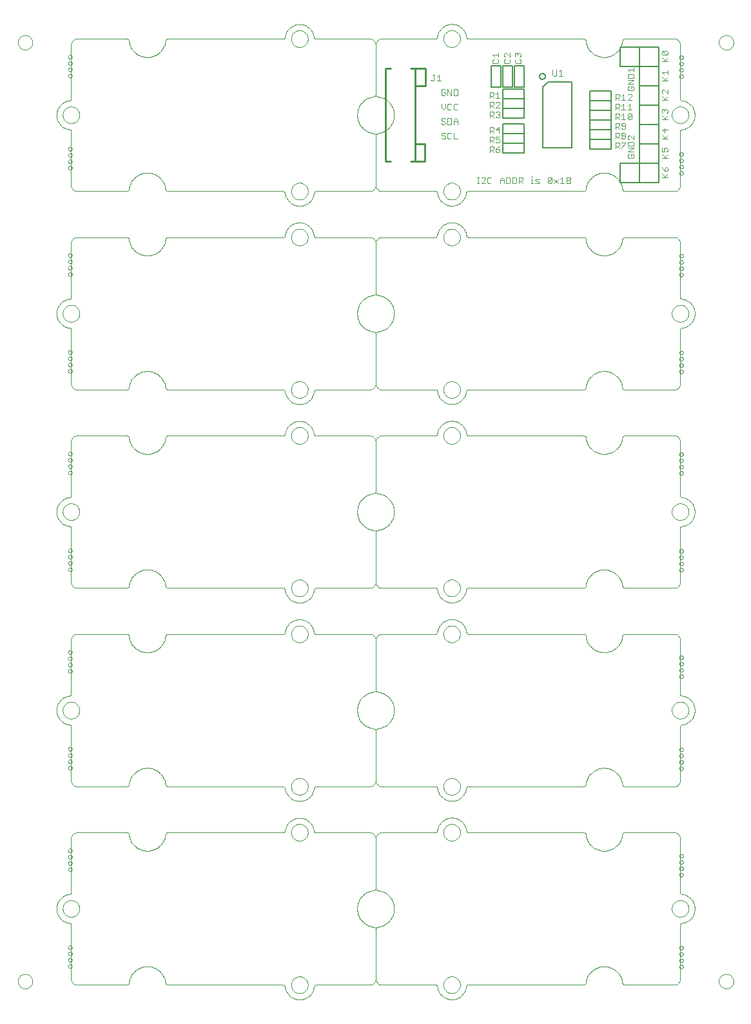
<source format=gto>
G75*
G70*
%OFA0B0*%
%FSLAX24Y24*%
%IPPOS*%
%LPD*%
%AMOC8*
5,1,8,0,0,1.08239X$1,22.5*
%
%ADD10C,0.0040*%
%ADD11C,0.0000*%
%ADD12C,0.0050*%
%ADD13C,0.0080*%
%ADD14C,0.0100*%
%ADD15C,0.0010*%
D10*
X026941Y043037D02*
X027045Y043037D01*
X026993Y043037D02*
X026993Y043348D01*
X026941Y043348D02*
X027045Y043348D01*
X027156Y043296D02*
X027208Y043348D01*
X027311Y043348D01*
X027363Y043296D01*
X027363Y043244D01*
X027156Y043037D01*
X027363Y043037D01*
X027478Y043089D02*
X027530Y043037D01*
X027633Y043037D01*
X027685Y043089D01*
X027478Y043089D02*
X027478Y043296D01*
X027530Y043348D01*
X027633Y043348D01*
X027685Y043296D01*
X028123Y043244D02*
X028226Y043348D01*
X028330Y043244D01*
X028330Y043037D01*
X028445Y043037D02*
X028445Y043348D01*
X028600Y043348D01*
X028652Y043296D01*
X028652Y043089D01*
X028600Y043037D01*
X028445Y043037D01*
X028330Y043193D02*
X028123Y043193D01*
X028123Y043244D02*
X028123Y043037D01*
X028767Y043037D02*
X028767Y043348D01*
X028923Y043348D01*
X028974Y043296D01*
X028974Y043089D01*
X028923Y043037D01*
X028767Y043037D01*
X029090Y043037D02*
X029090Y043348D01*
X029245Y043348D01*
X029297Y043296D01*
X029297Y043193D01*
X029245Y043141D01*
X029090Y043141D01*
X029193Y043141D02*
X029297Y043037D01*
X029734Y043037D02*
X029838Y043037D01*
X029786Y043037D02*
X029786Y043244D01*
X029734Y043244D01*
X029786Y043348D02*
X029786Y043399D01*
X029949Y043193D02*
X030001Y043244D01*
X030156Y043244D01*
X030104Y043141D02*
X030156Y043089D01*
X030104Y043037D01*
X029949Y043037D01*
X030001Y043141D02*
X029949Y043193D01*
X030001Y043141D02*
X030104Y043141D01*
X030594Y043089D02*
X030800Y043296D01*
X030800Y043089D01*
X030749Y043037D01*
X030645Y043037D01*
X030594Y043089D01*
X030594Y043296D01*
X030645Y043348D01*
X030749Y043348D01*
X030800Y043296D01*
X030916Y043244D02*
X031123Y043037D01*
X031238Y043037D02*
X031445Y043037D01*
X031342Y043037D02*
X031342Y043348D01*
X031238Y043244D01*
X031123Y043244D02*
X030916Y043037D01*
X031560Y043037D02*
X031716Y043037D01*
X031767Y043089D01*
X031767Y043141D01*
X031716Y043193D01*
X031560Y043193D01*
X031560Y043348D02*
X031560Y043037D01*
X031716Y043193D02*
X031767Y043244D01*
X031767Y043296D01*
X031716Y043348D01*
X031560Y043348D01*
X034091Y044837D02*
X034091Y045148D01*
X034246Y045148D01*
X034298Y045096D01*
X034298Y044993D01*
X034246Y044941D01*
X034091Y044941D01*
X034195Y044941D02*
X034298Y044837D01*
X034413Y044837D02*
X034413Y044889D01*
X034620Y045096D01*
X034620Y045148D01*
X034413Y045148D01*
X034465Y045337D02*
X034413Y045389D01*
X034413Y045441D01*
X034465Y045493D01*
X034569Y045493D01*
X034620Y045441D01*
X034620Y045389D01*
X034569Y045337D01*
X034465Y045337D01*
X034465Y045493D02*
X034413Y045544D01*
X034413Y045596D01*
X034465Y045648D01*
X034569Y045648D01*
X034620Y045596D01*
X034620Y045544D01*
X034569Y045493D01*
X034741Y045459D02*
X034793Y045511D01*
X034844Y045511D01*
X035051Y045304D01*
X035051Y045511D01*
X034741Y045459D02*
X034741Y045356D01*
X034793Y045304D01*
X034793Y045189D02*
X034741Y045137D01*
X034741Y044982D01*
X035051Y044982D01*
X035051Y045137D01*
X034999Y045189D01*
X034793Y045189D01*
X034741Y044867D02*
X035051Y044867D01*
X034741Y044660D01*
X035051Y044660D01*
X034999Y044544D02*
X035051Y044493D01*
X035051Y044389D01*
X034999Y044337D01*
X034793Y044337D01*
X034741Y044389D01*
X034741Y044493D01*
X034793Y044544D01*
X034896Y044544D02*
X034896Y044441D01*
X034896Y044544D02*
X034999Y044544D01*
X034298Y045337D02*
X034195Y045441D01*
X034246Y045441D02*
X034091Y045441D01*
X034091Y045337D02*
X034091Y045648D01*
X034246Y045648D01*
X034298Y045596D01*
X034298Y045493D01*
X034246Y045441D01*
X034298Y045837D02*
X034195Y045941D01*
X034246Y045941D02*
X034091Y045941D01*
X034091Y045837D02*
X034091Y046148D01*
X034246Y046148D01*
X034298Y046096D01*
X034298Y045993D01*
X034246Y045941D01*
X034413Y045889D02*
X034465Y045837D01*
X034569Y045837D01*
X034620Y045889D01*
X034620Y046096D01*
X034569Y046148D01*
X034465Y046148D01*
X034413Y046096D01*
X034413Y046044D01*
X034465Y045993D01*
X034620Y045993D01*
X034620Y046337D02*
X034413Y046337D01*
X034517Y046337D02*
X034517Y046648D01*
X034413Y046544D01*
X034298Y046493D02*
X034246Y046441D01*
X034091Y046441D01*
X034195Y046441D02*
X034298Y046337D01*
X034298Y046493D02*
X034298Y046596D01*
X034246Y046648D01*
X034091Y046648D01*
X034091Y046337D01*
X034091Y046837D02*
X034091Y047148D01*
X034246Y047148D01*
X034298Y047096D01*
X034298Y046993D01*
X034246Y046941D01*
X034091Y046941D01*
X034195Y046941D02*
X034298Y046837D01*
X034413Y046837D02*
X034620Y046837D01*
X034517Y046837D02*
X034517Y047148D01*
X034413Y047044D01*
X034413Y047337D02*
X034620Y047337D01*
X034517Y047337D02*
X034517Y047648D01*
X034413Y047544D01*
X034298Y047493D02*
X034246Y047441D01*
X034091Y047441D01*
X034195Y047441D02*
X034298Y047337D01*
X034298Y047493D02*
X034298Y047596D01*
X034246Y047648D01*
X034091Y047648D01*
X034091Y047337D01*
X034736Y047337D02*
X034943Y047544D01*
X034943Y047596D01*
X034891Y047648D01*
X034787Y047648D01*
X034736Y047596D01*
X034793Y047837D02*
X034999Y047837D01*
X035051Y047889D01*
X035051Y047993D01*
X034999Y048044D01*
X034896Y048044D01*
X034896Y047941D01*
X034793Y048044D02*
X034741Y047993D01*
X034741Y047889D01*
X034793Y047837D01*
X034741Y048160D02*
X035051Y048367D01*
X034741Y048367D01*
X034741Y048482D02*
X034741Y048637D01*
X034793Y048689D01*
X034999Y048689D01*
X035051Y048637D01*
X035051Y048482D01*
X034741Y048482D01*
X034741Y048160D02*
X035051Y048160D01*
X034943Y047337D02*
X034736Y047337D01*
X034839Y047148D02*
X034839Y046837D01*
X034736Y046837D02*
X034943Y046837D01*
X034891Y046648D02*
X034943Y046596D01*
X034736Y046389D01*
X034787Y046337D01*
X034891Y046337D01*
X034943Y046389D01*
X034943Y046596D01*
X034891Y046648D02*
X034787Y046648D01*
X034736Y046596D01*
X034736Y046389D01*
X034736Y047044D02*
X034839Y047148D01*
X034844Y048804D02*
X034741Y048908D01*
X035051Y048908D01*
X035051Y049011D02*
X035051Y048804D01*
X036491Y048763D02*
X036594Y048660D01*
X036491Y048763D02*
X036801Y048763D01*
X036801Y048660D02*
X036801Y048867D01*
X036801Y048544D02*
X036646Y048389D01*
X036698Y048337D02*
X036491Y048544D01*
X036491Y048337D02*
X036801Y048337D01*
X036801Y047867D02*
X036801Y047660D01*
X036594Y047867D01*
X036543Y047867D01*
X036491Y047815D01*
X036491Y047711D01*
X036543Y047660D01*
X036491Y047544D02*
X036698Y047337D01*
X036646Y047389D02*
X036801Y047544D01*
X036801Y047337D02*
X036491Y047337D01*
X036543Y046867D02*
X036594Y046867D01*
X036646Y046815D01*
X036698Y046867D01*
X036749Y046867D01*
X036801Y046815D01*
X036801Y046711D01*
X036749Y046660D01*
X036801Y046544D02*
X036646Y046389D01*
X036698Y046337D02*
X036491Y046544D01*
X036543Y046660D02*
X036491Y046711D01*
X036491Y046815D01*
X036543Y046867D01*
X036646Y046815D02*
X036646Y046763D01*
X036491Y046337D02*
X036801Y046337D01*
X036646Y045867D02*
X036646Y045660D01*
X036491Y045815D01*
X036801Y045815D01*
X036801Y045544D02*
X036646Y045389D01*
X036698Y045337D02*
X036491Y045544D01*
X036491Y045337D02*
X036801Y045337D01*
X036749Y044867D02*
X036801Y044815D01*
X036801Y044711D01*
X036749Y044660D01*
X036646Y044660D02*
X036594Y044763D01*
X036594Y044815D01*
X036646Y044867D01*
X036749Y044867D01*
X036646Y044660D02*
X036491Y044660D01*
X036491Y044867D01*
X036491Y044544D02*
X036698Y044337D01*
X036646Y044389D02*
X036801Y044544D01*
X036801Y044337D02*
X036491Y044337D01*
X036491Y043867D02*
X036543Y043763D01*
X036646Y043660D01*
X036646Y043815D01*
X036698Y043867D01*
X036749Y043867D01*
X036801Y043815D01*
X036801Y043711D01*
X036749Y043660D01*
X036646Y043660D01*
X036491Y043544D02*
X036698Y043337D01*
X036646Y043389D02*
X036801Y043544D01*
X036801Y043337D02*
X036491Y043337D01*
X036491Y049337D02*
X036801Y049337D01*
X036698Y049337D02*
X036491Y049544D01*
X036543Y049660D02*
X036491Y049711D01*
X036491Y049815D01*
X036543Y049867D01*
X036749Y049660D01*
X036801Y049711D01*
X036801Y049815D01*
X036749Y049867D01*
X036543Y049867D01*
X036543Y049660D02*
X036749Y049660D01*
X036801Y049544D02*
X036646Y049389D01*
X031370Y048587D02*
X031163Y048587D01*
X031267Y048587D02*
X031267Y048898D01*
X031163Y048794D01*
X031048Y048898D02*
X031048Y048639D01*
X030996Y048587D01*
X030893Y048587D01*
X030841Y048639D01*
X030841Y048898D01*
X029201Y049289D02*
X029149Y049237D01*
X028943Y049237D01*
X028891Y049289D01*
X028891Y049393D01*
X028943Y049444D01*
X028943Y049560D02*
X028891Y049611D01*
X028891Y049715D01*
X028943Y049767D01*
X028994Y049767D01*
X029046Y049715D01*
X029098Y049767D01*
X029149Y049767D01*
X029201Y049715D01*
X029201Y049611D01*
X029149Y049560D01*
X029149Y049444D02*
X029201Y049393D01*
X029201Y049289D01*
X029046Y049663D02*
X029046Y049715D01*
X028651Y049767D02*
X028651Y049560D01*
X028444Y049767D01*
X028393Y049767D01*
X028341Y049715D01*
X028341Y049611D01*
X028393Y049560D01*
X028393Y049444D02*
X028341Y049393D01*
X028341Y049289D01*
X028393Y049237D01*
X028599Y049237D01*
X028651Y049289D01*
X028651Y049393D01*
X028599Y049444D01*
X028051Y049393D02*
X027999Y049444D01*
X028051Y049393D02*
X028051Y049289D01*
X027999Y049237D01*
X027793Y049237D01*
X027741Y049289D01*
X027741Y049393D01*
X027793Y049444D01*
X027844Y049560D02*
X027741Y049663D01*
X028051Y049663D01*
X028051Y049560D02*
X028051Y049767D01*
X028017Y047748D02*
X028017Y047437D01*
X028120Y047437D02*
X027913Y047437D01*
X027798Y047437D02*
X027695Y047541D01*
X027746Y047541D02*
X027591Y047541D01*
X027591Y047437D02*
X027591Y047748D01*
X027746Y047748D01*
X027798Y047696D01*
X027798Y047593D01*
X027746Y047541D01*
X027913Y047644D02*
X028017Y047748D01*
X028069Y047248D02*
X027965Y047248D01*
X027913Y047196D01*
X027798Y047196D02*
X027798Y047093D01*
X027746Y047041D01*
X027591Y047041D01*
X027695Y047041D02*
X027798Y046937D01*
X027913Y046937D02*
X028120Y047144D01*
X028120Y047196D01*
X028069Y047248D01*
X027798Y047196D02*
X027746Y047248D01*
X027591Y047248D01*
X027591Y046937D01*
X027591Y046748D02*
X027746Y046748D01*
X027798Y046696D01*
X027798Y046593D01*
X027746Y046541D01*
X027591Y046541D01*
X027695Y046541D02*
X027798Y046437D01*
X027913Y046489D02*
X027965Y046437D01*
X028069Y046437D01*
X028120Y046489D01*
X028120Y046541D01*
X028069Y046593D01*
X028017Y046593D01*
X028069Y046593D02*
X028120Y046644D01*
X028120Y046696D01*
X028069Y046748D01*
X027965Y046748D01*
X027913Y046696D01*
X027913Y046937D02*
X028120Y046937D01*
X027591Y046748D02*
X027591Y046437D01*
X027591Y045948D02*
X027746Y045948D01*
X027798Y045896D01*
X027798Y045793D01*
X027746Y045741D01*
X027591Y045741D01*
X027695Y045741D02*
X027798Y045637D01*
X027913Y045793D02*
X028120Y045793D01*
X028069Y045948D02*
X027913Y045793D01*
X028069Y045948D02*
X028069Y045637D01*
X028120Y045448D02*
X027913Y045448D01*
X027913Y045293D01*
X028017Y045344D01*
X028069Y045344D01*
X028120Y045293D01*
X028120Y045189D01*
X028069Y045137D01*
X027965Y045137D01*
X027913Y045189D01*
X027798Y045137D02*
X027695Y045241D01*
X027746Y045241D02*
X027591Y045241D01*
X027591Y045137D02*
X027591Y045448D01*
X027746Y045448D01*
X027798Y045396D01*
X027798Y045293D01*
X027746Y045241D01*
X027746Y044948D02*
X027798Y044896D01*
X027798Y044793D01*
X027746Y044741D01*
X027591Y044741D01*
X027695Y044741D02*
X027798Y044637D01*
X027913Y044689D02*
X027965Y044637D01*
X028069Y044637D01*
X028120Y044689D01*
X028120Y044741D01*
X028069Y044793D01*
X027913Y044793D01*
X027913Y044689D01*
X027913Y044793D02*
X028017Y044896D01*
X028120Y044948D01*
X027746Y044948D02*
X027591Y044948D01*
X027591Y044637D01*
X027591Y045637D02*
X027591Y045948D01*
X025943Y046087D02*
X025943Y046294D01*
X025839Y046398D01*
X025736Y046294D01*
X025736Y046087D01*
X025620Y046139D02*
X025620Y046346D01*
X025569Y046398D01*
X025413Y046398D01*
X025413Y046087D01*
X025569Y046087D01*
X025620Y046139D01*
X025736Y046243D02*
X025943Y046243D01*
X025891Y046837D02*
X025943Y046889D01*
X025891Y046837D02*
X025787Y046837D01*
X025736Y046889D01*
X025736Y047096D01*
X025787Y047148D01*
X025891Y047148D01*
X025943Y047096D01*
X025620Y047096D02*
X025569Y047148D01*
X025465Y047148D01*
X025413Y047096D01*
X025413Y046889D01*
X025465Y046837D01*
X025569Y046837D01*
X025620Y046889D01*
X025298Y046941D02*
X025298Y047148D01*
X025091Y047148D02*
X025091Y046941D01*
X025195Y046837D01*
X025298Y046941D01*
X025246Y046398D02*
X025143Y046398D01*
X025091Y046346D01*
X025091Y046294D01*
X025143Y046243D01*
X025246Y046243D01*
X025298Y046191D01*
X025298Y046139D01*
X025246Y046087D01*
X025143Y046087D01*
X025091Y046139D01*
X025298Y046346D02*
X025246Y046398D01*
X025246Y045648D02*
X025143Y045648D01*
X025091Y045596D01*
X025091Y045544D01*
X025143Y045493D01*
X025246Y045493D01*
X025298Y045441D01*
X025298Y045389D01*
X025246Y045337D01*
X025143Y045337D01*
X025091Y045389D01*
X025298Y045596D02*
X025246Y045648D01*
X025413Y045596D02*
X025413Y045389D01*
X025465Y045337D01*
X025569Y045337D01*
X025620Y045389D01*
X025736Y045337D02*
X025736Y045648D01*
X025620Y045596D02*
X025569Y045648D01*
X025465Y045648D01*
X025413Y045596D01*
X025736Y045337D02*
X025943Y045337D01*
X025891Y047587D02*
X025943Y047639D01*
X025943Y047846D01*
X025891Y047898D01*
X025736Y047898D01*
X025736Y047587D01*
X025891Y047587D01*
X025620Y047587D02*
X025620Y047898D01*
X025413Y047898D02*
X025620Y047587D01*
X025413Y047587D02*
X025413Y047898D01*
X025298Y047846D02*
X025246Y047898D01*
X025143Y047898D01*
X025091Y047846D01*
X025091Y047639D01*
X025143Y047587D01*
X025246Y047587D01*
X025298Y047639D01*
X025298Y047743D01*
X025195Y047743D01*
X025077Y048335D02*
X024870Y048335D01*
X024973Y048335D02*
X024973Y048645D01*
X024870Y048541D01*
X024754Y048645D02*
X024651Y048645D01*
X024703Y048645D02*
X024703Y048386D01*
X024651Y048335D01*
X024599Y048335D01*
X024547Y048386D01*
D11*
X003196Y001817D02*
X003198Y001856D01*
X003204Y001894D01*
X003214Y001931D01*
X003227Y001967D01*
X003245Y002002D01*
X003265Y002034D01*
X003289Y002065D01*
X003316Y002092D01*
X003346Y002117D01*
X003378Y002138D01*
X003412Y002157D01*
X003448Y002171D01*
X003485Y002182D01*
X003523Y002189D01*
X003561Y002192D01*
X003600Y002191D01*
X003638Y002186D01*
X003676Y002177D01*
X003712Y002164D01*
X003747Y002148D01*
X003780Y002128D01*
X003811Y002105D01*
X003840Y002079D01*
X003865Y002050D01*
X003887Y002018D01*
X003906Y001985D01*
X003922Y001949D01*
X003934Y001913D01*
X003942Y001875D01*
X003946Y001836D01*
X003946Y001798D01*
X003942Y001759D01*
X003934Y001721D01*
X003922Y001685D01*
X003906Y001649D01*
X003887Y001616D01*
X003865Y001584D01*
X003840Y001555D01*
X003811Y001529D01*
X003780Y001506D01*
X003747Y001486D01*
X003712Y001470D01*
X003676Y001457D01*
X003638Y001448D01*
X003600Y001443D01*
X003561Y001442D01*
X003523Y001445D01*
X003485Y001452D01*
X003448Y001463D01*
X003412Y001477D01*
X003378Y001496D01*
X003346Y001517D01*
X003316Y001542D01*
X003289Y001569D01*
X003265Y001600D01*
X003245Y001632D01*
X003227Y001667D01*
X003214Y001703D01*
X003204Y001740D01*
X003198Y001778D01*
X003196Y001817D01*
X005798Y002592D02*
X005800Y002611D01*
X005805Y002630D01*
X005815Y002646D01*
X005827Y002661D01*
X005842Y002673D01*
X005858Y002683D01*
X005877Y002688D01*
X005896Y002690D01*
X005915Y002688D01*
X005934Y002683D01*
X005950Y002673D01*
X005965Y002661D01*
X005977Y002646D01*
X005987Y002630D01*
X005992Y002611D01*
X005994Y002592D01*
X005992Y002573D01*
X005987Y002554D01*
X005977Y002538D01*
X005965Y002523D01*
X005950Y002511D01*
X005934Y002501D01*
X005915Y002496D01*
X005896Y002494D01*
X005877Y002496D01*
X005858Y002501D01*
X005842Y002511D01*
X005827Y002523D01*
X005815Y002538D01*
X005805Y002554D01*
X005800Y002573D01*
X005798Y002592D01*
X005798Y002917D02*
X005800Y002936D01*
X005805Y002955D01*
X005815Y002971D01*
X005827Y002986D01*
X005842Y002998D01*
X005858Y003008D01*
X005877Y003013D01*
X005896Y003015D01*
X005915Y003013D01*
X005934Y003008D01*
X005950Y002998D01*
X005965Y002986D01*
X005977Y002971D01*
X005987Y002955D01*
X005992Y002936D01*
X005994Y002917D01*
X005992Y002898D01*
X005987Y002879D01*
X005977Y002863D01*
X005965Y002848D01*
X005950Y002836D01*
X005934Y002826D01*
X005915Y002821D01*
X005896Y002819D01*
X005877Y002821D01*
X005858Y002826D01*
X005842Y002836D01*
X005827Y002848D01*
X005815Y002863D01*
X005805Y002879D01*
X005800Y002898D01*
X005798Y002917D01*
X005798Y003242D02*
X005800Y003261D01*
X005805Y003280D01*
X005815Y003296D01*
X005827Y003311D01*
X005842Y003323D01*
X005858Y003333D01*
X005877Y003338D01*
X005896Y003340D01*
X005915Y003338D01*
X005934Y003333D01*
X005950Y003323D01*
X005965Y003311D01*
X005977Y003296D01*
X005987Y003280D01*
X005992Y003261D01*
X005994Y003242D01*
X005992Y003223D01*
X005987Y003204D01*
X005977Y003188D01*
X005965Y003173D01*
X005950Y003161D01*
X005934Y003151D01*
X005915Y003146D01*
X005896Y003144D01*
X005877Y003146D01*
X005858Y003151D01*
X005842Y003161D01*
X005827Y003173D01*
X005815Y003188D01*
X005805Y003204D01*
X005800Y003223D01*
X005798Y003242D01*
X005798Y003567D02*
X005800Y003586D01*
X005805Y003605D01*
X005815Y003621D01*
X005827Y003636D01*
X005842Y003648D01*
X005858Y003658D01*
X005877Y003663D01*
X005896Y003665D01*
X005915Y003663D01*
X005934Y003658D01*
X005950Y003648D01*
X005965Y003636D01*
X005977Y003621D01*
X005987Y003605D01*
X005992Y003586D01*
X005994Y003567D01*
X005992Y003548D01*
X005987Y003529D01*
X005977Y003513D01*
X005965Y003498D01*
X005950Y003486D01*
X005934Y003476D01*
X005915Y003471D01*
X005896Y003469D01*
X005877Y003471D01*
X005858Y003476D01*
X005842Y003486D01*
X005827Y003498D01*
X005815Y003513D01*
X005805Y003529D01*
X005800Y003548D01*
X005798Y003567D01*
X005514Y005567D02*
X005516Y005608D01*
X005522Y005649D01*
X005532Y005689D01*
X005545Y005728D01*
X005562Y005765D01*
X005583Y005801D01*
X005607Y005835D01*
X005634Y005866D01*
X005663Y005894D01*
X005696Y005920D01*
X005730Y005942D01*
X005767Y005961D01*
X005805Y005976D01*
X005845Y005988D01*
X005885Y005996D01*
X005926Y006000D01*
X005968Y006000D01*
X006009Y005996D01*
X006049Y005988D01*
X006089Y005976D01*
X006127Y005961D01*
X006163Y005942D01*
X006198Y005920D01*
X006231Y005894D01*
X006260Y005866D01*
X006287Y005835D01*
X006311Y005801D01*
X006332Y005765D01*
X006349Y005728D01*
X006362Y005689D01*
X006372Y005649D01*
X006378Y005608D01*
X006380Y005567D01*
X006378Y005526D01*
X006372Y005485D01*
X006362Y005445D01*
X006349Y005406D01*
X006332Y005369D01*
X006311Y005333D01*
X006287Y005299D01*
X006260Y005268D01*
X006231Y005240D01*
X006198Y005214D01*
X006164Y005192D01*
X006127Y005173D01*
X006089Y005158D01*
X006049Y005146D01*
X006009Y005138D01*
X005968Y005134D01*
X005926Y005134D01*
X005885Y005138D01*
X005845Y005146D01*
X005805Y005158D01*
X005767Y005173D01*
X005731Y005192D01*
X005696Y005214D01*
X005663Y005240D01*
X005634Y005268D01*
X005607Y005299D01*
X005583Y005333D01*
X005562Y005369D01*
X005545Y005406D01*
X005532Y005445D01*
X005522Y005485D01*
X005516Y005526D01*
X005514Y005567D01*
X005798Y007592D02*
X005800Y007611D01*
X005805Y007630D01*
X005815Y007646D01*
X005827Y007661D01*
X005842Y007673D01*
X005858Y007683D01*
X005877Y007688D01*
X005896Y007690D01*
X005915Y007688D01*
X005934Y007683D01*
X005950Y007673D01*
X005965Y007661D01*
X005977Y007646D01*
X005987Y007630D01*
X005992Y007611D01*
X005994Y007592D01*
X005992Y007573D01*
X005987Y007554D01*
X005977Y007538D01*
X005965Y007523D01*
X005950Y007511D01*
X005934Y007501D01*
X005915Y007496D01*
X005896Y007494D01*
X005877Y007496D01*
X005858Y007501D01*
X005842Y007511D01*
X005827Y007523D01*
X005815Y007538D01*
X005805Y007554D01*
X005800Y007573D01*
X005798Y007592D01*
X005798Y007917D02*
X005800Y007936D01*
X005805Y007955D01*
X005815Y007971D01*
X005827Y007986D01*
X005842Y007998D01*
X005858Y008008D01*
X005877Y008013D01*
X005896Y008015D01*
X005915Y008013D01*
X005934Y008008D01*
X005950Y007998D01*
X005965Y007986D01*
X005977Y007971D01*
X005987Y007955D01*
X005992Y007936D01*
X005994Y007917D01*
X005992Y007898D01*
X005987Y007879D01*
X005977Y007863D01*
X005965Y007848D01*
X005950Y007836D01*
X005934Y007826D01*
X005915Y007821D01*
X005896Y007819D01*
X005877Y007821D01*
X005858Y007826D01*
X005842Y007836D01*
X005827Y007848D01*
X005815Y007863D01*
X005805Y007879D01*
X005800Y007898D01*
X005798Y007917D01*
X005798Y008242D02*
X005800Y008261D01*
X005805Y008280D01*
X005815Y008296D01*
X005827Y008311D01*
X005842Y008323D01*
X005858Y008333D01*
X005877Y008338D01*
X005896Y008340D01*
X005915Y008338D01*
X005934Y008333D01*
X005950Y008323D01*
X005965Y008311D01*
X005977Y008296D01*
X005987Y008280D01*
X005992Y008261D01*
X005994Y008242D01*
X005992Y008223D01*
X005987Y008204D01*
X005977Y008188D01*
X005965Y008173D01*
X005950Y008161D01*
X005934Y008151D01*
X005915Y008146D01*
X005896Y008144D01*
X005877Y008146D01*
X005858Y008151D01*
X005842Y008161D01*
X005827Y008173D01*
X005815Y008188D01*
X005805Y008204D01*
X005800Y008223D01*
X005798Y008242D01*
X005798Y008567D02*
X005800Y008586D01*
X005805Y008605D01*
X005815Y008621D01*
X005827Y008636D01*
X005842Y008648D01*
X005858Y008658D01*
X005877Y008663D01*
X005896Y008665D01*
X005915Y008663D01*
X005934Y008658D01*
X005950Y008648D01*
X005965Y008636D01*
X005977Y008621D01*
X005987Y008605D01*
X005992Y008586D01*
X005994Y008567D01*
X005992Y008548D01*
X005987Y008529D01*
X005977Y008513D01*
X005965Y008498D01*
X005950Y008486D01*
X005934Y008476D01*
X005915Y008471D01*
X005896Y008469D01*
X005877Y008471D01*
X005858Y008476D01*
X005842Y008486D01*
X005827Y008498D01*
X005815Y008513D01*
X005805Y008529D01*
X005800Y008548D01*
X005798Y008567D01*
X005798Y012842D02*
X005800Y012861D01*
X005805Y012880D01*
X005815Y012896D01*
X005827Y012911D01*
X005842Y012923D01*
X005858Y012933D01*
X005877Y012938D01*
X005896Y012940D01*
X005915Y012938D01*
X005934Y012933D01*
X005950Y012923D01*
X005965Y012911D01*
X005977Y012896D01*
X005987Y012880D01*
X005992Y012861D01*
X005994Y012842D01*
X005992Y012823D01*
X005987Y012804D01*
X005977Y012788D01*
X005965Y012773D01*
X005950Y012761D01*
X005934Y012751D01*
X005915Y012746D01*
X005896Y012744D01*
X005877Y012746D01*
X005858Y012751D01*
X005842Y012761D01*
X005827Y012773D01*
X005815Y012788D01*
X005805Y012804D01*
X005800Y012823D01*
X005798Y012842D01*
X005798Y013167D02*
X005800Y013186D01*
X005805Y013205D01*
X005815Y013221D01*
X005827Y013236D01*
X005842Y013248D01*
X005858Y013258D01*
X005877Y013263D01*
X005896Y013265D01*
X005915Y013263D01*
X005934Y013258D01*
X005950Y013248D01*
X005965Y013236D01*
X005977Y013221D01*
X005987Y013205D01*
X005992Y013186D01*
X005994Y013167D01*
X005992Y013148D01*
X005987Y013129D01*
X005977Y013113D01*
X005965Y013098D01*
X005950Y013086D01*
X005934Y013076D01*
X005915Y013071D01*
X005896Y013069D01*
X005877Y013071D01*
X005858Y013076D01*
X005842Y013086D01*
X005827Y013098D01*
X005815Y013113D01*
X005805Y013129D01*
X005800Y013148D01*
X005798Y013167D01*
X005798Y013492D02*
X005800Y013511D01*
X005805Y013530D01*
X005815Y013546D01*
X005827Y013561D01*
X005842Y013573D01*
X005858Y013583D01*
X005877Y013588D01*
X005896Y013590D01*
X005915Y013588D01*
X005934Y013583D01*
X005950Y013573D01*
X005965Y013561D01*
X005977Y013546D01*
X005987Y013530D01*
X005992Y013511D01*
X005994Y013492D01*
X005992Y013473D01*
X005987Y013454D01*
X005977Y013438D01*
X005965Y013423D01*
X005950Y013411D01*
X005934Y013401D01*
X005915Y013396D01*
X005896Y013394D01*
X005877Y013396D01*
X005858Y013401D01*
X005842Y013411D01*
X005827Y013423D01*
X005815Y013438D01*
X005805Y013454D01*
X005800Y013473D01*
X005798Y013492D01*
X005798Y013817D02*
X005800Y013836D01*
X005805Y013855D01*
X005815Y013871D01*
X005827Y013886D01*
X005842Y013898D01*
X005858Y013908D01*
X005877Y013913D01*
X005896Y013915D01*
X005915Y013913D01*
X005934Y013908D01*
X005950Y013898D01*
X005965Y013886D01*
X005977Y013871D01*
X005987Y013855D01*
X005992Y013836D01*
X005994Y013817D01*
X005992Y013798D01*
X005987Y013779D01*
X005977Y013763D01*
X005965Y013748D01*
X005950Y013736D01*
X005934Y013726D01*
X005915Y013721D01*
X005896Y013719D01*
X005877Y013721D01*
X005858Y013726D01*
X005842Y013736D01*
X005827Y013748D01*
X005815Y013763D01*
X005805Y013779D01*
X005800Y013798D01*
X005798Y013817D01*
X005514Y015817D02*
X005516Y015858D01*
X005522Y015899D01*
X005532Y015939D01*
X005545Y015978D01*
X005562Y016015D01*
X005583Y016051D01*
X005607Y016085D01*
X005634Y016116D01*
X005663Y016144D01*
X005696Y016170D01*
X005730Y016192D01*
X005767Y016211D01*
X005805Y016226D01*
X005845Y016238D01*
X005885Y016246D01*
X005926Y016250D01*
X005968Y016250D01*
X006009Y016246D01*
X006049Y016238D01*
X006089Y016226D01*
X006127Y016211D01*
X006163Y016192D01*
X006198Y016170D01*
X006231Y016144D01*
X006260Y016116D01*
X006287Y016085D01*
X006311Y016051D01*
X006332Y016015D01*
X006349Y015978D01*
X006362Y015939D01*
X006372Y015899D01*
X006378Y015858D01*
X006380Y015817D01*
X006378Y015776D01*
X006372Y015735D01*
X006362Y015695D01*
X006349Y015656D01*
X006332Y015619D01*
X006311Y015583D01*
X006287Y015549D01*
X006260Y015518D01*
X006231Y015490D01*
X006198Y015464D01*
X006164Y015442D01*
X006127Y015423D01*
X006089Y015408D01*
X006049Y015396D01*
X006009Y015388D01*
X005968Y015384D01*
X005926Y015384D01*
X005885Y015388D01*
X005845Y015396D01*
X005805Y015408D01*
X005767Y015423D01*
X005731Y015442D01*
X005696Y015464D01*
X005663Y015490D01*
X005634Y015518D01*
X005607Y015549D01*
X005583Y015583D01*
X005562Y015619D01*
X005545Y015656D01*
X005532Y015695D01*
X005522Y015735D01*
X005516Y015776D01*
X005514Y015817D01*
X005798Y017842D02*
X005800Y017861D01*
X005805Y017880D01*
X005815Y017896D01*
X005827Y017911D01*
X005842Y017923D01*
X005858Y017933D01*
X005877Y017938D01*
X005896Y017940D01*
X005915Y017938D01*
X005934Y017933D01*
X005950Y017923D01*
X005965Y017911D01*
X005977Y017896D01*
X005987Y017880D01*
X005992Y017861D01*
X005994Y017842D01*
X005992Y017823D01*
X005987Y017804D01*
X005977Y017788D01*
X005965Y017773D01*
X005950Y017761D01*
X005934Y017751D01*
X005915Y017746D01*
X005896Y017744D01*
X005877Y017746D01*
X005858Y017751D01*
X005842Y017761D01*
X005827Y017773D01*
X005815Y017788D01*
X005805Y017804D01*
X005800Y017823D01*
X005798Y017842D01*
X005798Y018167D02*
X005800Y018186D01*
X005805Y018205D01*
X005815Y018221D01*
X005827Y018236D01*
X005842Y018248D01*
X005858Y018258D01*
X005877Y018263D01*
X005896Y018265D01*
X005915Y018263D01*
X005934Y018258D01*
X005950Y018248D01*
X005965Y018236D01*
X005977Y018221D01*
X005987Y018205D01*
X005992Y018186D01*
X005994Y018167D01*
X005992Y018148D01*
X005987Y018129D01*
X005977Y018113D01*
X005965Y018098D01*
X005950Y018086D01*
X005934Y018076D01*
X005915Y018071D01*
X005896Y018069D01*
X005877Y018071D01*
X005858Y018076D01*
X005842Y018086D01*
X005827Y018098D01*
X005815Y018113D01*
X005805Y018129D01*
X005800Y018148D01*
X005798Y018167D01*
X005798Y018492D02*
X005800Y018511D01*
X005805Y018530D01*
X005815Y018546D01*
X005827Y018561D01*
X005842Y018573D01*
X005858Y018583D01*
X005877Y018588D01*
X005896Y018590D01*
X005915Y018588D01*
X005934Y018583D01*
X005950Y018573D01*
X005965Y018561D01*
X005977Y018546D01*
X005987Y018530D01*
X005992Y018511D01*
X005994Y018492D01*
X005992Y018473D01*
X005987Y018454D01*
X005977Y018438D01*
X005965Y018423D01*
X005950Y018411D01*
X005934Y018401D01*
X005915Y018396D01*
X005896Y018394D01*
X005877Y018396D01*
X005858Y018401D01*
X005842Y018411D01*
X005827Y018423D01*
X005815Y018438D01*
X005805Y018454D01*
X005800Y018473D01*
X005798Y018492D01*
X005798Y018817D02*
X005800Y018836D01*
X005805Y018855D01*
X005815Y018871D01*
X005827Y018886D01*
X005842Y018898D01*
X005858Y018908D01*
X005877Y018913D01*
X005896Y018915D01*
X005915Y018913D01*
X005934Y018908D01*
X005950Y018898D01*
X005965Y018886D01*
X005977Y018871D01*
X005987Y018855D01*
X005992Y018836D01*
X005994Y018817D01*
X005992Y018798D01*
X005987Y018779D01*
X005977Y018763D01*
X005965Y018748D01*
X005950Y018736D01*
X005934Y018726D01*
X005915Y018721D01*
X005896Y018719D01*
X005877Y018721D01*
X005858Y018726D01*
X005842Y018736D01*
X005827Y018748D01*
X005815Y018763D01*
X005805Y018779D01*
X005800Y018798D01*
X005798Y018817D01*
X005798Y023092D02*
X005800Y023111D01*
X005805Y023130D01*
X005815Y023146D01*
X005827Y023161D01*
X005842Y023173D01*
X005858Y023183D01*
X005877Y023188D01*
X005896Y023190D01*
X005915Y023188D01*
X005934Y023183D01*
X005950Y023173D01*
X005965Y023161D01*
X005977Y023146D01*
X005987Y023130D01*
X005992Y023111D01*
X005994Y023092D01*
X005992Y023073D01*
X005987Y023054D01*
X005977Y023038D01*
X005965Y023023D01*
X005950Y023011D01*
X005934Y023001D01*
X005915Y022996D01*
X005896Y022994D01*
X005877Y022996D01*
X005858Y023001D01*
X005842Y023011D01*
X005827Y023023D01*
X005815Y023038D01*
X005805Y023054D01*
X005800Y023073D01*
X005798Y023092D01*
X005798Y023417D02*
X005800Y023436D01*
X005805Y023455D01*
X005815Y023471D01*
X005827Y023486D01*
X005842Y023498D01*
X005858Y023508D01*
X005877Y023513D01*
X005896Y023515D01*
X005915Y023513D01*
X005934Y023508D01*
X005950Y023498D01*
X005965Y023486D01*
X005977Y023471D01*
X005987Y023455D01*
X005992Y023436D01*
X005994Y023417D01*
X005992Y023398D01*
X005987Y023379D01*
X005977Y023363D01*
X005965Y023348D01*
X005950Y023336D01*
X005934Y023326D01*
X005915Y023321D01*
X005896Y023319D01*
X005877Y023321D01*
X005858Y023326D01*
X005842Y023336D01*
X005827Y023348D01*
X005815Y023363D01*
X005805Y023379D01*
X005800Y023398D01*
X005798Y023417D01*
X005798Y023742D02*
X005800Y023761D01*
X005805Y023780D01*
X005815Y023796D01*
X005827Y023811D01*
X005842Y023823D01*
X005858Y023833D01*
X005877Y023838D01*
X005896Y023840D01*
X005915Y023838D01*
X005934Y023833D01*
X005950Y023823D01*
X005965Y023811D01*
X005977Y023796D01*
X005987Y023780D01*
X005992Y023761D01*
X005994Y023742D01*
X005992Y023723D01*
X005987Y023704D01*
X005977Y023688D01*
X005965Y023673D01*
X005950Y023661D01*
X005934Y023651D01*
X005915Y023646D01*
X005896Y023644D01*
X005877Y023646D01*
X005858Y023651D01*
X005842Y023661D01*
X005827Y023673D01*
X005815Y023688D01*
X005805Y023704D01*
X005800Y023723D01*
X005798Y023742D01*
X005798Y024067D02*
X005800Y024086D01*
X005805Y024105D01*
X005815Y024121D01*
X005827Y024136D01*
X005842Y024148D01*
X005858Y024158D01*
X005877Y024163D01*
X005896Y024165D01*
X005915Y024163D01*
X005934Y024158D01*
X005950Y024148D01*
X005965Y024136D01*
X005977Y024121D01*
X005987Y024105D01*
X005992Y024086D01*
X005994Y024067D01*
X005992Y024048D01*
X005987Y024029D01*
X005977Y024013D01*
X005965Y023998D01*
X005950Y023986D01*
X005934Y023976D01*
X005915Y023971D01*
X005896Y023969D01*
X005877Y023971D01*
X005858Y023976D01*
X005842Y023986D01*
X005827Y023998D01*
X005815Y024013D01*
X005805Y024029D01*
X005800Y024048D01*
X005798Y024067D01*
X005514Y026067D02*
X005516Y026108D01*
X005522Y026149D01*
X005532Y026189D01*
X005545Y026228D01*
X005562Y026265D01*
X005583Y026301D01*
X005607Y026335D01*
X005634Y026366D01*
X005663Y026394D01*
X005696Y026420D01*
X005730Y026442D01*
X005767Y026461D01*
X005805Y026476D01*
X005845Y026488D01*
X005885Y026496D01*
X005926Y026500D01*
X005968Y026500D01*
X006009Y026496D01*
X006049Y026488D01*
X006089Y026476D01*
X006127Y026461D01*
X006163Y026442D01*
X006198Y026420D01*
X006231Y026394D01*
X006260Y026366D01*
X006287Y026335D01*
X006311Y026301D01*
X006332Y026265D01*
X006349Y026228D01*
X006362Y026189D01*
X006372Y026149D01*
X006378Y026108D01*
X006380Y026067D01*
X006378Y026026D01*
X006372Y025985D01*
X006362Y025945D01*
X006349Y025906D01*
X006332Y025869D01*
X006311Y025833D01*
X006287Y025799D01*
X006260Y025768D01*
X006231Y025740D01*
X006198Y025714D01*
X006164Y025692D01*
X006127Y025673D01*
X006089Y025658D01*
X006049Y025646D01*
X006009Y025638D01*
X005968Y025634D01*
X005926Y025634D01*
X005885Y025638D01*
X005845Y025646D01*
X005805Y025658D01*
X005767Y025673D01*
X005731Y025692D01*
X005696Y025714D01*
X005663Y025740D01*
X005634Y025768D01*
X005607Y025799D01*
X005583Y025833D01*
X005562Y025869D01*
X005545Y025906D01*
X005532Y025945D01*
X005522Y025985D01*
X005516Y026026D01*
X005514Y026067D01*
X005798Y028092D02*
X005800Y028111D01*
X005805Y028130D01*
X005815Y028146D01*
X005827Y028161D01*
X005842Y028173D01*
X005858Y028183D01*
X005877Y028188D01*
X005896Y028190D01*
X005915Y028188D01*
X005934Y028183D01*
X005950Y028173D01*
X005965Y028161D01*
X005977Y028146D01*
X005987Y028130D01*
X005992Y028111D01*
X005994Y028092D01*
X005992Y028073D01*
X005987Y028054D01*
X005977Y028038D01*
X005965Y028023D01*
X005950Y028011D01*
X005934Y028001D01*
X005915Y027996D01*
X005896Y027994D01*
X005877Y027996D01*
X005858Y028001D01*
X005842Y028011D01*
X005827Y028023D01*
X005815Y028038D01*
X005805Y028054D01*
X005800Y028073D01*
X005798Y028092D01*
X005798Y028417D02*
X005800Y028436D01*
X005805Y028455D01*
X005815Y028471D01*
X005827Y028486D01*
X005842Y028498D01*
X005858Y028508D01*
X005877Y028513D01*
X005896Y028515D01*
X005915Y028513D01*
X005934Y028508D01*
X005950Y028498D01*
X005965Y028486D01*
X005977Y028471D01*
X005987Y028455D01*
X005992Y028436D01*
X005994Y028417D01*
X005992Y028398D01*
X005987Y028379D01*
X005977Y028363D01*
X005965Y028348D01*
X005950Y028336D01*
X005934Y028326D01*
X005915Y028321D01*
X005896Y028319D01*
X005877Y028321D01*
X005858Y028326D01*
X005842Y028336D01*
X005827Y028348D01*
X005815Y028363D01*
X005805Y028379D01*
X005800Y028398D01*
X005798Y028417D01*
X005798Y028742D02*
X005800Y028761D01*
X005805Y028780D01*
X005815Y028796D01*
X005827Y028811D01*
X005842Y028823D01*
X005858Y028833D01*
X005877Y028838D01*
X005896Y028840D01*
X005915Y028838D01*
X005934Y028833D01*
X005950Y028823D01*
X005965Y028811D01*
X005977Y028796D01*
X005987Y028780D01*
X005992Y028761D01*
X005994Y028742D01*
X005992Y028723D01*
X005987Y028704D01*
X005977Y028688D01*
X005965Y028673D01*
X005950Y028661D01*
X005934Y028651D01*
X005915Y028646D01*
X005896Y028644D01*
X005877Y028646D01*
X005858Y028651D01*
X005842Y028661D01*
X005827Y028673D01*
X005815Y028688D01*
X005805Y028704D01*
X005800Y028723D01*
X005798Y028742D01*
X005798Y029067D02*
X005800Y029086D01*
X005805Y029105D01*
X005815Y029121D01*
X005827Y029136D01*
X005842Y029148D01*
X005858Y029158D01*
X005877Y029163D01*
X005896Y029165D01*
X005915Y029163D01*
X005934Y029158D01*
X005950Y029148D01*
X005965Y029136D01*
X005977Y029121D01*
X005987Y029105D01*
X005992Y029086D01*
X005994Y029067D01*
X005992Y029048D01*
X005987Y029029D01*
X005977Y029013D01*
X005965Y028998D01*
X005950Y028986D01*
X005934Y028976D01*
X005915Y028971D01*
X005896Y028969D01*
X005877Y028971D01*
X005858Y028976D01*
X005842Y028986D01*
X005827Y028998D01*
X005815Y029013D01*
X005805Y029029D01*
X005800Y029048D01*
X005798Y029067D01*
X005798Y033342D02*
X005800Y033361D01*
X005805Y033380D01*
X005815Y033396D01*
X005827Y033411D01*
X005842Y033423D01*
X005858Y033433D01*
X005877Y033438D01*
X005896Y033440D01*
X005915Y033438D01*
X005934Y033433D01*
X005950Y033423D01*
X005965Y033411D01*
X005977Y033396D01*
X005987Y033380D01*
X005992Y033361D01*
X005994Y033342D01*
X005992Y033323D01*
X005987Y033304D01*
X005977Y033288D01*
X005965Y033273D01*
X005950Y033261D01*
X005934Y033251D01*
X005915Y033246D01*
X005896Y033244D01*
X005877Y033246D01*
X005858Y033251D01*
X005842Y033261D01*
X005827Y033273D01*
X005815Y033288D01*
X005805Y033304D01*
X005800Y033323D01*
X005798Y033342D01*
X005798Y033667D02*
X005800Y033686D01*
X005805Y033705D01*
X005815Y033721D01*
X005827Y033736D01*
X005842Y033748D01*
X005858Y033758D01*
X005877Y033763D01*
X005896Y033765D01*
X005915Y033763D01*
X005934Y033758D01*
X005950Y033748D01*
X005965Y033736D01*
X005977Y033721D01*
X005987Y033705D01*
X005992Y033686D01*
X005994Y033667D01*
X005992Y033648D01*
X005987Y033629D01*
X005977Y033613D01*
X005965Y033598D01*
X005950Y033586D01*
X005934Y033576D01*
X005915Y033571D01*
X005896Y033569D01*
X005877Y033571D01*
X005858Y033576D01*
X005842Y033586D01*
X005827Y033598D01*
X005815Y033613D01*
X005805Y033629D01*
X005800Y033648D01*
X005798Y033667D01*
X005798Y033992D02*
X005800Y034011D01*
X005805Y034030D01*
X005815Y034046D01*
X005827Y034061D01*
X005842Y034073D01*
X005858Y034083D01*
X005877Y034088D01*
X005896Y034090D01*
X005915Y034088D01*
X005934Y034083D01*
X005950Y034073D01*
X005965Y034061D01*
X005977Y034046D01*
X005987Y034030D01*
X005992Y034011D01*
X005994Y033992D01*
X005992Y033973D01*
X005987Y033954D01*
X005977Y033938D01*
X005965Y033923D01*
X005950Y033911D01*
X005934Y033901D01*
X005915Y033896D01*
X005896Y033894D01*
X005877Y033896D01*
X005858Y033901D01*
X005842Y033911D01*
X005827Y033923D01*
X005815Y033938D01*
X005805Y033954D01*
X005800Y033973D01*
X005798Y033992D01*
X005798Y034317D02*
X005800Y034336D01*
X005805Y034355D01*
X005815Y034371D01*
X005827Y034386D01*
X005842Y034398D01*
X005858Y034408D01*
X005877Y034413D01*
X005896Y034415D01*
X005915Y034413D01*
X005934Y034408D01*
X005950Y034398D01*
X005965Y034386D01*
X005977Y034371D01*
X005987Y034355D01*
X005992Y034336D01*
X005994Y034317D01*
X005992Y034298D01*
X005987Y034279D01*
X005977Y034263D01*
X005965Y034248D01*
X005950Y034236D01*
X005934Y034226D01*
X005915Y034221D01*
X005896Y034219D01*
X005877Y034221D01*
X005858Y034226D01*
X005842Y034236D01*
X005827Y034248D01*
X005815Y034263D01*
X005805Y034279D01*
X005800Y034298D01*
X005798Y034317D01*
X005514Y036317D02*
X005516Y036358D01*
X005522Y036399D01*
X005532Y036439D01*
X005545Y036478D01*
X005562Y036515D01*
X005583Y036551D01*
X005607Y036585D01*
X005634Y036616D01*
X005663Y036644D01*
X005696Y036670D01*
X005730Y036692D01*
X005767Y036711D01*
X005805Y036726D01*
X005845Y036738D01*
X005885Y036746D01*
X005926Y036750D01*
X005968Y036750D01*
X006009Y036746D01*
X006049Y036738D01*
X006089Y036726D01*
X006127Y036711D01*
X006163Y036692D01*
X006198Y036670D01*
X006231Y036644D01*
X006260Y036616D01*
X006287Y036585D01*
X006311Y036551D01*
X006332Y036515D01*
X006349Y036478D01*
X006362Y036439D01*
X006372Y036399D01*
X006378Y036358D01*
X006380Y036317D01*
X006378Y036276D01*
X006372Y036235D01*
X006362Y036195D01*
X006349Y036156D01*
X006332Y036119D01*
X006311Y036083D01*
X006287Y036049D01*
X006260Y036018D01*
X006231Y035990D01*
X006198Y035964D01*
X006164Y035942D01*
X006127Y035923D01*
X006089Y035908D01*
X006049Y035896D01*
X006009Y035888D01*
X005968Y035884D01*
X005926Y035884D01*
X005885Y035888D01*
X005845Y035896D01*
X005805Y035908D01*
X005767Y035923D01*
X005731Y035942D01*
X005696Y035964D01*
X005663Y035990D01*
X005634Y036018D01*
X005607Y036049D01*
X005583Y036083D01*
X005562Y036119D01*
X005545Y036156D01*
X005532Y036195D01*
X005522Y036235D01*
X005516Y036276D01*
X005514Y036317D01*
X005798Y038342D02*
X005800Y038361D01*
X005805Y038380D01*
X005815Y038396D01*
X005827Y038411D01*
X005842Y038423D01*
X005858Y038433D01*
X005877Y038438D01*
X005896Y038440D01*
X005915Y038438D01*
X005934Y038433D01*
X005950Y038423D01*
X005965Y038411D01*
X005977Y038396D01*
X005987Y038380D01*
X005992Y038361D01*
X005994Y038342D01*
X005992Y038323D01*
X005987Y038304D01*
X005977Y038288D01*
X005965Y038273D01*
X005950Y038261D01*
X005934Y038251D01*
X005915Y038246D01*
X005896Y038244D01*
X005877Y038246D01*
X005858Y038251D01*
X005842Y038261D01*
X005827Y038273D01*
X005815Y038288D01*
X005805Y038304D01*
X005800Y038323D01*
X005798Y038342D01*
X005798Y038667D02*
X005800Y038686D01*
X005805Y038705D01*
X005815Y038721D01*
X005827Y038736D01*
X005842Y038748D01*
X005858Y038758D01*
X005877Y038763D01*
X005896Y038765D01*
X005915Y038763D01*
X005934Y038758D01*
X005950Y038748D01*
X005965Y038736D01*
X005977Y038721D01*
X005987Y038705D01*
X005992Y038686D01*
X005994Y038667D01*
X005992Y038648D01*
X005987Y038629D01*
X005977Y038613D01*
X005965Y038598D01*
X005950Y038586D01*
X005934Y038576D01*
X005915Y038571D01*
X005896Y038569D01*
X005877Y038571D01*
X005858Y038576D01*
X005842Y038586D01*
X005827Y038598D01*
X005815Y038613D01*
X005805Y038629D01*
X005800Y038648D01*
X005798Y038667D01*
X005798Y038992D02*
X005800Y039011D01*
X005805Y039030D01*
X005815Y039046D01*
X005827Y039061D01*
X005842Y039073D01*
X005858Y039083D01*
X005877Y039088D01*
X005896Y039090D01*
X005915Y039088D01*
X005934Y039083D01*
X005950Y039073D01*
X005965Y039061D01*
X005977Y039046D01*
X005987Y039030D01*
X005992Y039011D01*
X005994Y038992D01*
X005992Y038973D01*
X005987Y038954D01*
X005977Y038938D01*
X005965Y038923D01*
X005950Y038911D01*
X005934Y038901D01*
X005915Y038896D01*
X005896Y038894D01*
X005877Y038896D01*
X005858Y038901D01*
X005842Y038911D01*
X005827Y038923D01*
X005815Y038938D01*
X005805Y038954D01*
X005800Y038973D01*
X005798Y038992D01*
X005798Y039317D02*
X005800Y039336D01*
X005805Y039355D01*
X005815Y039371D01*
X005827Y039386D01*
X005842Y039398D01*
X005858Y039408D01*
X005877Y039413D01*
X005896Y039415D01*
X005915Y039413D01*
X005934Y039408D01*
X005950Y039398D01*
X005965Y039386D01*
X005977Y039371D01*
X005987Y039355D01*
X005992Y039336D01*
X005994Y039317D01*
X005992Y039298D01*
X005987Y039279D01*
X005977Y039263D01*
X005965Y039248D01*
X005950Y039236D01*
X005934Y039226D01*
X005915Y039221D01*
X005896Y039219D01*
X005877Y039221D01*
X005858Y039226D01*
X005842Y039236D01*
X005827Y039248D01*
X005815Y039263D01*
X005805Y039279D01*
X005800Y039298D01*
X005798Y039317D01*
X005798Y043842D02*
X005800Y043861D01*
X005805Y043880D01*
X005815Y043896D01*
X005827Y043911D01*
X005842Y043923D01*
X005858Y043933D01*
X005877Y043938D01*
X005896Y043940D01*
X005915Y043938D01*
X005934Y043933D01*
X005950Y043923D01*
X005965Y043911D01*
X005977Y043896D01*
X005987Y043880D01*
X005992Y043861D01*
X005994Y043842D01*
X005992Y043823D01*
X005987Y043804D01*
X005977Y043788D01*
X005965Y043773D01*
X005950Y043761D01*
X005934Y043751D01*
X005915Y043746D01*
X005896Y043744D01*
X005877Y043746D01*
X005858Y043751D01*
X005842Y043761D01*
X005827Y043773D01*
X005815Y043788D01*
X005805Y043804D01*
X005800Y043823D01*
X005798Y043842D01*
X005798Y044167D02*
X005800Y044186D01*
X005805Y044205D01*
X005815Y044221D01*
X005827Y044236D01*
X005842Y044248D01*
X005858Y044258D01*
X005877Y044263D01*
X005896Y044265D01*
X005915Y044263D01*
X005934Y044258D01*
X005950Y044248D01*
X005965Y044236D01*
X005977Y044221D01*
X005987Y044205D01*
X005992Y044186D01*
X005994Y044167D01*
X005992Y044148D01*
X005987Y044129D01*
X005977Y044113D01*
X005965Y044098D01*
X005950Y044086D01*
X005934Y044076D01*
X005915Y044071D01*
X005896Y044069D01*
X005877Y044071D01*
X005858Y044076D01*
X005842Y044086D01*
X005827Y044098D01*
X005815Y044113D01*
X005805Y044129D01*
X005800Y044148D01*
X005798Y044167D01*
X005798Y044492D02*
X005800Y044511D01*
X005805Y044530D01*
X005815Y044546D01*
X005827Y044561D01*
X005842Y044573D01*
X005858Y044583D01*
X005877Y044588D01*
X005896Y044590D01*
X005915Y044588D01*
X005934Y044583D01*
X005950Y044573D01*
X005965Y044561D01*
X005977Y044546D01*
X005987Y044530D01*
X005992Y044511D01*
X005994Y044492D01*
X005992Y044473D01*
X005987Y044454D01*
X005977Y044438D01*
X005965Y044423D01*
X005950Y044411D01*
X005934Y044401D01*
X005915Y044396D01*
X005896Y044394D01*
X005877Y044396D01*
X005858Y044401D01*
X005842Y044411D01*
X005827Y044423D01*
X005815Y044438D01*
X005805Y044454D01*
X005800Y044473D01*
X005798Y044492D01*
X005798Y044817D02*
X005800Y044836D01*
X005805Y044855D01*
X005815Y044871D01*
X005827Y044886D01*
X005842Y044898D01*
X005858Y044908D01*
X005877Y044913D01*
X005896Y044915D01*
X005915Y044913D01*
X005934Y044908D01*
X005950Y044898D01*
X005965Y044886D01*
X005977Y044871D01*
X005987Y044855D01*
X005992Y044836D01*
X005994Y044817D01*
X005992Y044798D01*
X005987Y044779D01*
X005977Y044763D01*
X005965Y044748D01*
X005950Y044736D01*
X005934Y044726D01*
X005915Y044721D01*
X005896Y044719D01*
X005877Y044721D01*
X005858Y044726D01*
X005842Y044736D01*
X005827Y044748D01*
X005815Y044763D01*
X005805Y044779D01*
X005800Y044798D01*
X005798Y044817D01*
X005514Y046567D02*
X005516Y046608D01*
X005522Y046649D01*
X005532Y046689D01*
X005545Y046728D01*
X005562Y046765D01*
X005583Y046801D01*
X005607Y046835D01*
X005634Y046866D01*
X005663Y046894D01*
X005696Y046920D01*
X005730Y046942D01*
X005767Y046961D01*
X005805Y046976D01*
X005845Y046988D01*
X005885Y046996D01*
X005926Y047000D01*
X005968Y047000D01*
X006009Y046996D01*
X006049Y046988D01*
X006089Y046976D01*
X006127Y046961D01*
X006163Y046942D01*
X006198Y046920D01*
X006231Y046894D01*
X006260Y046866D01*
X006287Y046835D01*
X006311Y046801D01*
X006332Y046765D01*
X006349Y046728D01*
X006362Y046689D01*
X006372Y046649D01*
X006378Y046608D01*
X006380Y046567D01*
X006378Y046526D01*
X006372Y046485D01*
X006362Y046445D01*
X006349Y046406D01*
X006332Y046369D01*
X006311Y046333D01*
X006287Y046299D01*
X006260Y046268D01*
X006231Y046240D01*
X006198Y046214D01*
X006164Y046192D01*
X006127Y046173D01*
X006089Y046158D01*
X006049Y046146D01*
X006009Y046138D01*
X005968Y046134D01*
X005926Y046134D01*
X005885Y046138D01*
X005845Y046146D01*
X005805Y046158D01*
X005767Y046173D01*
X005731Y046192D01*
X005696Y046214D01*
X005663Y046240D01*
X005634Y046268D01*
X005607Y046299D01*
X005583Y046333D01*
X005562Y046369D01*
X005545Y046406D01*
X005532Y046445D01*
X005522Y046485D01*
X005516Y046526D01*
X005514Y046567D01*
X005798Y048592D02*
X005800Y048611D01*
X005805Y048630D01*
X005815Y048646D01*
X005827Y048661D01*
X005842Y048673D01*
X005858Y048683D01*
X005877Y048688D01*
X005896Y048690D01*
X005915Y048688D01*
X005934Y048683D01*
X005950Y048673D01*
X005965Y048661D01*
X005977Y048646D01*
X005987Y048630D01*
X005992Y048611D01*
X005994Y048592D01*
X005992Y048573D01*
X005987Y048554D01*
X005977Y048538D01*
X005965Y048523D01*
X005950Y048511D01*
X005934Y048501D01*
X005915Y048496D01*
X005896Y048494D01*
X005877Y048496D01*
X005858Y048501D01*
X005842Y048511D01*
X005827Y048523D01*
X005815Y048538D01*
X005805Y048554D01*
X005800Y048573D01*
X005798Y048592D01*
X005798Y048917D02*
X005800Y048936D01*
X005805Y048955D01*
X005815Y048971D01*
X005827Y048986D01*
X005842Y048998D01*
X005858Y049008D01*
X005877Y049013D01*
X005896Y049015D01*
X005915Y049013D01*
X005934Y049008D01*
X005950Y048998D01*
X005965Y048986D01*
X005977Y048971D01*
X005987Y048955D01*
X005992Y048936D01*
X005994Y048917D01*
X005992Y048898D01*
X005987Y048879D01*
X005977Y048863D01*
X005965Y048848D01*
X005950Y048836D01*
X005934Y048826D01*
X005915Y048821D01*
X005896Y048819D01*
X005877Y048821D01*
X005858Y048826D01*
X005842Y048836D01*
X005827Y048848D01*
X005815Y048863D01*
X005805Y048879D01*
X005800Y048898D01*
X005798Y048917D01*
X005798Y049242D02*
X005800Y049261D01*
X005805Y049280D01*
X005815Y049296D01*
X005827Y049311D01*
X005842Y049323D01*
X005858Y049333D01*
X005877Y049338D01*
X005896Y049340D01*
X005915Y049338D01*
X005934Y049333D01*
X005950Y049323D01*
X005965Y049311D01*
X005977Y049296D01*
X005987Y049280D01*
X005992Y049261D01*
X005994Y049242D01*
X005992Y049223D01*
X005987Y049204D01*
X005977Y049188D01*
X005965Y049173D01*
X005950Y049161D01*
X005934Y049151D01*
X005915Y049146D01*
X005896Y049144D01*
X005877Y049146D01*
X005858Y049151D01*
X005842Y049161D01*
X005827Y049173D01*
X005815Y049188D01*
X005805Y049204D01*
X005800Y049223D01*
X005798Y049242D01*
X005798Y049567D02*
X005800Y049586D01*
X005805Y049605D01*
X005815Y049621D01*
X005827Y049636D01*
X005842Y049648D01*
X005858Y049658D01*
X005877Y049663D01*
X005896Y049665D01*
X005915Y049663D01*
X005934Y049658D01*
X005950Y049648D01*
X005965Y049636D01*
X005977Y049621D01*
X005987Y049605D01*
X005992Y049586D01*
X005994Y049567D01*
X005992Y049548D01*
X005987Y049529D01*
X005977Y049513D01*
X005965Y049498D01*
X005950Y049486D01*
X005934Y049476D01*
X005915Y049471D01*
X005896Y049469D01*
X005877Y049471D01*
X005858Y049476D01*
X005842Y049486D01*
X005827Y049498D01*
X005815Y049513D01*
X005805Y049529D01*
X005800Y049548D01*
X005798Y049567D01*
X003196Y050317D02*
X003198Y050356D01*
X003204Y050394D01*
X003214Y050431D01*
X003227Y050467D01*
X003245Y050502D01*
X003265Y050534D01*
X003289Y050565D01*
X003316Y050592D01*
X003346Y050617D01*
X003378Y050638D01*
X003412Y050657D01*
X003448Y050671D01*
X003485Y050682D01*
X003523Y050689D01*
X003561Y050692D01*
X003600Y050691D01*
X003638Y050686D01*
X003676Y050677D01*
X003712Y050664D01*
X003747Y050648D01*
X003780Y050628D01*
X003811Y050605D01*
X003840Y050579D01*
X003865Y050550D01*
X003887Y050518D01*
X003906Y050485D01*
X003922Y050449D01*
X003934Y050413D01*
X003942Y050375D01*
X003946Y050336D01*
X003946Y050298D01*
X003942Y050259D01*
X003934Y050221D01*
X003922Y050185D01*
X003906Y050149D01*
X003887Y050116D01*
X003865Y050084D01*
X003840Y050055D01*
X003811Y050029D01*
X003780Y050006D01*
X003747Y049986D01*
X003712Y049970D01*
X003676Y049957D01*
X003638Y049948D01*
X003600Y049943D01*
X003561Y049942D01*
X003523Y049945D01*
X003485Y049952D01*
X003448Y049963D01*
X003412Y049977D01*
X003378Y049996D01*
X003346Y050017D01*
X003316Y050042D01*
X003289Y050069D01*
X003265Y050100D01*
X003245Y050132D01*
X003227Y050167D01*
X003214Y050203D01*
X003204Y050240D01*
X003198Y050278D01*
X003196Y050317D01*
X017325Y050504D02*
X017327Y050545D01*
X017333Y050586D01*
X017343Y050626D01*
X017356Y050665D01*
X017373Y050702D01*
X017394Y050738D01*
X017418Y050772D01*
X017445Y050803D01*
X017474Y050831D01*
X017507Y050857D01*
X017541Y050879D01*
X017578Y050898D01*
X017616Y050913D01*
X017656Y050925D01*
X017696Y050933D01*
X017737Y050937D01*
X017779Y050937D01*
X017820Y050933D01*
X017860Y050925D01*
X017900Y050913D01*
X017938Y050898D01*
X017974Y050879D01*
X018009Y050857D01*
X018042Y050831D01*
X018071Y050803D01*
X018098Y050772D01*
X018122Y050738D01*
X018143Y050702D01*
X018160Y050665D01*
X018173Y050626D01*
X018183Y050586D01*
X018189Y050545D01*
X018191Y050504D01*
X018189Y050463D01*
X018183Y050422D01*
X018173Y050382D01*
X018160Y050343D01*
X018143Y050306D01*
X018122Y050270D01*
X018098Y050236D01*
X018071Y050205D01*
X018042Y050177D01*
X018009Y050151D01*
X017975Y050129D01*
X017938Y050110D01*
X017900Y050095D01*
X017860Y050083D01*
X017820Y050075D01*
X017779Y050071D01*
X017737Y050071D01*
X017696Y050075D01*
X017656Y050083D01*
X017616Y050095D01*
X017578Y050110D01*
X017542Y050129D01*
X017507Y050151D01*
X017474Y050177D01*
X017445Y050205D01*
X017418Y050236D01*
X017394Y050270D01*
X017373Y050306D01*
X017356Y050343D01*
X017343Y050382D01*
X017333Y050422D01*
X017327Y050463D01*
X017325Y050504D01*
X017325Y042630D02*
X017327Y042671D01*
X017333Y042712D01*
X017343Y042752D01*
X017356Y042791D01*
X017373Y042828D01*
X017394Y042864D01*
X017418Y042898D01*
X017445Y042929D01*
X017474Y042957D01*
X017507Y042983D01*
X017541Y043005D01*
X017578Y043024D01*
X017616Y043039D01*
X017656Y043051D01*
X017696Y043059D01*
X017737Y043063D01*
X017779Y043063D01*
X017820Y043059D01*
X017860Y043051D01*
X017900Y043039D01*
X017938Y043024D01*
X017974Y043005D01*
X018009Y042983D01*
X018042Y042957D01*
X018071Y042929D01*
X018098Y042898D01*
X018122Y042864D01*
X018143Y042828D01*
X018160Y042791D01*
X018173Y042752D01*
X018183Y042712D01*
X018189Y042671D01*
X018191Y042630D01*
X018189Y042589D01*
X018183Y042548D01*
X018173Y042508D01*
X018160Y042469D01*
X018143Y042432D01*
X018122Y042396D01*
X018098Y042362D01*
X018071Y042331D01*
X018042Y042303D01*
X018009Y042277D01*
X017975Y042255D01*
X017938Y042236D01*
X017900Y042221D01*
X017860Y042209D01*
X017820Y042201D01*
X017779Y042197D01*
X017737Y042197D01*
X017696Y042201D01*
X017656Y042209D01*
X017616Y042221D01*
X017578Y042236D01*
X017542Y042255D01*
X017507Y042277D01*
X017474Y042303D01*
X017445Y042331D01*
X017418Y042362D01*
X017394Y042396D01*
X017373Y042432D01*
X017356Y042469D01*
X017343Y042508D01*
X017333Y042548D01*
X017327Y042589D01*
X017325Y042630D01*
X017325Y040254D02*
X017327Y040295D01*
X017333Y040336D01*
X017343Y040376D01*
X017356Y040415D01*
X017373Y040452D01*
X017394Y040488D01*
X017418Y040522D01*
X017445Y040553D01*
X017474Y040581D01*
X017507Y040607D01*
X017541Y040629D01*
X017578Y040648D01*
X017616Y040663D01*
X017656Y040675D01*
X017696Y040683D01*
X017737Y040687D01*
X017779Y040687D01*
X017820Y040683D01*
X017860Y040675D01*
X017900Y040663D01*
X017938Y040648D01*
X017974Y040629D01*
X018009Y040607D01*
X018042Y040581D01*
X018071Y040553D01*
X018098Y040522D01*
X018122Y040488D01*
X018143Y040452D01*
X018160Y040415D01*
X018173Y040376D01*
X018183Y040336D01*
X018189Y040295D01*
X018191Y040254D01*
X018189Y040213D01*
X018183Y040172D01*
X018173Y040132D01*
X018160Y040093D01*
X018143Y040056D01*
X018122Y040020D01*
X018098Y039986D01*
X018071Y039955D01*
X018042Y039927D01*
X018009Y039901D01*
X017975Y039879D01*
X017938Y039860D01*
X017900Y039845D01*
X017860Y039833D01*
X017820Y039825D01*
X017779Y039821D01*
X017737Y039821D01*
X017696Y039825D01*
X017656Y039833D01*
X017616Y039845D01*
X017578Y039860D01*
X017542Y039879D01*
X017507Y039901D01*
X017474Y039927D01*
X017445Y039955D01*
X017418Y039986D01*
X017394Y040020D01*
X017373Y040056D01*
X017356Y040093D01*
X017343Y040132D01*
X017333Y040172D01*
X017327Y040213D01*
X017325Y040254D01*
X017325Y032380D02*
X017327Y032421D01*
X017333Y032462D01*
X017343Y032502D01*
X017356Y032541D01*
X017373Y032578D01*
X017394Y032614D01*
X017418Y032648D01*
X017445Y032679D01*
X017474Y032707D01*
X017507Y032733D01*
X017541Y032755D01*
X017578Y032774D01*
X017616Y032789D01*
X017656Y032801D01*
X017696Y032809D01*
X017737Y032813D01*
X017779Y032813D01*
X017820Y032809D01*
X017860Y032801D01*
X017900Y032789D01*
X017938Y032774D01*
X017974Y032755D01*
X018009Y032733D01*
X018042Y032707D01*
X018071Y032679D01*
X018098Y032648D01*
X018122Y032614D01*
X018143Y032578D01*
X018160Y032541D01*
X018173Y032502D01*
X018183Y032462D01*
X018189Y032421D01*
X018191Y032380D01*
X018189Y032339D01*
X018183Y032298D01*
X018173Y032258D01*
X018160Y032219D01*
X018143Y032182D01*
X018122Y032146D01*
X018098Y032112D01*
X018071Y032081D01*
X018042Y032053D01*
X018009Y032027D01*
X017975Y032005D01*
X017938Y031986D01*
X017900Y031971D01*
X017860Y031959D01*
X017820Y031951D01*
X017779Y031947D01*
X017737Y031947D01*
X017696Y031951D01*
X017656Y031959D01*
X017616Y031971D01*
X017578Y031986D01*
X017542Y032005D01*
X017507Y032027D01*
X017474Y032053D01*
X017445Y032081D01*
X017418Y032112D01*
X017394Y032146D01*
X017373Y032182D01*
X017356Y032219D01*
X017343Y032258D01*
X017333Y032298D01*
X017327Y032339D01*
X017325Y032380D01*
X017325Y030004D02*
X017327Y030045D01*
X017333Y030086D01*
X017343Y030126D01*
X017356Y030165D01*
X017373Y030202D01*
X017394Y030238D01*
X017418Y030272D01*
X017445Y030303D01*
X017474Y030331D01*
X017507Y030357D01*
X017541Y030379D01*
X017578Y030398D01*
X017616Y030413D01*
X017656Y030425D01*
X017696Y030433D01*
X017737Y030437D01*
X017779Y030437D01*
X017820Y030433D01*
X017860Y030425D01*
X017900Y030413D01*
X017938Y030398D01*
X017974Y030379D01*
X018009Y030357D01*
X018042Y030331D01*
X018071Y030303D01*
X018098Y030272D01*
X018122Y030238D01*
X018143Y030202D01*
X018160Y030165D01*
X018173Y030126D01*
X018183Y030086D01*
X018189Y030045D01*
X018191Y030004D01*
X018189Y029963D01*
X018183Y029922D01*
X018173Y029882D01*
X018160Y029843D01*
X018143Y029806D01*
X018122Y029770D01*
X018098Y029736D01*
X018071Y029705D01*
X018042Y029677D01*
X018009Y029651D01*
X017975Y029629D01*
X017938Y029610D01*
X017900Y029595D01*
X017860Y029583D01*
X017820Y029575D01*
X017779Y029571D01*
X017737Y029571D01*
X017696Y029575D01*
X017656Y029583D01*
X017616Y029595D01*
X017578Y029610D01*
X017542Y029629D01*
X017507Y029651D01*
X017474Y029677D01*
X017445Y029705D01*
X017418Y029736D01*
X017394Y029770D01*
X017373Y029806D01*
X017356Y029843D01*
X017343Y029882D01*
X017333Y029922D01*
X017327Y029963D01*
X017325Y030004D01*
X017325Y022130D02*
X017327Y022171D01*
X017333Y022212D01*
X017343Y022252D01*
X017356Y022291D01*
X017373Y022328D01*
X017394Y022364D01*
X017418Y022398D01*
X017445Y022429D01*
X017474Y022457D01*
X017507Y022483D01*
X017541Y022505D01*
X017578Y022524D01*
X017616Y022539D01*
X017656Y022551D01*
X017696Y022559D01*
X017737Y022563D01*
X017779Y022563D01*
X017820Y022559D01*
X017860Y022551D01*
X017900Y022539D01*
X017938Y022524D01*
X017974Y022505D01*
X018009Y022483D01*
X018042Y022457D01*
X018071Y022429D01*
X018098Y022398D01*
X018122Y022364D01*
X018143Y022328D01*
X018160Y022291D01*
X018173Y022252D01*
X018183Y022212D01*
X018189Y022171D01*
X018191Y022130D01*
X018189Y022089D01*
X018183Y022048D01*
X018173Y022008D01*
X018160Y021969D01*
X018143Y021932D01*
X018122Y021896D01*
X018098Y021862D01*
X018071Y021831D01*
X018042Y021803D01*
X018009Y021777D01*
X017975Y021755D01*
X017938Y021736D01*
X017900Y021721D01*
X017860Y021709D01*
X017820Y021701D01*
X017779Y021697D01*
X017737Y021697D01*
X017696Y021701D01*
X017656Y021709D01*
X017616Y021721D01*
X017578Y021736D01*
X017542Y021755D01*
X017507Y021777D01*
X017474Y021803D01*
X017445Y021831D01*
X017418Y021862D01*
X017394Y021896D01*
X017373Y021932D01*
X017356Y021969D01*
X017343Y022008D01*
X017333Y022048D01*
X017327Y022089D01*
X017325Y022130D01*
X017325Y019754D02*
X017327Y019795D01*
X017333Y019836D01*
X017343Y019876D01*
X017356Y019915D01*
X017373Y019952D01*
X017394Y019988D01*
X017418Y020022D01*
X017445Y020053D01*
X017474Y020081D01*
X017507Y020107D01*
X017541Y020129D01*
X017578Y020148D01*
X017616Y020163D01*
X017656Y020175D01*
X017696Y020183D01*
X017737Y020187D01*
X017779Y020187D01*
X017820Y020183D01*
X017860Y020175D01*
X017900Y020163D01*
X017938Y020148D01*
X017974Y020129D01*
X018009Y020107D01*
X018042Y020081D01*
X018071Y020053D01*
X018098Y020022D01*
X018122Y019988D01*
X018143Y019952D01*
X018160Y019915D01*
X018173Y019876D01*
X018183Y019836D01*
X018189Y019795D01*
X018191Y019754D01*
X018189Y019713D01*
X018183Y019672D01*
X018173Y019632D01*
X018160Y019593D01*
X018143Y019556D01*
X018122Y019520D01*
X018098Y019486D01*
X018071Y019455D01*
X018042Y019427D01*
X018009Y019401D01*
X017975Y019379D01*
X017938Y019360D01*
X017900Y019345D01*
X017860Y019333D01*
X017820Y019325D01*
X017779Y019321D01*
X017737Y019321D01*
X017696Y019325D01*
X017656Y019333D01*
X017616Y019345D01*
X017578Y019360D01*
X017542Y019379D01*
X017507Y019401D01*
X017474Y019427D01*
X017445Y019455D01*
X017418Y019486D01*
X017394Y019520D01*
X017373Y019556D01*
X017356Y019593D01*
X017343Y019632D01*
X017333Y019672D01*
X017327Y019713D01*
X017325Y019754D01*
X017325Y011880D02*
X017327Y011921D01*
X017333Y011962D01*
X017343Y012002D01*
X017356Y012041D01*
X017373Y012078D01*
X017394Y012114D01*
X017418Y012148D01*
X017445Y012179D01*
X017474Y012207D01*
X017507Y012233D01*
X017541Y012255D01*
X017578Y012274D01*
X017616Y012289D01*
X017656Y012301D01*
X017696Y012309D01*
X017737Y012313D01*
X017779Y012313D01*
X017820Y012309D01*
X017860Y012301D01*
X017900Y012289D01*
X017938Y012274D01*
X017974Y012255D01*
X018009Y012233D01*
X018042Y012207D01*
X018071Y012179D01*
X018098Y012148D01*
X018122Y012114D01*
X018143Y012078D01*
X018160Y012041D01*
X018173Y012002D01*
X018183Y011962D01*
X018189Y011921D01*
X018191Y011880D01*
X018189Y011839D01*
X018183Y011798D01*
X018173Y011758D01*
X018160Y011719D01*
X018143Y011682D01*
X018122Y011646D01*
X018098Y011612D01*
X018071Y011581D01*
X018042Y011553D01*
X018009Y011527D01*
X017975Y011505D01*
X017938Y011486D01*
X017900Y011471D01*
X017860Y011459D01*
X017820Y011451D01*
X017779Y011447D01*
X017737Y011447D01*
X017696Y011451D01*
X017656Y011459D01*
X017616Y011471D01*
X017578Y011486D01*
X017542Y011505D01*
X017507Y011527D01*
X017474Y011553D01*
X017445Y011581D01*
X017418Y011612D01*
X017394Y011646D01*
X017373Y011682D01*
X017356Y011719D01*
X017343Y011758D01*
X017333Y011798D01*
X017327Y011839D01*
X017325Y011880D01*
X017325Y009504D02*
X017327Y009545D01*
X017333Y009586D01*
X017343Y009626D01*
X017356Y009665D01*
X017373Y009702D01*
X017394Y009738D01*
X017418Y009772D01*
X017445Y009803D01*
X017474Y009831D01*
X017507Y009857D01*
X017541Y009879D01*
X017578Y009898D01*
X017616Y009913D01*
X017656Y009925D01*
X017696Y009933D01*
X017737Y009937D01*
X017779Y009937D01*
X017820Y009933D01*
X017860Y009925D01*
X017900Y009913D01*
X017938Y009898D01*
X017974Y009879D01*
X018009Y009857D01*
X018042Y009831D01*
X018071Y009803D01*
X018098Y009772D01*
X018122Y009738D01*
X018143Y009702D01*
X018160Y009665D01*
X018173Y009626D01*
X018183Y009586D01*
X018189Y009545D01*
X018191Y009504D01*
X018189Y009463D01*
X018183Y009422D01*
X018173Y009382D01*
X018160Y009343D01*
X018143Y009306D01*
X018122Y009270D01*
X018098Y009236D01*
X018071Y009205D01*
X018042Y009177D01*
X018009Y009151D01*
X017975Y009129D01*
X017938Y009110D01*
X017900Y009095D01*
X017860Y009083D01*
X017820Y009075D01*
X017779Y009071D01*
X017737Y009071D01*
X017696Y009075D01*
X017656Y009083D01*
X017616Y009095D01*
X017578Y009110D01*
X017542Y009129D01*
X017507Y009151D01*
X017474Y009177D01*
X017445Y009205D01*
X017418Y009236D01*
X017394Y009270D01*
X017373Y009306D01*
X017356Y009343D01*
X017343Y009382D01*
X017333Y009422D01*
X017327Y009463D01*
X017325Y009504D01*
X017325Y001630D02*
X017327Y001671D01*
X017333Y001712D01*
X017343Y001752D01*
X017356Y001791D01*
X017373Y001828D01*
X017394Y001864D01*
X017418Y001898D01*
X017445Y001929D01*
X017474Y001957D01*
X017507Y001983D01*
X017541Y002005D01*
X017578Y002024D01*
X017616Y002039D01*
X017656Y002051D01*
X017696Y002059D01*
X017737Y002063D01*
X017779Y002063D01*
X017820Y002059D01*
X017860Y002051D01*
X017900Y002039D01*
X017938Y002024D01*
X017974Y002005D01*
X018009Y001983D01*
X018042Y001957D01*
X018071Y001929D01*
X018098Y001898D01*
X018122Y001864D01*
X018143Y001828D01*
X018160Y001791D01*
X018173Y001752D01*
X018183Y001712D01*
X018189Y001671D01*
X018191Y001630D01*
X018189Y001589D01*
X018183Y001548D01*
X018173Y001508D01*
X018160Y001469D01*
X018143Y001432D01*
X018122Y001396D01*
X018098Y001362D01*
X018071Y001331D01*
X018042Y001303D01*
X018009Y001277D01*
X017975Y001255D01*
X017938Y001236D01*
X017900Y001221D01*
X017860Y001209D01*
X017820Y001201D01*
X017779Y001197D01*
X017737Y001197D01*
X017696Y001201D01*
X017656Y001209D01*
X017616Y001221D01*
X017578Y001236D01*
X017542Y001255D01*
X017507Y001277D01*
X017474Y001303D01*
X017445Y001331D01*
X017418Y001362D01*
X017394Y001396D01*
X017373Y001432D01*
X017356Y001469D01*
X017343Y001508D01*
X017333Y001548D01*
X017327Y001589D01*
X017325Y001630D01*
X025201Y001630D02*
X025203Y001671D01*
X025209Y001712D01*
X025219Y001752D01*
X025232Y001791D01*
X025249Y001828D01*
X025270Y001864D01*
X025294Y001898D01*
X025321Y001929D01*
X025350Y001957D01*
X025383Y001983D01*
X025417Y002005D01*
X025454Y002024D01*
X025492Y002039D01*
X025532Y002051D01*
X025572Y002059D01*
X025613Y002063D01*
X025655Y002063D01*
X025696Y002059D01*
X025736Y002051D01*
X025776Y002039D01*
X025814Y002024D01*
X025850Y002005D01*
X025885Y001983D01*
X025918Y001957D01*
X025947Y001929D01*
X025974Y001898D01*
X025998Y001864D01*
X026019Y001828D01*
X026036Y001791D01*
X026049Y001752D01*
X026059Y001712D01*
X026065Y001671D01*
X026067Y001630D01*
X026065Y001589D01*
X026059Y001548D01*
X026049Y001508D01*
X026036Y001469D01*
X026019Y001432D01*
X025998Y001396D01*
X025974Y001362D01*
X025947Y001331D01*
X025918Y001303D01*
X025885Y001277D01*
X025851Y001255D01*
X025814Y001236D01*
X025776Y001221D01*
X025736Y001209D01*
X025696Y001201D01*
X025655Y001197D01*
X025613Y001197D01*
X025572Y001201D01*
X025532Y001209D01*
X025492Y001221D01*
X025454Y001236D01*
X025418Y001255D01*
X025383Y001277D01*
X025350Y001303D01*
X025321Y001331D01*
X025294Y001362D01*
X025270Y001396D01*
X025249Y001432D01*
X025232Y001469D01*
X025219Y001508D01*
X025209Y001548D01*
X025203Y001589D01*
X025201Y001630D01*
X025201Y009504D02*
X025203Y009545D01*
X025209Y009586D01*
X025219Y009626D01*
X025232Y009665D01*
X025249Y009702D01*
X025270Y009738D01*
X025294Y009772D01*
X025321Y009803D01*
X025350Y009831D01*
X025383Y009857D01*
X025417Y009879D01*
X025454Y009898D01*
X025492Y009913D01*
X025532Y009925D01*
X025572Y009933D01*
X025613Y009937D01*
X025655Y009937D01*
X025696Y009933D01*
X025736Y009925D01*
X025776Y009913D01*
X025814Y009898D01*
X025850Y009879D01*
X025885Y009857D01*
X025918Y009831D01*
X025947Y009803D01*
X025974Y009772D01*
X025998Y009738D01*
X026019Y009702D01*
X026036Y009665D01*
X026049Y009626D01*
X026059Y009586D01*
X026065Y009545D01*
X026067Y009504D01*
X026065Y009463D01*
X026059Y009422D01*
X026049Y009382D01*
X026036Y009343D01*
X026019Y009306D01*
X025998Y009270D01*
X025974Y009236D01*
X025947Y009205D01*
X025918Y009177D01*
X025885Y009151D01*
X025851Y009129D01*
X025814Y009110D01*
X025776Y009095D01*
X025736Y009083D01*
X025696Y009075D01*
X025655Y009071D01*
X025613Y009071D01*
X025572Y009075D01*
X025532Y009083D01*
X025492Y009095D01*
X025454Y009110D01*
X025418Y009129D01*
X025383Y009151D01*
X025350Y009177D01*
X025321Y009205D01*
X025294Y009236D01*
X025270Y009270D01*
X025249Y009306D01*
X025232Y009343D01*
X025219Y009382D01*
X025209Y009422D01*
X025203Y009463D01*
X025201Y009504D01*
X025201Y011880D02*
X025203Y011921D01*
X025209Y011962D01*
X025219Y012002D01*
X025232Y012041D01*
X025249Y012078D01*
X025270Y012114D01*
X025294Y012148D01*
X025321Y012179D01*
X025350Y012207D01*
X025383Y012233D01*
X025417Y012255D01*
X025454Y012274D01*
X025492Y012289D01*
X025532Y012301D01*
X025572Y012309D01*
X025613Y012313D01*
X025655Y012313D01*
X025696Y012309D01*
X025736Y012301D01*
X025776Y012289D01*
X025814Y012274D01*
X025850Y012255D01*
X025885Y012233D01*
X025918Y012207D01*
X025947Y012179D01*
X025974Y012148D01*
X025998Y012114D01*
X026019Y012078D01*
X026036Y012041D01*
X026049Y012002D01*
X026059Y011962D01*
X026065Y011921D01*
X026067Y011880D01*
X026065Y011839D01*
X026059Y011798D01*
X026049Y011758D01*
X026036Y011719D01*
X026019Y011682D01*
X025998Y011646D01*
X025974Y011612D01*
X025947Y011581D01*
X025918Y011553D01*
X025885Y011527D01*
X025851Y011505D01*
X025814Y011486D01*
X025776Y011471D01*
X025736Y011459D01*
X025696Y011451D01*
X025655Y011447D01*
X025613Y011447D01*
X025572Y011451D01*
X025532Y011459D01*
X025492Y011471D01*
X025454Y011486D01*
X025418Y011505D01*
X025383Y011527D01*
X025350Y011553D01*
X025321Y011581D01*
X025294Y011612D01*
X025270Y011646D01*
X025249Y011682D01*
X025232Y011719D01*
X025219Y011758D01*
X025209Y011798D01*
X025203Y011839D01*
X025201Y011880D01*
X025201Y019754D02*
X025203Y019795D01*
X025209Y019836D01*
X025219Y019876D01*
X025232Y019915D01*
X025249Y019952D01*
X025270Y019988D01*
X025294Y020022D01*
X025321Y020053D01*
X025350Y020081D01*
X025383Y020107D01*
X025417Y020129D01*
X025454Y020148D01*
X025492Y020163D01*
X025532Y020175D01*
X025572Y020183D01*
X025613Y020187D01*
X025655Y020187D01*
X025696Y020183D01*
X025736Y020175D01*
X025776Y020163D01*
X025814Y020148D01*
X025850Y020129D01*
X025885Y020107D01*
X025918Y020081D01*
X025947Y020053D01*
X025974Y020022D01*
X025998Y019988D01*
X026019Y019952D01*
X026036Y019915D01*
X026049Y019876D01*
X026059Y019836D01*
X026065Y019795D01*
X026067Y019754D01*
X026065Y019713D01*
X026059Y019672D01*
X026049Y019632D01*
X026036Y019593D01*
X026019Y019556D01*
X025998Y019520D01*
X025974Y019486D01*
X025947Y019455D01*
X025918Y019427D01*
X025885Y019401D01*
X025851Y019379D01*
X025814Y019360D01*
X025776Y019345D01*
X025736Y019333D01*
X025696Y019325D01*
X025655Y019321D01*
X025613Y019321D01*
X025572Y019325D01*
X025532Y019333D01*
X025492Y019345D01*
X025454Y019360D01*
X025418Y019379D01*
X025383Y019401D01*
X025350Y019427D01*
X025321Y019455D01*
X025294Y019486D01*
X025270Y019520D01*
X025249Y019556D01*
X025232Y019593D01*
X025219Y019632D01*
X025209Y019672D01*
X025203Y019713D01*
X025201Y019754D01*
X025201Y022130D02*
X025203Y022171D01*
X025209Y022212D01*
X025219Y022252D01*
X025232Y022291D01*
X025249Y022328D01*
X025270Y022364D01*
X025294Y022398D01*
X025321Y022429D01*
X025350Y022457D01*
X025383Y022483D01*
X025417Y022505D01*
X025454Y022524D01*
X025492Y022539D01*
X025532Y022551D01*
X025572Y022559D01*
X025613Y022563D01*
X025655Y022563D01*
X025696Y022559D01*
X025736Y022551D01*
X025776Y022539D01*
X025814Y022524D01*
X025850Y022505D01*
X025885Y022483D01*
X025918Y022457D01*
X025947Y022429D01*
X025974Y022398D01*
X025998Y022364D01*
X026019Y022328D01*
X026036Y022291D01*
X026049Y022252D01*
X026059Y022212D01*
X026065Y022171D01*
X026067Y022130D01*
X026065Y022089D01*
X026059Y022048D01*
X026049Y022008D01*
X026036Y021969D01*
X026019Y021932D01*
X025998Y021896D01*
X025974Y021862D01*
X025947Y021831D01*
X025918Y021803D01*
X025885Y021777D01*
X025851Y021755D01*
X025814Y021736D01*
X025776Y021721D01*
X025736Y021709D01*
X025696Y021701D01*
X025655Y021697D01*
X025613Y021697D01*
X025572Y021701D01*
X025532Y021709D01*
X025492Y021721D01*
X025454Y021736D01*
X025418Y021755D01*
X025383Y021777D01*
X025350Y021803D01*
X025321Y021831D01*
X025294Y021862D01*
X025270Y021896D01*
X025249Y021932D01*
X025232Y021969D01*
X025219Y022008D01*
X025209Y022048D01*
X025203Y022089D01*
X025201Y022130D01*
X025201Y030004D02*
X025203Y030045D01*
X025209Y030086D01*
X025219Y030126D01*
X025232Y030165D01*
X025249Y030202D01*
X025270Y030238D01*
X025294Y030272D01*
X025321Y030303D01*
X025350Y030331D01*
X025383Y030357D01*
X025417Y030379D01*
X025454Y030398D01*
X025492Y030413D01*
X025532Y030425D01*
X025572Y030433D01*
X025613Y030437D01*
X025655Y030437D01*
X025696Y030433D01*
X025736Y030425D01*
X025776Y030413D01*
X025814Y030398D01*
X025850Y030379D01*
X025885Y030357D01*
X025918Y030331D01*
X025947Y030303D01*
X025974Y030272D01*
X025998Y030238D01*
X026019Y030202D01*
X026036Y030165D01*
X026049Y030126D01*
X026059Y030086D01*
X026065Y030045D01*
X026067Y030004D01*
X026065Y029963D01*
X026059Y029922D01*
X026049Y029882D01*
X026036Y029843D01*
X026019Y029806D01*
X025998Y029770D01*
X025974Y029736D01*
X025947Y029705D01*
X025918Y029677D01*
X025885Y029651D01*
X025851Y029629D01*
X025814Y029610D01*
X025776Y029595D01*
X025736Y029583D01*
X025696Y029575D01*
X025655Y029571D01*
X025613Y029571D01*
X025572Y029575D01*
X025532Y029583D01*
X025492Y029595D01*
X025454Y029610D01*
X025418Y029629D01*
X025383Y029651D01*
X025350Y029677D01*
X025321Y029705D01*
X025294Y029736D01*
X025270Y029770D01*
X025249Y029806D01*
X025232Y029843D01*
X025219Y029882D01*
X025209Y029922D01*
X025203Y029963D01*
X025201Y030004D01*
X025201Y032380D02*
X025203Y032421D01*
X025209Y032462D01*
X025219Y032502D01*
X025232Y032541D01*
X025249Y032578D01*
X025270Y032614D01*
X025294Y032648D01*
X025321Y032679D01*
X025350Y032707D01*
X025383Y032733D01*
X025417Y032755D01*
X025454Y032774D01*
X025492Y032789D01*
X025532Y032801D01*
X025572Y032809D01*
X025613Y032813D01*
X025655Y032813D01*
X025696Y032809D01*
X025736Y032801D01*
X025776Y032789D01*
X025814Y032774D01*
X025850Y032755D01*
X025885Y032733D01*
X025918Y032707D01*
X025947Y032679D01*
X025974Y032648D01*
X025998Y032614D01*
X026019Y032578D01*
X026036Y032541D01*
X026049Y032502D01*
X026059Y032462D01*
X026065Y032421D01*
X026067Y032380D01*
X026065Y032339D01*
X026059Y032298D01*
X026049Y032258D01*
X026036Y032219D01*
X026019Y032182D01*
X025998Y032146D01*
X025974Y032112D01*
X025947Y032081D01*
X025918Y032053D01*
X025885Y032027D01*
X025851Y032005D01*
X025814Y031986D01*
X025776Y031971D01*
X025736Y031959D01*
X025696Y031951D01*
X025655Y031947D01*
X025613Y031947D01*
X025572Y031951D01*
X025532Y031959D01*
X025492Y031971D01*
X025454Y031986D01*
X025418Y032005D01*
X025383Y032027D01*
X025350Y032053D01*
X025321Y032081D01*
X025294Y032112D01*
X025270Y032146D01*
X025249Y032182D01*
X025232Y032219D01*
X025219Y032258D01*
X025209Y032298D01*
X025203Y032339D01*
X025201Y032380D01*
X025201Y040254D02*
X025203Y040295D01*
X025209Y040336D01*
X025219Y040376D01*
X025232Y040415D01*
X025249Y040452D01*
X025270Y040488D01*
X025294Y040522D01*
X025321Y040553D01*
X025350Y040581D01*
X025383Y040607D01*
X025417Y040629D01*
X025454Y040648D01*
X025492Y040663D01*
X025532Y040675D01*
X025572Y040683D01*
X025613Y040687D01*
X025655Y040687D01*
X025696Y040683D01*
X025736Y040675D01*
X025776Y040663D01*
X025814Y040648D01*
X025850Y040629D01*
X025885Y040607D01*
X025918Y040581D01*
X025947Y040553D01*
X025974Y040522D01*
X025998Y040488D01*
X026019Y040452D01*
X026036Y040415D01*
X026049Y040376D01*
X026059Y040336D01*
X026065Y040295D01*
X026067Y040254D01*
X026065Y040213D01*
X026059Y040172D01*
X026049Y040132D01*
X026036Y040093D01*
X026019Y040056D01*
X025998Y040020D01*
X025974Y039986D01*
X025947Y039955D01*
X025918Y039927D01*
X025885Y039901D01*
X025851Y039879D01*
X025814Y039860D01*
X025776Y039845D01*
X025736Y039833D01*
X025696Y039825D01*
X025655Y039821D01*
X025613Y039821D01*
X025572Y039825D01*
X025532Y039833D01*
X025492Y039845D01*
X025454Y039860D01*
X025418Y039879D01*
X025383Y039901D01*
X025350Y039927D01*
X025321Y039955D01*
X025294Y039986D01*
X025270Y040020D01*
X025249Y040056D01*
X025232Y040093D01*
X025219Y040132D01*
X025209Y040172D01*
X025203Y040213D01*
X025201Y040254D01*
X025201Y042630D02*
X025203Y042671D01*
X025209Y042712D01*
X025219Y042752D01*
X025232Y042791D01*
X025249Y042828D01*
X025270Y042864D01*
X025294Y042898D01*
X025321Y042929D01*
X025350Y042957D01*
X025383Y042983D01*
X025417Y043005D01*
X025454Y043024D01*
X025492Y043039D01*
X025532Y043051D01*
X025572Y043059D01*
X025613Y043063D01*
X025655Y043063D01*
X025696Y043059D01*
X025736Y043051D01*
X025776Y043039D01*
X025814Y043024D01*
X025850Y043005D01*
X025885Y042983D01*
X025918Y042957D01*
X025947Y042929D01*
X025974Y042898D01*
X025998Y042864D01*
X026019Y042828D01*
X026036Y042791D01*
X026049Y042752D01*
X026059Y042712D01*
X026065Y042671D01*
X026067Y042630D01*
X026065Y042589D01*
X026059Y042548D01*
X026049Y042508D01*
X026036Y042469D01*
X026019Y042432D01*
X025998Y042396D01*
X025974Y042362D01*
X025947Y042331D01*
X025918Y042303D01*
X025885Y042277D01*
X025851Y042255D01*
X025814Y042236D01*
X025776Y042221D01*
X025736Y042209D01*
X025696Y042201D01*
X025655Y042197D01*
X025613Y042197D01*
X025572Y042201D01*
X025532Y042209D01*
X025492Y042221D01*
X025454Y042236D01*
X025418Y042255D01*
X025383Y042277D01*
X025350Y042303D01*
X025321Y042331D01*
X025294Y042362D01*
X025270Y042396D01*
X025249Y042432D01*
X025232Y042469D01*
X025219Y042508D01*
X025209Y042548D01*
X025203Y042589D01*
X025201Y042630D01*
X025201Y050504D02*
X025203Y050545D01*
X025209Y050586D01*
X025219Y050626D01*
X025232Y050665D01*
X025249Y050702D01*
X025270Y050738D01*
X025294Y050772D01*
X025321Y050803D01*
X025350Y050831D01*
X025383Y050857D01*
X025417Y050879D01*
X025454Y050898D01*
X025492Y050913D01*
X025532Y050925D01*
X025572Y050933D01*
X025613Y050937D01*
X025655Y050937D01*
X025696Y050933D01*
X025736Y050925D01*
X025776Y050913D01*
X025814Y050898D01*
X025850Y050879D01*
X025885Y050857D01*
X025918Y050831D01*
X025947Y050803D01*
X025974Y050772D01*
X025998Y050738D01*
X026019Y050702D01*
X026036Y050665D01*
X026049Y050626D01*
X026059Y050586D01*
X026065Y050545D01*
X026067Y050504D01*
X026065Y050463D01*
X026059Y050422D01*
X026049Y050382D01*
X026036Y050343D01*
X026019Y050306D01*
X025998Y050270D01*
X025974Y050236D01*
X025947Y050205D01*
X025918Y050177D01*
X025885Y050151D01*
X025851Y050129D01*
X025814Y050110D01*
X025776Y050095D01*
X025736Y050083D01*
X025696Y050075D01*
X025655Y050071D01*
X025613Y050071D01*
X025572Y050075D01*
X025532Y050083D01*
X025492Y050095D01*
X025454Y050110D01*
X025418Y050129D01*
X025383Y050151D01*
X025350Y050177D01*
X025321Y050205D01*
X025294Y050236D01*
X025270Y050270D01*
X025249Y050306D01*
X025232Y050343D01*
X025219Y050382D01*
X025209Y050422D01*
X025203Y050463D01*
X025201Y050504D01*
X037398Y049542D02*
X037400Y049561D01*
X037405Y049580D01*
X037415Y049596D01*
X037427Y049611D01*
X037442Y049623D01*
X037458Y049633D01*
X037477Y049638D01*
X037496Y049640D01*
X037515Y049638D01*
X037534Y049633D01*
X037550Y049623D01*
X037565Y049611D01*
X037577Y049596D01*
X037587Y049580D01*
X037592Y049561D01*
X037594Y049542D01*
X037592Y049523D01*
X037587Y049504D01*
X037577Y049488D01*
X037565Y049473D01*
X037550Y049461D01*
X037534Y049451D01*
X037515Y049446D01*
X037496Y049444D01*
X037477Y049446D01*
X037458Y049451D01*
X037442Y049461D01*
X037427Y049473D01*
X037415Y049488D01*
X037405Y049504D01*
X037400Y049523D01*
X037398Y049542D01*
X037398Y049217D02*
X037400Y049236D01*
X037405Y049255D01*
X037415Y049271D01*
X037427Y049286D01*
X037442Y049298D01*
X037458Y049308D01*
X037477Y049313D01*
X037496Y049315D01*
X037515Y049313D01*
X037534Y049308D01*
X037550Y049298D01*
X037565Y049286D01*
X037577Y049271D01*
X037587Y049255D01*
X037592Y049236D01*
X037594Y049217D01*
X037592Y049198D01*
X037587Y049179D01*
X037577Y049163D01*
X037565Y049148D01*
X037550Y049136D01*
X037534Y049126D01*
X037515Y049121D01*
X037496Y049119D01*
X037477Y049121D01*
X037458Y049126D01*
X037442Y049136D01*
X037427Y049148D01*
X037415Y049163D01*
X037405Y049179D01*
X037400Y049198D01*
X037398Y049217D01*
X037398Y048892D02*
X037400Y048911D01*
X037405Y048930D01*
X037415Y048946D01*
X037427Y048961D01*
X037442Y048973D01*
X037458Y048983D01*
X037477Y048988D01*
X037496Y048990D01*
X037515Y048988D01*
X037534Y048983D01*
X037550Y048973D01*
X037565Y048961D01*
X037577Y048946D01*
X037587Y048930D01*
X037592Y048911D01*
X037594Y048892D01*
X037592Y048873D01*
X037587Y048854D01*
X037577Y048838D01*
X037565Y048823D01*
X037550Y048811D01*
X037534Y048801D01*
X037515Y048796D01*
X037496Y048794D01*
X037477Y048796D01*
X037458Y048801D01*
X037442Y048811D01*
X037427Y048823D01*
X037415Y048838D01*
X037405Y048854D01*
X037400Y048873D01*
X037398Y048892D01*
X037398Y048567D02*
X037400Y048586D01*
X037405Y048605D01*
X037415Y048621D01*
X037427Y048636D01*
X037442Y048648D01*
X037458Y048658D01*
X037477Y048663D01*
X037496Y048665D01*
X037515Y048663D01*
X037534Y048658D01*
X037550Y048648D01*
X037565Y048636D01*
X037577Y048621D01*
X037587Y048605D01*
X037592Y048586D01*
X037594Y048567D01*
X037592Y048548D01*
X037587Y048529D01*
X037577Y048513D01*
X037565Y048498D01*
X037550Y048486D01*
X037534Y048476D01*
X037515Y048471D01*
X037496Y048469D01*
X037477Y048471D01*
X037458Y048476D01*
X037442Y048486D01*
X037427Y048498D01*
X037415Y048513D01*
X037405Y048529D01*
X037400Y048548D01*
X037398Y048567D01*
X037012Y046567D02*
X037014Y046608D01*
X037020Y046649D01*
X037030Y046689D01*
X037043Y046728D01*
X037060Y046765D01*
X037081Y046801D01*
X037105Y046835D01*
X037132Y046866D01*
X037161Y046894D01*
X037194Y046920D01*
X037228Y046942D01*
X037265Y046961D01*
X037303Y046976D01*
X037343Y046988D01*
X037383Y046996D01*
X037424Y047000D01*
X037466Y047000D01*
X037507Y046996D01*
X037547Y046988D01*
X037587Y046976D01*
X037625Y046961D01*
X037661Y046942D01*
X037696Y046920D01*
X037729Y046894D01*
X037758Y046866D01*
X037785Y046835D01*
X037809Y046801D01*
X037830Y046765D01*
X037847Y046728D01*
X037860Y046689D01*
X037870Y046649D01*
X037876Y046608D01*
X037878Y046567D01*
X037876Y046526D01*
X037870Y046485D01*
X037860Y046445D01*
X037847Y046406D01*
X037830Y046369D01*
X037809Y046333D01*
X037785Y046299D01*
X037758Y046268D01*
X037729Y046240D01*
X037696Y046214D01*
X037662Y046192D01*
X037625Y046173D01*
X037587Y046158D01*
X037547Y046146D01*
X037507Y046138D01*
X037466Y046134D01*
X037424Y046134D01*
X037383Y046138D01*
X037343Y046146D01*
X037303Y046158D01*
X037265Y046173D01*
X037229Y046192D01*
X037194Y046214D01*
X037161Y046240D01*
X037132Y046268D01*
X037105Y046299D01*
X037081Y046333D01*
X037060Y046369D01*
X037043Y046406D01*
X037030Y046445D01*
X037020Y046485D01*
X037014Y046526D01*
X037012Y046567D01*
X037398Y044542D02*
X037400Y044561D01*
X037405Y044580D01*
X037415Y044596D01*
X037427Y044611D01*
X037442Y044623D01*
X037458Y044633D01*
X037477Y044638D01*
X037496Y044640D01*
X037515Y044638D01*
X037534Y044633D01*
X037550Y044623D01*
X037565Y044611D01*
X037577Y044596D01*
X037587Y044580D01*
X037592Y044561D01*
X037594Y044542D01*
X037592Y044523D01*
X037587Y044504D01*
X037577Y044488D01*
X037565Y044473D01*
X037550Y044461D01*
X037534Y044451D01*
X037515Y044446D01*
X037496Y044444D01*
X037477Y044446D01*
X037458Y044451D01*
X037442Y044461D01*
X037427Y044473D01*
X037415Y044488D01*
X037405Y044504D01*
X037400Y044523D01*
X037398Y044542D01*
X037398Y044217D02*
X037400Y044236D01*
X037405Y044255D01*
X037415Y044271D01*
X037427Y044286D01*
X037442Y044298D01*
X037458Y044308D01*
X037477Y044313D01*
X037496Y044315D01*
X037515Y044313D01*
X037534Y044308D01*
X037550Y044298D01*
X037565Y044286D01*
X037577Y044271D01*
X037587Y044255D01*
X037592Y044236D01*
X037594Y044217D01*
X037592Y044198D01*
X037587Y044179D01*
X037577Y044163D01*
X037565Y044148D01*
X037550Y044136D01*
X037534Y044126D01*
X037515Y044121D01*
X037496Y044119D01*
X037477Y044121D01*
X037458Y044126D01*
X037442Y044136D01*
X037427Y044148D01*
X037415Y044163D01*
X037405Y044179D01*
X037400Y044198D01*
X037398Y044217D01*
X037398Y043892D02*
X037400Y043911D01*
X037405Y043930D01*
X037415Y043946D01*
X037427Y043961D01*
X037442Y043973D01*
X037458Y043983D01*
X037477Y043988D01*
X037496Y043990D01*
X037515Y043988D01*
X037534Y043983D01*
X037550Y043973D01*
X037565Y043961D01*
X037577Y043946D01*
X037587Y043930D01*
X037592Y043911D01*
X037594Y043892D01*
X037592Y043873D01*
X037587Y043854D01*
X037577Y043838D01*
X037565Y043823D01*
X037550Y043811D01*
X037534Y043801D01*
X037515Y043796D01*
X037496Y043794D01*
X037477Y043796D01*
X037458Y043801D01*
X037442Y043811D01*
X037427Y043823D01*
X037415Y043838D01*
X037405Y043854D01*
X037400Y043873D01*
X037398Y043892D01*
X037398Y043567D02*
X037400Y043586D01*
X037405Y043605D01*
X037415Y043621D01*
X037427Y043636D01*
X037442Y043648D01*
X037458Y043658D01*
X037477Y043663D01*
X037496Y043665D01*
X037515Y043663D01*
X037534Y043658D01*
X037550Y043648D01*
X037565Y043636D01*
X037577Y043621D01*
X037587Y043605D01*
X037592Y043586D01*
X037594Y043567D01*
X037592Y043548D01*
X037587Y043529D01*
X037577Y043513D01*
X037565Y043498D01*
X037550Y043486D01*
X037534Y043476D01*
X037515Y043471D01*
X037496Y043469D01*
X037477Y043471D01*
X037458Y043476D01*
X037442Y043486D01*
X037427Y043498D01*
X037415Y043513D01*
X037405Y043529D01*
X037400Y043548D01*
X037398Y043567D01*
X037398Y039292D02*
X037400Y039311D01*
X037405Y039330D01*
X037415Y039346D01*
X037427Y039361D01*
X037442Y039373D01*
X037458Y039383D01*
X037477Y039388D01*
X037496Y039390D01*
X037515Y039388D01*
X037534Y039383D01*
X037550Y039373D01*
X037565Y039361D01*
X037577Y039346D01*
X037587Y039330D01*
X037592Y039311D01*
X037594Y039292D01*
X037592Y039273D01*
X037587Y039254D01*
X037577Y039238D01*
X037565Y039223D01*
X037550Y039211D01*
X037534Y039201D01*
X037515Y039196D01*
X037496Y039194D01*
X037477Y039196D01*
X037458Y039201D01*
X037442Y039211D01*
X037427Y039223D01*
X037415Y039238D01*
X037405Y039254D01*
X037400Y039273D01*
X037398Y039292D01*
X037398Y038967D02*
X037400Y038986D01*
X037405Y039005D01*
X037415Y039021D01*
X037427Y039036D01*
X037442Y039048D01*
X037458Y039058D01*
X037477Y039063D01*
X037496Y039065D01*
X037515Y039063D01*
X037534Y039058D01*
X037550Y039048D01*
X037565Y039036D01*
X037577Y039021D01*
X037587Y039005D01*
X037592Y038986D01*
X037594Y038967D01*
X037592Y038948D01*
X037587Y038929D01*
X037577Y038913D01*
X037565Y038898D01*
X037550Y038886D01*
X037534Y038876D01*
X037515Y038871D01*
X037496Y038869D01*
X037477Y038871D01*
X037458Y038876D01*
X037442Y038886D01*
X037427Y038898D01*
X037415Y038913D01*
X037405Y038929D01*
X037400Y038948D01*
X037398Y038967D01*
X037398Y038642D02*
X037400Y038661D01*
X037405Y038680D01*
X037415Y038696D01*
X037427Y038711D01*
X037442Y038723D01*
X037458Y038733D01*
X037477Y038738D01*
X037496Y038740D01*
X037515Y038738D01*
X037534Y038733D01*
X037550Y038723D01*
X037565Y038711D01*
X037577Y038696D01*
X037587Y038680D01*
X037592Y038661D01*
X037594Y038642D01*
X037592Y038623D01*
X037587Y038604D01*
X037577Y038588D01*
X037565Y038573D01*
X037550Y038561D01*
X037534Y038551D01*
X037515Y038546D01*
X037496Y038544D01*
X037477Y038546D01*
X037458Y038551D01*
X037442Y038561D01*
X037427Y038573D01*
X037415Y038588D01*
X037405Y038604D01*
X037400Y038623D01*
X037398Y038642D01*
X037398Y038317D02*
X037400Y038336D01*
X037405Y038355D01*
X037415Y038371D01*
X037427Y038386D01*
X037442Y038398D01*
X037458Y038408D01*
X037477Y038413D01*
X037496Y038415D01*
X037515Y038413D01*
X037534Y038408D01*
X037550Y038398D01*
X037565Y038386D01*
X037577Y038371D01*
X037587Y038355D01*
X037592Y038336D01*
X037594Y038317D01*
X037592Y038298D01*
X037587Y038279D01*
X037577Y038263D01*
X037565Y038248D01*
X037550Y038236D01*
X037534Y038226D01*
X037515Y038221D01*
X037496Y038219D01*
X037477Y038221D01*
X037458Y038226D01*
X037442Y038236D01*
X037427Y038248D01*
X037415Y038263D01*
X037405Y038279D01*
X037400Y038298D01*
X037398Y038317D01*
X037012Y036317D02*
X037014Y036358D01*
X037020Y036399D01*
X037030Y036439D01*
X037043Y036478D01*
X037060Y036515D01*
X037081Y036551D01*
X037105Y036585D01*
X037132Y036616D01*
X037161Y036644D01*
X037194Y036670D01*
X037228Y036692D01*
X037265Y036711D01*
X037303Y036726D01*
X037343Y036738D01*
X037383Y036746D01*
X037424Y036750D01*
X037466Y036750D01*
X037507Y036746D01*
X037547Y036738D01*
X037587Y036726D01*
X037625Y036711D01*
X037661Y036692D01*
X037696Y036670D01*
X037729Y036644D01*
X037758Y036616D01*
X037785Y036585D01*
X037809Y036551D01*
X037830Y036515D01*
X037847Y036478D01*
X037860Y036439D01*
X037870Y036399D01*
X037876Y036358D01*
X037878Y036317D01*
X037876Y036276D01*
X037870Y036235D01*
X037860Y036195D01*
X037847Y036156D01*
X037830Y036119D01*
X037809Y036083D01*
X037785Y036049D01*
X037758Y036018D01*
X037729Y035990D01*
X037696Y035964D01*
X037662Y035942D01*
X037625Y035923D01*
X037587Y035908D01*
X037547Y035896D01*
X037507Y035888D01*
X037466Y035884D01*
X037424Y035884D01*
X037383Y035888D01*
X037343Y035896D01*
X037303Y035908D01*
X037265Y035923D01*
X037229Y035942D01*
X037194Y035964D01*
X037161Y035990D01*
X037132Y036018D01*
X037105Y036049D01*
X037081Y036083D01*
X037060Y036119D01*
X037043Y036156D01*
X037030Y036195D01*
X037020Y036235D01*
X037014Y036276D01*
X037012Y036317D01*
X037398Y034292D02*
X037400Y034311D01*
X037405Y034330D01*
X037415Y034346D01*
X037427Y034361D01*
X037442Y034373D01*
X037458Y034383D01*
X037477Y034388D01*
X037496Y034390D01*
X037515Y034388D01*
X037534Y034383D01*
X037550Y034373D01*
X037565Y034361D01*
X037577Y034346D01*
X037587Y034330D01*
X037592Y034311D01*
X037594Y034292D01*
X037592Y034273D01*
X037587Y034254D01*
X037577Y034238D01*
X037565Y034223D01*
X037550Y034211D01*
X037534Y034201D01*
X037515Y034196D01*
X037496Y034194D01*
X037477Y034196D01*
X037458Y034201D01*
X037442Y034211D01*
X037427Y034223D01*
X037415Y034238D01*
X037405Y034254D01*
X037400Y034273D01*
X037398Y034292D01*
X037398Y033967D02*
X037400Y033986D01*
X037405Y034005D01*
X037415Y034021D01*
X037427Y034036D01*
X037442Y034048D01*
X037458Y034058D01*
X037477Y034063D01*
X037496Y034065D01*
X037515Y034063D01*
X037534Y034058D01*
X037550Y034048D01*
X037565Y034036D01*
X037577Y034021D01*
X037587Y034005D01*
X037592Y033986D01*
X037594Y033967D01*
X037592Y033948D01*
X037587Y033929D01*
X037577Y033913D01*
X037565Y033898D01*
X037550Y033886D01*
X037534Y033876D01*
X037515Y033871D01*
X037496Y033869D01*
X037477Y033871D01*
X037458Y033876D01*
X037442Y033886D01*
X037427Y033898D01*
X037415Y033913D01*
X037405Y033929D01*
X037400Y033948D01*
X037398Y033967D01*
X037398Y033642D02*
X037400Y033661D01*
X037405Y033680D01*
X037415Y033696D01*
X037427Y033711D01*
X037442Y033723D01*
X037458Y033733D01*
X037477Y033738D01*
X037496Y033740D01*
X037515Y033738D01*
X037534Y033733D01*
X037550Y033723D01*
X037565Y033711D01*
X037577Y033696D01*
X037587Y033680D01*
X037592Y033661D01*
X037594Y033642D01*
X037592Y033623D01*
X037587Y033604D01*
X037577Y033588D01*
X037565Y033573D01*
X037550Y033561D01*
X037534Y033551D01*
X037515Y033546D01*
X037496Y033544D01*
X037477Y033546D01*
X037458Y033551D01*
X037442Y033561D01*
X037427Y033573D01*
X037415Y033588D01*
X037405Y033604D01*
X037400Y033623D01*
X037398Y033642D01*
X037398Y033317D02*
X037400Y033336D01*
X037405Y033355D01*
X037415Y033371D01*
X037427Y033386D01*
X037442Y033398D01*
X037458Y033408D01*
X037477Y033413D01*
X037496Y033415D01*
X037515Y033413D01*
X037534Y033408D01*
X037550Y033398D01*
X037565Y033386D01*
X037577Y033371D01*
X037587Y033355D01*
X037592Y033336D01*
X037594Y033317D01*
X037592Y033298D01*
X037587Y033279D01*
X037577Y033263D01*
X037565Y033248D01*
X037550Y033236D01*
X037534Y033226D01*
X037515Y033221D01*
X037496Y033219D01*
X037477Y033221D01*
X037458Y033226D01*
X037442Y033236D01*
X037427Y033248D01*
X037415Y033263D01*
X037405Y033279D01*
X037400Y033298D01*
X037398Y033317D01*
X037398Y029042D02*
X037400Y029061D01*
X037405Y029080D01*
X037415Y029096D01*
X037427Y029111D01*
X037442Y029123D01*
X037458Y029133D01*
X037477Y029138D01*
X037496Y029140D01*
X037515Y029138D01*
X037534Y029133D01*
X037550Y029123D01*
X037565Y029111D01*
X037577Y029096D01*
X037587Y029080D01*
X037592Y029061D01*
X037594Y029042D01*
X037592Y029023D01*
X037587Y029004D01*
X037577Y028988D01*
X037565Y028973D01*
X037550Y028961D01*
X037534Y028951D01*
X037515Y028946D01*
X037496Y028944D01*
X037477Y028946D01*
X037458Y028951D01*
X037442Y028961D01*
X037427Y028973D01*
X037415Y028988D01*
X037405Y029004D01*
X037400Y029023D01*
X037398Y029042D01*
X037398Y028717D02*
X037400Y028736D01*
X037405Y028755D01*
X037415Y028771D01*
X037427Y028786D01*
X037442Y028798D01*
X037458Y028808D01*
X037477Y028813D01*
X037496Y028815D01*
X037515Y028813D01*
X037534Y028808D01*
X037550Y028798D01*
X037565Y028786D01*
X037577Y028771D01*
X037587Y028755D01*
X037592Y028736D01*
X037594Y028717D01*
X037592Y028698D01*
X037587Y028679D01*
X037577Y028663D01*
X037565Y028648D01*
X037550Y028636D01*
X037534Y028626D01*
X037515Y028621D01*
X037496Y028619D01*
X037477Y028621D01*
X037458Y028626D01*
X037442Y028636D01*
X037427Y028648D01*
X037415Y028663D01*
X037405Y028679D01*
X037400Y028698D01*
X037398Y028717D01*
X037398Y028392D02*
X037400Y028411D01*
X037405Y028430D01*
X037415Y028446D01*
X037427Y028461D01*
X037442Y028473D01*
X037458Y028483D01*
X037477Y028488D01*
X037496Y028490D01*
X037515Y028488D01*
X037534Y028483D01*
X037550Y028473D01*
X037565Y028461D01*
X037577Y028446D01*
X037587Y028430D01*
X037592Y028411D01*
X037594Y028392D01*
X037592Y028373D01*
X037587Y028354D01*
X037577Y028338D01*
X037565Y028323D01*
X037550Y028311D01*
X037534Y028301D01*
X037515Y028296D01*
X037496Y028294D01*
X037477Y028296D01*
X037458Y028301D01*
X037442Y028311D01*
X037427Y028323D01*
X037415Y028338D01*
X037405Y028354D01*
X037400Y028373D01*
X037398Y028392D01*
X037398Y028067D02*
X037400Y028086D01*
X037405Y028105D01*
X037415Y028121D01*
X037427Y028136D01*
X037442Y028148D01*
X037458Y028158D01*
X037477Y028163D01*
X037496Y028165D01*
X037515Y028163D01*
X037534Y028158D01*
X037550Y028148D01*
X037565Y028136D01*
X037577Y028121D01*
X037587Y028105D01*
X037592Y028086D01*
X037594Y028067D01*
X037592Y028048D01*
X037587Y028029D01*
X037577Y028013D01*
X037565Y027998D01*
X037550Y027986D01*
X037534Y027976D01*
X037515Y027971D01*
X037496Y027969D01*
X037477Y027971D01*
X037458Y027976D01*
X037442Y027986D01*
X037427Y027998D01*
X037415Y028013D01*
X037405Y028029D01*
X037400Y028048D01*
X037398Y028067D01*
X037012Y026067D02*
X037014Y026108D01*
X037020Y026149D01*
X037030Y026189D01*
X037043Y026228D01*
X037060Y026265D01*
X037081Y026301D01*
X037105Y026335D01*
X037132Y026366D01*
X037161Y026394D01*
X037194Y026420D01*
X037228Y026442D01*
X037265Y026461D01*
X037303Y026476D01*
X037343Y026488D01*
X037383Y026496D01*
X037424Y026500D01*
X037466Y026500D01*
X037507Y026496D01*
X037547Y026488D01*
X037587Y026476D01*
X037625Y026461D01*
X037661Y026442D01*
X037696Y026420D01*
X037729Y026394D01*
X037758Y026366D01*
X037785Y026335D01*
X037809Y026301D01*
X037830Y026265D01*
X037847Y026228D01*
X037860Y026189D01*
X037870Y026149D01*
X037876Y026108D01*
X037878Y026067D01*
X037876Y026026D01*
X037870Y025985D01*
X037860Y025945D01*
X037847Y025906D01*
X037830Y025869D01*
X037809Y025833D01*
X037785Y025799D01*
X037758Y025768D01*
X037729Y025740D01*
X037696Y025714D01*
X037662Y025692D01*
X037625Y025673D01*
X037587Y025658D01*
X037547Y025646D01*
X037507Y025638D01*
X037466Y025634D01*
X037424Y025634D01*
X037383Y025638D01*
X037343Y025646D01*
X037303Y025658D01*
X037265Y025673D01*
X037229Y025692D01*
X037194Y025714D01*
X037161Y025740D01*
X037132Y025768D01*
X037105Y025799D01*
X037081Y025833D01*
X037060Y025869D01*
X037043Y025906D01*
X037030Y025945D01*
X037020Y025985D01*
X037014Y026026D01*
X037012Y026067D01*
X037398Y024042D02*
X037400Y024061D01*
X037405Y024080D01*
X037415Y024096D01*
X037427Y024111D01*
X037442Y024123D01*
X037458Y024133D01*
X037477Y024138D01*
X037496Y024140D01*
X037515Y024138D01*
X037534Y024133D01*
X037550Y024123D01*
X037565Y024111D01*
X037577Y024096D01*
X037587Y024080D01*
X037592Y024061D01*
X037594Y024042D01*
X037592Y024023D01*
X037587Y024004D01*
X037577Y023988D01*
X037565Y023973D01*
X037550Y023961D01*
X037534Y023951D01*
X037515Y023946D01*
X037496Y023944D01*
X037477Y023946D01*
X037458Y023951D01*
X037442Y023961D01*
X037427Y023973D01*
X037415Y023988D01*
X037405Y024004D01*
X037400Y024023D01*
X037398Y024042D01*
X037398Y023717D02*
X037400Y023736D01*
X037405Y023755D01*
X037415Y023771D01*
X037427Y023786D01*
X037442Y023798D01*
X037458Y023808D01*
X037477Y023813D01*
X037496Y023815D01*
X037515Y023813D01*
X037534Y023808D01*
X037550Y023798D01*
X037565Y023786D01*
X037577Y023771D01*
X037587Y023755D01*
X037592Y023736D01*
X037594Y023717D01*
X037592Y023698D01*
X037587Y023679D01*
X037577Y023663D01*
X037565Y023648D01*
X037550Y023636D01*
X037534Y023626D01*
X037515Y023621D01*
X037496Y023619D01*
X037477Y023621D01*
X037458Y023626D01*
X037442Y023636D01*
X037427Y023648D01*
X037415Y023663D01*
X037405Y023679D01*
X037400Y023698D01*
X037398Y023717D01*
X037398Y023392D02*
X037400Y023411D01*
X037405Y023430D01*
X037415Y023446D01*
X037427Y023461D01*
X037442Y023473D01*
X037458Y023483D01*
X037477Y023488D01*
X037496Y023490D01*
X037515Y023488D01*
X037534Y023483D01*
X037550Y023473D01*
X037565Y023461D01*
X037577Y023446D01*
X037587Y023430D01*
X037592Y023411D01*
X037594Y023392D01*
X037592Y023373D01*
X037587Y023354D01*
X037577Y023338D01*
X037565Y023323D01*
X037550Y023311D01*
X037534Y023301D01*
X037515Y023296D01*
X037496Y023294D01*
X037477Y023296D01*
X037458Y023301D01*
X037442Y023311D01*
X037427Y023323D01*
X037415Y023338D01*
X037405Y023354D01*
X037400Y023373D01*
X037398Y023392D01*
X037398Y023067D02*
X037400Y023086D01*
X037405Y023105D01*
X037415Y023121D01*
X037427Y023136D01*
X037442Y023148D01*
X037458Y023158D01*
X037477Y023163D01*
X037496Y023165D01*
X037515Y023163D01*
X037534Y023158D01*
X037550Y023148D01*
X037565Y023136D01*
X037577Y023121D01*
X037587Y023105D01*
X037592Y023086D01*
X037594Y023067D01*
X037592Y023048D01*
X037587Y023029D01*
X037577Y023013D01*
X037565Y022998D01*
X037550Y022986D01*
X037534Y022976D01*
X037515Y022971D01*
X037496Y022969D01*
X037477Y022971D01*
X037458Y022976D01*
X037442Y022986D01*
X037427Y022998D01*
X037415Y023013D01*
X037405Y023029D01*
X037400Y023048D01*
X037398Y023067D01*
X037398Y018542D02*
X037400Y018561D01*
X037405Y018580D01*
X037415Y018596D01*
X037427Y018611D01*
X037442Y018623D01*
X037458Y018633D01*
X037477Y018638D01*
X037496Y018640D01*
X037515Y018638D01*
X037534Y018633D01*
X037550Y018623D01*
X037565Y018611D01*
X037577Y018596D01*
X037587Y018580D01*
X037592Y018561D01*
X037594Y018542D01*
X037592Y018523D01*
X037587Y018504D01*
X037577Y018488D01*
X037565Y018473D01*
X037550Y018461D01*
X037534Y018451D01*
X037515Y018446D01*
X037496Y018444D01*
X037477Y018446D01*
X037458Y018451D01*
X037442Y018461D01*
X037427Y018473D01*
X037415Y018488D01*
X037405Y018504D01*
X037400Y018523D01*
X037398Y018542D01*
X037398Y018217D02*
X037400Y018236D01*
X037405Y018255D01*
X037415Y018271D01*
X037427Y018286D01*
X037442Y018298D01*
X037458Y018308D01*
X037477Y018313D01*
X037496Y018315D01*
X037515Y018313D01*
X037534Y018308D01*
X037550Y018298D01*
X037565Y018286D01*
X037577Y018271D01*
X037587Y018255D01*
X037592Y018236D01*
X037594Y018217D01*
X037592Y018198D01*
X037587Y018179D01*
X037577Y018163D01*
X037565Y018148D01*
X037550Y018136D01*
X037534Y018126D01*
X037515Y018121D01*
X037496Y018119D01*
X037477Y018121D01*
X037458Y018126D01*
X037442Y018136D01*
X037427Y018148D01*
X037415Y018163D01*
X037405Y018179D01*
X037400Y018198D01*
X037398Y018217D01*
X037398Y017892D02*
X037400Y017911D01*
X037405Y017930D01*
X037415Y017946D01*
X037427Y017961D01*
X037442Y017973D01*
X037458Y017983D01*
X037477Y017988D01*
X037496Y017990D01*
X037515Y017988D01*
X037534Y017983D01*
X037550Y017973D01*
X037565Y017961D01*
X037577Y017946D01*
X037587Y017930D01*
X037592Y017911D01*
X037594Y017892D01*
X037592Y017873D01*
X037587Y017854D01*
X037577Y017838D01*
X037565Y017823D01*
X037550Y017811D01*
X037534Y017801D01*
X037515Y017796D01*
X037496Y017794D01*
X037477Y017796D01*
X037458Y017801D01*
X037442Y017811D01*
X037427Y017823D01*
X037415Y017838D01*
X037405Y017854D01*
X037400Y017873D01*
X037398Y017892D01*
X037398Y017567D02*
X037400Y017586D01*
X037405Y017605D01*
X037415Y017621D01*
X037427Y017636D01*
X037442Y017648D01*
X037458Y017658D01*
X037477Y017663D01*
X037496Y017665D01*
X037515Y017663D01*
X037534Y017658D01*
X037550Y017648D01*
X037565Y017636D01*
X037577Y017621D01*
X037587Y017605D01*
X037592Y017586D01*
X037594Y017567D01*
X037592Y017548D01*
X037587Y017529D01*
X037577Y017513D01*
X037565Y017498D01*
X037550Y017486D01*
X037534Y017476D01*
X037515Y017471D01*
X037496Y017469D01*
X037477Y017471D01*
X037458Y017476D01*
X037442Y017486D01*
X037427Y017498D01*
X037415Y017513D01*
X037405Y017529D01*
X037400Y017548D01*
X037398Y017567D01*
X037012Y015817D02*
X037014Y015858D01*
X037020Y015899D01*
X037030Y015939D01*
X037043Y015978D01*
X037060Y016015D01*
X037081Y016051D01*
X037105Y016085D01*
X037132Y016116D01*
X037161Y016144D01*
X037194Y016170D01*
X037228Y016192D01*
X037265Y016211D01*
X037303Y016226D01*
X037343Y016238D01*
X037383Y016246D01*
X037424Y016250D01*
X037466Y016250D01*
X037507Y016246D01*
X037547Y016238D01*
X037587Y016226D01*
X037625Y016211D01*
X037661Y016192D01*
X037696Y016170D01*
X037729Y016144D01*
X037758Y016116D01*
X037785Y016085D01*
X037809Y016051D01*
X037830Y016015D01*
X037847Y015978D01*
X037860Y015939D01*
X037870Y015899D01*
X037876Y015858D01*
X037878Y015817D01*
X037876Y015776D01*
X037870Y015735D01*
X037860Y015695D01*
X037847Y015656D01*
X037830Y015619D01*
X037809Y015583D01*
X037785Y015549D01*
X037758Y015518D01*
X037729Y015490D01*
X037696Y015464D01*
X037662Y015442D01*
X037625Y015423D01*
X037587Y015408D01*
X037547Y015396D01*
X037507Y015388D01*
X037466Y015384D01*
X037424Y015384D01*
X037383Y015388D01*
X037343Y015396D01*
X037303Y015408D01*
X037265Y015423D01*
X037229Y015442D01*
X037194Y015464D01*
X037161Y015490D01*
X037132Y015518D01*
X037105Y015549D01*
X037081Y015583D01*
X037060Y015619D01*
X037043Y015656D01*
X037030Y015695D01*
X037020Y015735D01*
X037014Y015776D01*
X037012Y015817D01*
X037398Y013792D02*
X037400Y013811D01*
X037405Y013830D01*
X037415Y013846D01*
X037427Y013861D01*
X037442Y013873D01*
X037458Y013883D01*
X037477Y013888D01*
X037496Y013890D01*
X037515Y013888D01*
X037534Y013883D01*
X037550Y013873D01*
X037565Y013861D01*
X037577Y013846D01*
X037587Y013830D01*
X037592Y013811D01*
X037594Y013792D01*
X037592Y013773D01*
X037587Y013754D01*
X037577Y013738D01*
X037565Y013723D01*
X037550Y013711D01*
X037534Y013701D01*
X037515Y013696D01*
X037496Y013694D01*
X037477Y013696D01*
X037458Y013701D01*
X037442Y013711D01*
X037427Y013723D01*
X037415Y013738D01*
X037405Y013754D01*
X037400Y013773D01*
X037398Y013792D01*
X037398Y013467D02*
X037400Y013486D01*
X037405Y013505D01*
X037415Y013521D01*
X037427Y013536D01*
X037442Y013548D01*
X037458Y013558D01*
X037477Y013563D01*
X037496Y013565D01*
X037515Y013563D01*
X037534Y013558D01*
X037550Y013548D01*
X037565Y013536D01*
X037577Y013521D01*
X037587Y013505D01*
X037592Y013486D01*
X037594Y013467D01*
X037592Y013448D01*
X037587Y013429D01*
X037577Y013413D01*
X037565Y013398D01*
X037550Y013386D01*
X037534Y013376D01*
X037515Y013371D01*
X037496Y013369D01*
X037477Y013371D01*
X037458Y013376D01*
X037442Y013386D01*
X037427Y013398D01*
X037415Y013413D01*
X037405Y013429D01*
X037400Y013448D01*
X037398Y013467D01*
X037398Y013142D02*
X037400Y013161D01*
X037405Y013180D01*
X037415Y013196D01*
X037427Y013211D01*
X037442Y013223D01*
X037458Y013233D01*
X037477Y013238D01*
X037496Y013240D01*
X037515Y013238D01*
X037534Y013233D01*
X037550Y013223D01*
X037565Y013211D01*
X037577Y013196D01*
X037587Y013180D01*
X037592Y013161D01*
X037594Y013142D01*
X037592Y013123D01*
X037587Y013104D01*
X037577Y013088D01*
X037565Y013073D01*
X037550Y013061D01*
X037534Y013051D01*
X037515Y013046D01*
X037496Y013044D01*
X037477Y013046D01*
X037458Y013051D01*
X037442Y013061D01*
X037427Y013073D01*
X037415Y013088D01*
X037405Y013104D01*
X037400Y013123D01*
X037398Y013142D01*
X037398Y012817D02*
X037400Y012836D01*
X037405Y012855D01*
X037415Y012871D01*
X037427Y012886D01*
X037442Y012898D01*
X037458Y012908D01*
X037477Y012913D01*
X037496Y012915D01*
X037515Y012913D01*
X037534Y012908D01*
X037550Y012898D01*
X037565Y012886D01*
X037577Y012871D01*
X037587Y012855D01*
X037592Y012836D01*
X037594Y012817D01*
X037592Y012798D01*
X037587Y012779D01*
X037577Y012763D01*
X037565Y012748D01*
X037550Y012736D01*
X037534Y012726D01*
X037515Y012721D01*
X037496Y012719D01*
X037477Y012721D01*
X037458Y012726D01*
X037442Y012736D01*
X037427Y012748D01*
X037415Y012763D01*
X037405Y012779D01*
X037400Y012798D01*
X037398Y012817D01*
X037398Y008292D02*
X037400Y008311D01*
X037405Y008330D01*
X037415Y008346D01*
X037427Y008361D01*
X037442Y008373D01*
X037458Y008383D01*
X037477Y008388D01*
X037496Y008390D01*
X037515Y008388D01*
X037534Y008383D01*
X037550Y008373D01*
X037565Y008361D01*
X037577Y008346D01*
X037587Y008330D01*
X037592Y008311D01*
X037594Y008292D01*
X037592Y008273D01*
X037587Y008254D01*
X037577Y008238D01*
X037565Y008223D01*
X037550Y008211D01*
X037534Y008201D01*
X037515Y008196D01*
X037496Y008194D01*
X037477Y008196D01*
X037458Y008201D01*
X037442Y008211D01*
X037427Y008223D01*
X037415Y008238D01*
X037405Y008254D01*
X037400Y008273D01*
X037398Y008292D01*
X037398Y007967D02*
X037400Y007986D01*
X037405Y008005D01*
X037415Y008021D01*
X037427Y008036D01*
X037442Y008048D01*
X037458Y008058D01*
X037477Y008063D01*
X037496Y008065D01*
X037515Y008063D01*
X037534Y008058D01*
X037550Y008048D01*
X037565Y008036D01*
X037577Y008021D01*
X037587Y008005D01*
X037592Y007986D01*
X037594Y007967D01*
X037592Y007948D01*
X037587Y007929D01*
X037577Y007913D01*
X037565Y007898D01*
X037550Y007886D01*
X037534Y007876D01*
X037515Y007871D01*
X037496Y007869D01*
X037477Y007871D01*
X037458Y007876D01*
X037442Y007886D01*
X037427Y007898D01*
X037415Y007913D01*
X037405Y007929D01*
X037400Y007948D01*
X037398Y007967D01*
X037398Y007642D02*
X037400Y007661D01*
X037405Y007680D01*
X037415Y007696D01*
X037427Y007711D01*
X037442Y007723D01*
X037458Y007733D01*
X037477Y007738D01*
X037496Y007740D01*
X037515Y007738D01*
X037534Y007733D01*
X037550Y007723D01*
X037565Y007711D01*
X037577Y007696D01*
X037587Y007680D01*
X037592Y007661D01*
X037594Y007642D01*
X037592Y007623D01*
X037587Y007604D01*
X037577Y007588D01*
X037565Y007573D01*
X037550Y007561D01*
X037534Y007551D01*
X037515Y007546D01*
X037496Y007544D01*
X037477Y007546D01*
X037458Y007551D01*
X037442Y007561D01*
X037427Y007573D01*
X037415Y007588D01*
X037405Y007604D01*
X037400Y007623D01*
X037398Y007642D01*
X037398Y007317D02*
X037400Y007336D01*
X037405Y007355D01*
X037415Y007371D01*
X037427Y007386D01*
X037442Y007398D01*
X037458Y007408D01*
X037477Y007413D01*
X037496Y007415D01*
X037515Y007413D01*
X037534Y007408D01*
X037550Y007398D01*
X037565Y007386D01*
X037577Y007371D01*
X037587Y007355D01*
X037592Y007336D01*
X037594Y007317D01*
X037592Y007298D01*
X037587Y007279D01*
X037577Y007263D01*
X037565Y007248D01*
X037550Y007236D01*
X037534Y007226D01*
X037515Y007221D01*
X037496Y007219D01*
X037477Y007221D01*
X037458Y007226D01*
X037442Y007236D01*
X037427Y007248D01*
X037415Y007263D01*
X037405Y007279D01*
X037400Y007298D01*
X037398Y007317D01*
X037012Y005567D02*
X037014Y005608D01*
X037020Y005649D01*
X037030Y005689D01*
X037043Y005728D01*
X037060Y005765D01*
X037081Y005801D01*
X037105Y005835D01*
X037132Y005866D01*
X037161Y005894D01*
X037194Y005920D01*
X037228Y005942D01*
X037265Y005961D01*
X037303Y005976D01*
X037343Y005988D01*
X037383Y005996D01*
X037424Y006000D01*
X037466Y006000D01*
X037507Y005996D01*
X037547Y005988D01*
X037587Y005976D01*
X037625Y005961D01*
X037661Y005942D01*
X037696Y005920D01*
X037729Y005894D01*
X037758Y005866D01*
X037785Y005835D01*
X037809Y005801D01*
X037830Y005765D01*
X037847Y005728D01*
X037860Y005689D01*
X037870Y005649D01*
X037876Y005608D01*
X037878Y005567D01*
X037876Y005526D01*
X037870Y005485D01*
X037860Y005445D01*
X037847Y005406D01*
X037830Y005369D01*
X037809Y005333D01*
X037785Y005299D01*
X037758Y005268D01*
X037729Y005240D01*
X037696Y005214D01*
X037662Y005192D01*
X037625Y005173D01*
X037587Y005158D01*
X037547Y005146D01*
X037507Y005138D01*
X037466Y005134D01*
X037424Y005134D01*
X037383Y005138D01*
X037343Y005146D01*
X037303Y005158D01*
X037265Y005173D01*
X037229Y005192D01*
X037194Y005214D01*
X037161Y005240D01*
X037132Y005268D01*
X037105Y005299D01*
X037081Y005333D01*
X037060Y005369D01*
X037043Y005406D01*
X037030Y005445D01*
X037020Y005485D01*
X037014Y005526D01*
X037012Y005567D01*
X037398Y003542D02*
X037400Y003561D01*
X037405Y003580D01*
X037415Y003596D01*
X037427Y003611D01*
X037442Y003623D01*
X037458Y003633D01*
X037477Y003638D01*
X037496Y003640D01*
X037515Y003638D01*
X037534Y003633D01*
X037550Y003623D01*
X037565Y003611D01*
X037577Y003596D01*
X037587Y003580D01*
X037592Y003561D01*
X037594Y003542D01*
X037592Y003523D01*
X037587Y003504D01*
X037577Y003488D01*
X037565Y003473D01*
X037550Y003461D01*
X037534Y003451D01*
X037515Y003446D01*
X037496Y003444D01*
X037477Y003446D01*
X037458Y003451D01*
X037442Y003461D01*
X037427Y003473D01*
X037415Y003488D01*
X037405Y003504D01*
X037400Y003523D01*
X037398Y003542D01*
X037398Y003217D02*
X037400Y003236D01*
X037405Y003255D01*
X037415Y003271D01*
X037427Y003286D01*
X037442Y003298D01*
X037458Y003308D01*
X037477Y003313D01*
X037496Y003315D01*
X037515Y003313D01*
X037534Y003308D01*
X037550Y003298D01*
X037565Y003286D01*
X037577Y003271D01*
X037587Y003255D01*
X037592Y003236D01*
X037594Y003217D01*
X037592Y003198D01*
X037587Y003179D01*
X037577Y003163D01*
X037565Y003148D01*
X037550Y003136D01*
X037534Y003126D01*
X037515Y003121D01*
X037496Y003119D01*
X037477Y003121D01*
X037458Y003126D01*
X037442Y003136D01*
X037427Y003148D01*
X037415Y003163D01*
X037405Y003179D01*
X037400Y003198D01*
X037398Y003217D01*
X037398Y002892D02*
X037400Y002911D01*
X037405Y002930D01*
X037415Y002946D01*
X037427Y002961D01*
X037442Y002973D01*
X037458Y002983D01*
X037477Y002988D01*
X037496Y002990D01*
X037515Y002988D01*
X037534Y002983D01*
X037550Y002973D01*
X037565Y002961D01*
X037577Y002946D01*
X037587Y002930D01*
X037592Y002911D01*
X037594Y002892D01*
X037592Y002873D01*
X037587Y002854D01*
X037577Y002838D01*
X037565Y002823D01*
X037550Y002811D01*
X037534Y002801D01*
X037515Y002796D01*
X037496Y002794D01*
X037477Y002796D01*
X037458Y002801D01*
X037442Y002811D01*
X037427Y002823D01*
X037415Y002838D01*
X037405Y002854D01*
X037400Y002873D01*
X037398Y002892D01*
X037398Y002567D02*
X037400Y002586D01*
X037405Y002605D01*
X037415Y002621D01*
X037427Y002636D01*
X037442Y002648D01*
X037458Y002658D01*
X037477Y002663D01*
X037496Y002665D01*
X037515Y002663D01*
X037534Y002658D01*
X037550Y002648D01*
X037565Y002636D01*
X037577Y002621D01*
X037587Y002605D01*
X037592Y002586D01*
X037594Y002567D01*
X037592Y002548D01*
X037587Y002529D01*
X037577Y002513D01*
X037565Y002498D01*
X037550Y002486D01*
X037534Y002476D01*
X037515Y002471D01*
X037496Y002469D01*
X037477Y002471D01*
X037458Y002476D01*
X037442Y002486D01*
X037427Y002498D01*
X037415Y002513D01*
X037405Y002529D01*
X037400Y002548D01*
X037398Y002567D01*
X039446Y001817D02*
X039448Y001856D01*
X039454Y001894D01*
X039464Y001931D01*
X039477Y001967D01*
X039495Y002002D01*
X039515Y002034D01*
X039539Y002065D01*
X039566Y002092D01*
X039596Y002117D01*
X039628Y002138D01*
X039662Y002157D01*
X039698Y002171D01*
X039735Y002182D01*
X039773Y002189D01*
X039811Y002192D01*
X039850Y002191D01*
X039888Y002186D01*
X039926Y002177D01*
X039962Y002164D01*
X039997Y002148D01*
X040030Y002128D01*
X040061Y002105D01*
X040090Y002079D01*
X040115Y002050D01*
X040137Y002018D01*
X040156Y001985D01*
X040172Y001949D01*
X040184Y001913D01*
X040192Y001875D01*
X040196Y001836D01*
X040196Y001798D01*
X040192Y001759D01*
X040184Y001721D01*
X040172Y001685D01*
X040156Y001649D01*
X040137Y001616D01*
X040115Y001584D01*
X040090Y001555D01*
X040061Y001529D01*
X040030Y001506D01*
X039997Y001486D01*
X039962Y001470D01*
X039926Y001457D01*
X039888Y001448D01*
X039850Y001443D01*
X039811Y001442D01*
X039773Y001445D01*
X039735Y001452D01*
X039698Y001463D01*
X039662Y001477D01*
X039628Y001496D01*
X039596Y001517D01*
X039566Y001542D01*
X039539Y001569D01*
X039515Y001600D01*
X039495Y001632D01*
X039477Y001667D01*
X039464Y001703D01*
X039454Y001740D01*
X039448Y001778D01*
X039446Y001817D01*
X039446Y050317D02*
X039448Y050356D01*
X039454Y050394D01*
X039464Y050431D01*
X039477Y050467D01*
X039495Y050502D01*
X039515Y050534D01*
X039539Y050565D01*
X039566Y050592D01*
X039596Y050617D01*
X039628Y050638D01*
X039662Y050657D01*
X039698Y050671D01*
X039735Y050682D01*
X039773Y050689D01*
X039811Y050692D01*
X039850Y050691D01*
X039888Y050686D01*
X039926Y050677D01*
X039962Y050664D01*
X039997Y050648D01*
X040030Y050628D01*
X040061Y050605D01*
X040090Y050579D01*
X040115Y050550D01*
X040137Y050518D01*
X040156Y050485D01*
X040172Y050449D01*
X040184Y050413D01*
X040192Y050375D01*
X040196Y050336D01*
X040196Y050298D01*
X040192Y050259D01*
X040184Y050221D01*
X040172Y050185D01*
X040156Y050149D01*
X040137Y050116D01*
X040115Y050084D01*
X040090Y050055D01*
X040061Y050029D01*
X040030Y050006D01*
X039997Y049986D01*
X039962Y049970D01*
X039926Y049957D01*
X039888Y049948D01*
X039850Y049943D01*
X039811Y049942D01*
X039773Y049945D01*
X039735Y049952D01*
X039698Y049963D01*
X039662Y049977D01*
X039628Y049996D01*
X039596Y050017D01*
X039566Y050042D01*
X039539Y050069D01*
X039515Y050100D01*
X039495Y050132D01*
X039477Y050167D01*
X039464Y050203D01*
X039454Y050240D01*
X039448Y050278D01*
X039446Y050317D01*
D12*
X036321Y050067D02*
X036321Y049067D01*
X036321Y048067D01*
X036321Y047067D01*
X036321Y046067D01*
X036321Y045067D01*
X036321Y044067D01*
X036321Y043067D01*
X035321Y043067D01*
X034321Y043067D01*
X034321Y044067D01*
X035321Y044067D01*
X035321Y043067D01*
X035321Y044067D01*
X036321Y044067D01*
X035321Y044067D01*
X035321Y045067D01*
X036321Y045067D01*
X035321Y045067D01*
X035321Y046067D01*
X036321Y046067D01*
X035321Y046067D01*
X035321Y047067D01*
X036321Y047067D01*
X035321Y047067D01*
X035321Y048067D01*
X036321Y048067D01*
X035321Y048067D01*
X035321Y049067D01*
X034321Y049067D01*
X034321Y050067D01*
X035321Y050067D01*
X035321Y049067D01*
X036321Y049067D01*
X035321Y049067D01*
X035321Y050067D01*
X036321Y050067D01*
X033871Y047817D02*
X033871Y047317D01*
X032771Y047317D01*
X032771Y047817D01*
X033871Y047817D01*
X033871Y047317D02*
X033871Y046817D01*
X032771Y046817D01*
X032771Y047317D01*
X033871Y047317D01*
X033871Y046817D02*
X033871Y046317D01*
X032771Y046317D01*
X032771Y046817D01*
X033871Y046817D01*
X033871Y046317D02*
X033871Y045817D01*
X032771Y045817D01*
X032771Y046317D01*
X033871Y046317D01*
X033871Y045817D02*
X033871Y045317D01*
X032771Y045317D01*
X032771Y045817D01*
X033871Y045817D01*
X033871Y045317D02*
X033871Y044817D01*
X032771Y044817D01*
X032771Y045317D01*
X033871Y045317D01*
X031821Y044867D02*
X030321Y044867D01*
X030321Y047998D01*
X030590Y048267D01*
X031821Y048267D01*
X031821Y044867D01*
X029371Y044617D02*
X028271Y044617D01*
X028271Y045117D01*
X029371Y045117D01*
X029371Y044617D01*
X029371Y045117D02*
X029371Y045617D01*
X029371Y046117D01*
X028271Y046117D01*
X028271Y045617D01*
X029371Y045617D01*
X028271Y045617D01*
X028271Y045117D01*
X029371Y045117D01*
X029371Y046417D02*
X029371Y046917D01*
X029371Y047417D01*
X029371Y047917D01*
X028271Y047917D01*
X028271Y047417D01*
X029371Y047417D01*
X028271Y047417D01*
X028271Y046917D01*
X029371Y046917D01*
X028271Y046917D01*
X028271Y046417D01*
X029371Y046417D01*
X029371Y048017D02*
X028871Y048017D01*
X028871Y049117D01*
X029371Y049117D01*
X029371Y048017D01*
X028771Y048017D02*
X028771Y049117D01*
X028271Y049117D01*
X028271Y048017D01*
X028771Y048017D01*
X028171Y048017D02*
X027671Y048017D01*
X027671Y049117D01*
X028171Y049117D01*
X028171Y048017D01*
D13*
X030171Y048567D02*
X030173Y048591D01*
X030179Y048615D01*
X030188Y048637D01*
X030201Y048657D01*
X030217Y048675D01*
X030236Y048690D01*
X030257Y048703D01*
X030279Y048711D01*
X030303Y048716D01*
X030327Y048717D01*
X030351Y048714D01*
X030374Y048707D01*
X030396Y048697D01*
X030416Y048683D01*
X030433Y048666D01*
X030448Y048647D01*
X030459Y048626D01*
X030467Y048603D01*
X030471Y048579D01*
X030471Y048555D01*
X030467Y048531D01*
X030459Y048508D01*
X030448Y048487D01*
X030433Y048468D01*
X030416Y048451D01*
X030396Y048437D01*
X030374Y048427D01*
X030351Y048420D01*
X030327Y048417D01*
X030303Y048418D01*
X030279Y048423D01*
X030257Y048431D01*
X030236Y048444D01*
X030217Y048459D01*
X030201Y048477D01*
X030188Y048497D01*
X030179Y048519D01*
X030173Y048543D01*
X030171Y048567D01*
D14*
X024282Y048969D02*
X024282Y048063D01*
X023731Y048063D01*
X023731Y045071D01*
X024242Y045071D01*
X024242Y044166D01*
X023731Y044166D01*
X023494Y044166D01*
X023731Y044166D02*
X023731Y045071D01*
X022471Y044166D02*
X022195Y044166D01*
X022195Y048969D01*
X022471Y048969D01*
X023494Y048969D02*
X023731Y048969D01*
X024282Y048969D01*
X023731Y048969D02*
X023731Y048063D01*
D15*
X021815Y047512D02*
X021795Y047514D01*
X021775Y047519D01*
X021756Y047528D01*
X021739Y047540D01*
X021725Y047554D01*
X021713Y047571D01*
X021704Y047590D01*
X021699Y047610D01*
X021697Y047630D01*
X021697Y050189D01*
X021695Y050189D02*
X021695Y047630D01*
X021693Y047610D01*
X021688Y047590D01*
X021679Y047571D01*
X021667Y047554D01*
X021653Y047540D01*
X021636Y047528D01*
X021617Y047519D01*
X021597Y047514D01*
X021577Y047512D01*
X021516Y047502D01*
X021457Y047489D01*
X021398Y047472D01*
X021341Y047451D01*
X021285Y047426D01*
X021230Y047398D01*
X021178Y047366D01*
X021128Y047331D01*
X021080Y047293D01*
X021034Y047252D01*
X020992Y047208D01*
X020952Y047162D01*
X020915Y047113D01*
X020882Y047062D01*
X020852Y047008D01*
X020825Y046953D01*
X020802Y046897D01*
X020783Y046839D01*
X020767Y046779D01*
X020755Y046719D01*
X020747Y046659D01*
X020743Y046598D01*
X020743Y046536D01*
X020747Y046475D01*
X020755Y046415D01*
X020767Y046355D01*
X020783Y046295D01*
X020802Y046237D01*
X020825Y046181D01*
X020852Y046126D01*
X020882Y046072D01*
X020915Y046021D01*
X020952Y045972D01*
X020992Y045926D01*
X021034Y045882D01*
X021080Y045841D01*
X021128Y045803D01*
X021178Y045768D01*
X021230Y045736D01*
X021285Y045708D01*
X021341Y045683D01*
X021398Y045662D01*
X021457Y045645D01*
X021516Y045632D01*
X021577Y045622D01*
X021597Y045620D01*
X021617Y045615D01*
X021636Y045606D01*
X021653Y045594D01*
X021667Y045580D01*
X021679Y045563D01*
X021688Y045544D01*
X021693Y045524D01*
X021695Y045504D01*
X021695Y042945D01*
X021697Y042945D02*
X021697Y045504D01*
X021699Y045524D01*
X021704Y045544D01*
X021713Y045563D01*
X021725Y045580D01*
X021739Y045594D01*
X021756Y045606D01*
X021775Y045615D01*
X021795Y045620D01*
X021815Y045622D01*
X021876Y045632D01*
X021935Y045645D01*
X021994Y045662D01*
X022051Y045683D01*
X022107Y045708D01*
X022162Y045736D01*
X022214Y045768D01*
X022264Y045803D01*
X022312Y045841D01*
X022358Y045882D01*
X022400Y045926D01*
X022440Y045972D01*
X022477Y046021D01*
X022510Y046072D01*
X022540Y046126D01*
X022567Y046181D01*
X022590Y046237D01*
X022609Y046295D01*
X022625Y046355D01*
X022637Y046415D01*
X022645Y046475D01*
X022649Y046536D01*
X022649Y046598D01*
X022645Y046659D01*
X022637Y046719D01*
X022625Y046779D01*
X022609Y046839D01*
X022590Y046897D01*
X022567Y046953D01*
X022540Y047008D01*
X022510Y047062D01*
X022477Y047113D01*
X022440Y047162D01*
X022400Y047208D01*
X022358Y047252D01*
X022312Y047293D01*
X022264Y047331D01*
X022214Y047366D01*
X022162Y047398D01*
X022107Y047426D01*
X022051Y047451D01*
X021994Y047472D01*
X021935Y047489D01*
X021876Y047502D01*
X021815Y047512D01*
X021697Y050189D02*
X021699Y050222D01*
X021704Y050254D01*
X021712Y050286D01*
X021724Y050317D01*
X021739Y050347D01*
X021757Y050374D01*
X021778Y050400D01*
X021801Y050423D01*
X021827Y050444D01*
X021855Y050462D01*
X021884Y050477D01*
X021915Y050489D01*
X021947Y050497D01*
X021979Y050502D01*
X022012Y050504D01*
X024768Y050504D01*
X024768Y050505D02*
X024788Y050507D01*
X024808Y050512D01*
X024827Y050521D01*
X024844Y050533D01*
X024858Y050547D01*
X024870Y050564D01*
X024879Y050583D01*
X024884Y050603D01*
X024886Y050623D01*
X024886Y050622D02*
X024896Y050675D01*
X024910Y050726D01*
X024928Y050777D01*
X024949Y050826D01*
X024973Y050874D01*
X025001Y050919D01*
X025032Y050963D01*
X025066Y051004D01*
X025103Y051043D01*
X025142Y051080D01*
X025184Y051113D01*
X025228Y051143D01*
X025274Y051170D01*
X025322Y051194D01*
X025372Y051214D01*
X025423Y051231D01*
X025475Y051244D01*
X025527Y051253D01*
X025581Y051259D01*
X025634Y051261D01*
X025687Y051259D01*
X025741Y051253D01*
X025793Y051244D01*
X025845Y051231D01*
X025896Y051214D01*
X025946Y051194D01*
X025994Y051170D01*
X026040Y051143D01*
X026084Y051113D01*
X026126Y051080D01*
X026165Y051043D01*
X026202Y051004D01*
X026236Y050963D01*
X026267Y050919D01*
X026295Y050874D01*
X026319Y050826D01*
X026340Y050777D01*
X026358Y050726D01*
X026372Y050675D01*
X026382Y050622D01*
X026382Y050623D02*
X026384Y050603D01*
X026389Y050583D01*
X026398Y050564D01*
X026410Y050547D01*
X026424Y050533D01*
X026441Y050521D01*
X026460Y050512D01*
X026480Y050507D01*
X026500Y050505D01*
X026500Y050504D02*
X032445Y050504D01*
X032465Y050502D01*
X032485Y050497D01*
X032504Y050488D01*
X032521Y050476D01*
X032535Y050462D01*
X032547Y050445D01*
X032556Y050426D01*
X032561Y050406D01*
X032563Y050386D01*
X032573Y050325D01*
X032586Y050266D01*
X032603Y050207D01*
X032624Y050150D01*
X032649Y050094D01*
X032677Y050039D01*
X032709Y049987D01*
X032744Y049937D01*
X032782Y049889D01*
X032823Y049843D01*
X032867Y049801D01*
X032913Y049761D01*
X032962Y049724D01*
X033013Y049691D01*
X033067Y049661D01*
X033122Y049634D01*
X033178Y049611D01*
X033236Y049592D01*
X033296Y049576D01*
X033356Y049564D01*
X033416Y049556D01*
X033477Y049552D01*
X033539Y049552D01*
X033600Y049556D01*
X033660Y049564D01*
X033720Y049576D01*
X033780Y049592D01*
X033838Y049611D01*
X033894Y049634D01*
X033949Y049661D01*
X034003Y049691D01*
X034054Y049724D01*
X034103Y049761D01*
X034149Y049801D01*
X034193Y049843D01*
X034234Y049889D01*
X034272Y049937D01*
X034307Y049987D01*
X034339Y050039D01*
X034367Y050094D01*
X034392Y050150D01*
X034413Y050207D01*
X034430Y050266D01*
X034443Y050325D01*
X034453Y050386D01*
X034455Y050406D01*
X034460Y050426D01*
X034469Y050445D01*
X034481Y050462D01*
X034495Y050476D01*
X034512Y050488D01*
X034531Y050497D01*
X034551Y050502D01*
X034571Y050504D01*
X037130Y050504D01*
X037163Y050502D01*
X037195Y050497D01*
X037227Y050489D01*
X037258Y050477D01*
X037288Y050462D01*
X037315Y050444D01*
X037341Y050423D01*
X037364Y050400D01*
X037385Y050374D01*
X037403Y050347D01*
X037418Y050317D01*
X037430Y050286D01*
X037438Y050254D01*
X037443Y050222D01*
X037445Y050189D01*
X037445Y047394D01*
X037447Y047379D01*
X037451Y047364D01*
X037458Y047350D01*
X037468Y047338D01*
X037480Y047328D01*
X037494Y047321D01*
X037509Y047317D01*
X037524Y047315D01*
X037577Y047307D01*
X037630Y047296D01*
X037681Y047281D01*
X037732Y047262D01*
X037780Y047240D01*
X037828Y047214D01*
X037873Y047185D01*
X037916Y047153D01*
X037957Y047118D01*
X037995Y047080D01*
X038030Y047039D01*
X038062Y046996D01*
X038091Y046951D01*
X038117Y046904D01*
X038140Y046855D01*
X038158Y046805D01*
X038174Y046753D01*
X038185Y046701D01*
X038193Y046648D01*
X038197Y046594D01*
X038197Y046540D01*
X038193Y046486D01*
X038185Y046433D01*
X038174Y046381D01*
X038158Y046329D01*
X038140Y046279D01*
X038117Y046230D01*
X038091Y046183D01*
X038062Y046138D01*
X038030Y046095D01*
X037995Y046054D01*
X037957Y046016D01*
X037916Y045981D01*
X037873Y045949D01*
X037828Y045920D01*
X037780Y045894D01*
X037732Y045872D01*
X037681Y045853D01*
X037630Y045838D01*
X037577Y045827D01*
X037524Y045819D01*
X037524Y045820D02*
X037509Y045818D01*
X037494Y045814D01*
X037480Y045807D01*
X037468Y045797D01*
X037458Y045785D01*
X037451Y045771D01*
X037447Y045756D01*
X037445Y045741D01*
X037445Y042945D01*
X037443Y042912D01*
X037438Y042880D01*
X037430Y042848D01*
X037418Y042817D01*
X037403Y042788D01*
X037385Y042760D01*
X037364Y042734D01*
X037341Y042711D01*
X037315Y042690D01*
X037288Y042672D01*
X037258Y042657D01*
X037227Y042645D01*
X037195Y042637D01*
X037163Y042632D01*
X037130Y042630D01*
X034571Y042630D01*
X034551Y042632D01*
X034531Y042637D01*
X034512Y042646D01*
X034495Y042658D01*
X034481Y042672D01*
X034469Y042689D01*
X034460Y042708D01*
X034455Y042728D01*
X034453Y042748D01*
X034443Y042809D01*
X034430Y042868D01*
X034413Y042927D01*
X034392Y042984D01*
X034367Y043040D01*
X034339Y043095D01*
X034307Y043147D01*
X034272Y043197D01*
X034234Y043245D01*
X034193Y043291D01*
X034149Y043333D01*
X034103Y043373D01*
X034054Y043410D01*
X034003Y043443D01*
X033949Y043473D01*
X033894Y043500D01*
X033838Y043523D01*
X033780Y043542D01*
X033720Y043558D01*
X033660Y043570D01*
X033600Y043578D01*
X033539Y043582D01*
X033477Y043582D01*
X033416Y043578D01*
X033356Y043570D01*
X033296Y043558D01*
X033236Y043542D01*
X033178Y043523D01*
X033122Y043500D01*
X033067Y043473D01*
X033013Y043443D01*
X032962Y043410D01*
X032913Y043373D01*
X032867Y043333D01*
X032823Y043291D01*
X032782Y043245D01*
X032744Y043197D01*
X032709Y043147D01*
X032677Y043095D01*
X032649Y043040D01*
X032624Y042984D01*
X032603Y042927D01*
X032586Y042868D01*
X032573Y042809D01*
X032563Y042748D01*
X032561Y042728D01*
X032556Y042708D01*
X032547Y042689D01*
X032535Y042672D01*
X032521Y042658D01*
X032504Y042646D01*
X032485Y042637D01*
X032465Y042632D01*
X032445Y042630D01*
X026461Y042630D01*
X026461Y042631D02*
X026446Y042629D01*
X026431Y042625D01*
X026417Y042618D01*
X026405Y042608D01*
X026395Y042596D01*
X026388Y042582D01*
X026384Y042567D01*
X026382Y042552D01*
X026382Y042551D02*
X026374Y042498D01*
X026363Y042445D01*
X026348Y042394D01*
X026329Y042343D01*
X026307Y042295D01*
X026281Y042247D01*
X026252Y042202D01*
X026220Y042159D01*
X026185Y042118D01*
X026147Y042080D01*
X026106Y042045D01*
X026063Y042013D01*
X026018Y041984D01*
X025971Y041958D01*
X025922Y041935D01*
X025872Y041917D01*
X025820Y041901D01*
X025768Y041890D01*
X025715Y041882D01*
X025661Y041878D01*
X025607Y041878D01*
X025553Y041882D01*
X025500Y041890D01*
X025448Y041901D01*
X025396Y041917D01*
X025346Y041935D01*
X025297Y041958D01*
X025250Y041984D01*
X025205Y042013D01*
X025162Y042045D01*
X025121Y042080D01*
X025083Y042118D01*
X025048Y042159D01*
X025016Y042202D01*
X024987Y042247D01*
X024961Y042295D01*
X024939Y042343D01*
X024920Y042394D01*
X024905Y042445D01*
X024894Y042498D01*
X024886Y042551D01*
X024886Y042552D02*
X024884Y042567D01*
X024880Y042582D01*
X024873Y042596D01*
X024863Y042608D01*
X024851Y042618D01*
X024837Y042625D01*
X024822Y042629D01*
X024807Y042631D01*
X024807Y042630D02*
X022012Y042630D01*
X021979Y042632D01*
X021947Y042637D01*
X021915Y042645D01*
X021884Y042657D01*
X021855Y042672D01*
X021827Y042690D01*
X021801Y042711D01*
X021778Y042734D01*
X021757Y042760D01*
X021739Y042788D01*
X021724Y042817D01*
X021712Y042848D01*
X021704Y042880D01*
X021699Y042912D01*
X021697Y042945D01*
X021695Y042945D02*
X021693Y042912D01*
X021688Y042880D01*
X021680Y042848D01*
X021668Y042817D01*
X021653Y042788D01*
X021635Y042760D01*
X021614Y042734D01*
X021591Y042711D01*
X021565Y042690D01*
X021538Y042672D01*
X021508Y042657D01*
X021477Y042645D01*
X021445Y042637D01*
X021413Y042632D01*
X021380Y042630D01*
X018624Y042630D01*
X018604Y042628D01*
X018584Y042623D01*
X018565Y042614D01*
X018548Y042602D01*
X018534Y042588D01*
X018522Y042571D01*
X018513Y042552D01*
X018508Y042532D01*
X018506Y042512D01*
X018496Y042459D01*
X018482Y042408D01*
X018464Y042357D01*
X018443Y042308D01*
X018419Y042260D01*
X018391Y042215D01*
X018360Y042171D01*
X018326Y042130D01*
X018289Y042091D01*
X018250Y042054D01*
X018208Y042021D01*
X018164Y041991D01*
X018118Y041964D01*
X018070Y041940D01*
X018020Y041920D01*
X017969Y041903D01*
X017917Y041890D01*
X017865Y041881D01*
X017811Y041875D01*
X017758Y041873D01*
X017705Y041875D01*
X017651Y041881D01*
X017599Y041890D01*
X017547Y041903D01*
X017496Y041920D01*
X017446Y041940D01*
X017398Y041964D01*
X017352Y041991D01*
X017308Y042021D01*
X017266Y042054D01*
X017227Y042091D01*
X017190Y042130D01*
X017156Y042171D01*
X017125Y042215D01*
X017097Y042260D01*
X017073Y042308D01*
X017052Y042357D01*
X017034Y042408D01*
X017020Y042459D01*
X017010Y042512D01*
X017008Y042532D01*
X017003Y042552D01*
X016994Y042571D01*
X016982Y042588D01*
X016968Y042602D01*
X016951Y042614D01*
X016932Y042623D01*
X016912Y042628D01*
X016892Y042630D01*
X010947Y042630D01*
X010927Y042632D01*
X010907Y042637D01*
X010888Y042646D01*
X010871Y042658D01*
X010857Y042672D01*
X010845Y042689D01*
X010836Y042708D01*
X010831Y042728D01*
X010829Y042748D01*
X010819Y042809D01*
X010806Y042868D01*
X010789Y042927D01*
X010768Y042984D01*
X010743Y043040D01*
X010715Y043095D01*
X010683Y043147D01*
X010648Y043197D01*
X010610Y043245D01*
X010569Y043291D01*
X010525Y043333D01*
X010479Y043373D01*
X010430Y043410D01*
X010379Y043443D01*
X010325Y043473D01*
X010270Y043500D01*
X010214Y043523D01*
X010156Y043542D01*
X010096Y043558D01*
X010036Y043570D01*
X009976Y043578D01*
X009915Y043582D01*
X009853Y043582D01*
X009792Y043578D01*
X009732Y043570D01*
X009672Y043558D01*
X009612Y043542D01*
X009554Y043523D01*
X009498Y043500D01*
X009443Y043473D01*
X009389Y043443D01*
X009338Y043410D01*
X009289Y043373D01*
X009243Y043333D01*
X009199Y043291D01*
X009158Y043245D01*
X009120Y043197D01*
X009085Y043147D01*
X009053Y043095D01*
X009025Y043040D01*
X009000Y042984D01*
X008979Y042927D01*
X008962Y042868D01*
X008949Y042809D01*
X008939Y042748D01*
X008937Y042728D01*
X008932Y042708D01*
X008923Y042689D01*
X008911Y042672D01*
X008897Y042658D01*
X008880Y042646D01*
X008861Y042637D01*
X008841Y042632D01*
X008821Y042630D01*
X006262Y042630D01*
X006229Y042632D01*
X006197Y042637D01*
X006165Y042645D01*
X006134Y042657D01*
X006105Y042672D01*
X006077Y042690D01*
X006051Y042711D01*
X006028Y042734D01*
X006007Y042760D01*
X005989Y042788D01*
X005974Y042817D01*
X005962Y042848D01*
X005954Y042880D01*
X005949Y042912D01*
X005947Y042945D01*
X005947Y045741D01*
X005945Y045756D01*
X005941Y045771D01*
X005934Y045785D01*
X005924Y045797D01*
X005912Y045807D01*
X005898Y045814D01*
X005883Y045818D01*
X005868Y045820D01*
X005868Y045819D02*
X005815Y045827D01*
X005762Y045838D01*
X005711Y045853D01*
X005660Y045872D01*
X005612Y045894D01*
X005564Y045920D01*
X005519Y045949D01*
X005476Y045981D01*
X005435Y046016D01*
X005397Y046054D01*
X005362Y046095D01*
X005330Y046138D01*
X005301Y046183D01*
X005275Y046230D01*
X005252Y046279D01*
X005234Y046329D01*
X005218Y046381D01*
X005207Y046433D01*
X005199Y046486D01*
X005195Y046540D01*
X005195Y046594D01*
X005199Y046648D01*
X005207Y046701D01*
X005218Y046753D01*
X005234Y046805D01*
X005252Y046855D01*
X005275Y046904D01*
X005301Y046951D01*
X005330Y046996D01*
X005362Y047039D01*
X005397Y047080D01*
X005435Y047118D01*
X005476Y047153D01*
X005519Y047185D01*
X005564Y047214D01*
X005612Y047240D01*
X005660Y047262D01*
X005711Y047281D01*
X005762Y047296D01*
X005815Y047307D01*
X005868Y047315D01*
X005883Y047317D01*
X005898Y047321D01*
X005912Y047328D01*
X005924Y047338D01*
X005934Y047350D01*
X005941Y047364D01*
X005945Y047379D01*
X005947Y047394D01*
X005947Y050189D01*
X005949Y050222D01*
X005954Y050254D01*
X005962Y050286D01*
X005974Y050317D01*
X005989Y050347D01*
X006007Y050374D01*
X006028Y050400D01*
X006051Y050423D01*
X006077Y050444D01*
X006105Y050462D01*
X006134Y050477D01*
X006165Y050489D01*
X006197Y050497D01*
X006229Y050502D01*
X006262Y050504D01*
X008821Y050504D01*
X008841Y050502D01*
X008861Y050497D01*
X008880Y050488D01*
X008897Y050476D01*
X008911Y050462D01*
X008923Y050445D01*
X008932Y050426D01*
X008937Y050406D01*
X008939Y050386D01*
X008949Y050325D01*
X008962Y050266D01*
X008979Y050207D01*
X009000Y050150D01*
X009025Y050094D01*
X009053Y050039D01*
X009085Y049987D01*
X009120Y049937D01*
X009158Y049889D01*
X009199Y049843D01*
X009243Y049801D01*
X009289Y049761D01*
X009338Y049724D01*
X009389Y049691D01*
X009443Y049661D01*
X009498Y049634D01*
X009554Y049611D01*
X009612Y049592D01*
X009672Y049576D01*
X009732Y049564D01*
X009792Y049556D01*
X009853Y049552D01*
X009915Y049552D01*
X009976Y049556D01*
X010036Y049564D01*
X010096Y049576D01*
X010156Y049592D01*
X010214Y049611D01*
X010270Y049634D01*
X010325Y049661D01*
X010379Y049691D01*
X010430Y049724D01*
X010479Y049761D01*
X010525Y049801D01*
X010569Y049843D01*
X010610Y049889D01*
X010648Y049937D01*
X010683Y049987D01*
X010715Y050039D01*
X010743Y050094D01*
X010768Y050150D01*
X010789Y050207D01*
X010806Y050266D01*
X010819Y050325D01*
X010829Y050386D01*
X010831Y050406D01*
X010836Y050426D01*
X010845Y050445D01*
X010857Y050462D01*
X010871Y050476D01*
X010888Y050488D01*
X010907Y050497D01*
X010927Y050502D01*
X010947Y050504D01*
X016931Y050504D01*
X016946Y050506D01*
X016961Y050510D01*
X016975Y050517D01*
X016987Y050527D01*
X016997Y050539D01*
X017004Y050553D01*
X017008Y050568D01*
X017010Y050583D01*
X017018Y050636D01*
X017029Y050689D01*
X017044Y050740D01*
X017063Y050791D01*
X017085Y050839D01*
X017111Y050887D01*
X017140Y050932D01*
X017172Y050975D01*
X017207Y051016D01*
X017245Y051054D01*
X017286Y051089D01*
X017329Y051121D01*
X017374Y051150D01*
X017421Y051176D01*
X017470Y051199D01*
X017520Y051217D01*
X017572Y051233D01*
X017624Y051244D01*
X017677Y051252D01*
X017731Y051256D01*
X017785Y051256D01*
X017839Y051252D01*
X017892Y051244D01*
X017944Y051233D01*
X017996Y051217D01*
X018046Y051199D01*
X018095Y051176D01*
X018142Y051150D01*
X018187Y051121D01*
X018230Y051089D01*
X018271Y051054D01*
X018309Y051016D01*
X018344Y050975D01*
X018376Y050932D01*
X018405Y050887D01*
X018431Y050839D01*
X018453Y050791D01*
X018472Y050740D01*
X018487Y050689D01*
X018498Y050636D01*
X018506Y050583D01*
X018508Y050568D01*
X018512Y050553D01*
X018519Y050539D01*
X018529Y050527D01*
X018541Y050517D01*
X018555Y050510D01*
X018570Y050506D01*
X018585Y050504D01*
X021380Y050504D01*
X021413Y050502D01*
X021445Y050497D01*
X021477Y050489D01*
X021508Y050477D01*
X021538Y050462D01*
X021565Y050444D01*
X021591Y050423D01*
X021614Y050400D01*
X021635Y050374D01*
X021653Y050347D01*
X021668Y050317D01*
X021680Y050286D01*
X021688Y050254D01*
X021693Y050222D01*
X021695Y050189D01*
X021380Y040254D02*
X018585Y040254D01*
X018570Y040256D01*
X018555Y040260D01*
X018541Y040267D01*
X018529Y040277D01*
X018519Y040289D01*
X018512Y040303D01*
X018508Y040318D01*
X018506Y040333D01*
X018498Y040386D01*
X018487Y040439D01*
X018472Y040490D01*
X018453Y040541D01*
X018431Y040589D01*
X018405Y040637D01*
X018376Y040682D01*
X018344Y040725D01*
X018309Y040766D01*
X018271Y040804D01*
X018230Y040839D01*
X018187Y040871D01*
X018142Y040900D01*
X018095Y040926D01*
X018046Y040949D01*
X017996Y040967D01*
X017944Y040983D01*
X017892Y040994D01*
X017839Y041002D01*
X017785Y041006D01*
X017731Y041006D01*
X017677Y041002D01*
X017624Y040994D01*
X017572Y040983D01*
X017520Y040967D01*
X017470Y040949D01*
X017421Y040926D01*
X017374Y040900D01*
X017329Y040871D01*
X017286Y040839D01*
X017245Y040804D01*
X017207Y040766D01*
X017172Y040725D01*
X017140Y040682D01*
X017111Y040637D01*
X017085Y040589D01*
X017063Y040541D01*
X017044Y040490D01*
X017029Y040439D01*
X017018Y040386D01*
X017010Y040333D01*
X017008Y040318D01*
X017004Y040303D01*
X016997Y040289D01*
X016987Y040277D01*
X016975Y040267D01*
X016961Y040260D01*
X016946Y040256D01*
X016931Y040254D01*
X010947Y040254D01*
X010927Y040252D01*
X010907Y040247D01*
X010888Y040238D01*
X010871Y040226D01*
X010857Y040212D01*
X010845Y040195D01*
X010836Y040176D01*
X010831Y040156D01*
X010829Y040136D01*
X010819Y040075D01*
X010806Y040016D01*
X010789Y039957D01*
X010768Y039900D01*
X010743Y039844D01*
X010715Y039789D01*
X010683Y039737D01*
X010648Y039687D01*
X010610Y039639D01*
X010569Y039593D01*
X010525Y039551D01*
X010479Y039511D01*
X010430Y039474D01*
X010379Y039441D01*
X010325Y039411D01*
X010270Y039384D01*
X010214Y039361D01*
X010156Y039342D01*
X010096Y039326D01*
X010036Y039314D01*
X009976Y039306D01*
X009915Y039302D01*
X009853Y039302D01*
X009792Y039306D01*
X009732Y039314D01*
X009672Y039326D01*
X009612Y039342D01*
X009554Y039361D01*
X009498Y039384D01*
X009443Y039411D01*
X009389Y039441D01*
X009338Y039474D01*
X009289Y039511D01*
X009243Y039551D01*
X009199Y039593D01*
X009158Y039639D01*
X009120Y039687D01*
X009085Y039737D01*
X009053Y039789D01*
X009025Y039844D01*
X009000Y039900D01*
X008979Y039957D01*
X008962Y040016D01*
X008949Y040075D01*
X008939Y040136D01*
X008937Y040156D01*
X008932Y040176D01*
X008923Y040195D01*
X008911Y040212D01*
X008897Y040226D01*
X008880Y040238D01*
X008861Y040247D01*
X008841Y040252D01*
X008821Y040254D01*
X006262Y040254D01*
X006229Y040252D01*
X006197Y040247D01*
X006165Y040239D01*
X006134Y040227D01*
X006105Y040212D01*
X006077Y040194D01*
X006051Y040173D01*
X006028Y040150D01*
X006007Y040124D01*
X005989Y040097D01*
X005974Y040067D01*
X005962Y040036D01*
X005954Y040004D01*
X005949Y039972D01*
X005947Y039939D01*
X005947Y037144D01*
X005945Y037129D01*
X005941Y037114D01*
X005934Y037100D01*
X005924Y037088D01*
X005912Y037078D01*
X005898Y037071D01*
X005883Y037067D01*
X005868Y037065D01*
X005815Y037057D01*
X005762Y037046D01*
X005711Y037031D01*
X005660Y037012D01*
X005612Y036990D01*
X005564Y036964D01*
X005519Y036935D01*
X005476Y036903D01*
X005435Y036868D01*
X005397Y036830D01*
X005362Y036789D01*
X005330Y036746D01*
X005301Y036701D01*
X005275Y036654D01*
X005252Y036605D01*
X005234Y036555D01*
X005218Y036503D01*
X005207Y036451D01*
X005199Y036398D01*
X005195Y036344D01*
X005195Y036290D01*
X005199Y036236D01*
X005207Y036183D01*
X005218Y036131D01*
X005234Y036079D01*
X005252Y036029D01*
X005275Y035980D01*
X005301Y035933D01*
X005330Y035888D01*
X005362Y035845D01*
X005397Y035804D01*
X005435Y035766D01*
X005476Y035731D01*
X005519Y035699D01*
X005564Y035670D01*
X005612Y035644D01*
X005660Y035622D01*
X005711Y035603D01*
X005762Y035588D01*
X005815Y035577D01*
X005868Y035569D01*
X005868Y035570D02*
X005883Y035568D01*
X005898Y035564D01*
X005912Y035557D01*
X005924Y035547D01*
X005934Y035535D01*
X005941Y035521D01*
X005945Y035506D01*
X005947Y035491D01*
X005947Y032695D01*
X005949Y032662D01*
X005954Y032630D01*
X005962Y032598D01*
X005974Y032567D01*
X005989Y032538D01*
X006007Y032510D01*
X006028Y032484D01*
X006051Y032461D01*
X006077Y032440D01*
X006105Y032422D01*
X006134Y032407D01*
X006165Y032395D01*
X006197Y032387D01*
X006229Y032382D01*
X006262Y032380D01*
X008821Y032380D01*
X008841Y032382D01*
X008861Y032387D01*
X008880Y032396D01*
X008897Y032408D01*
X008911Y032422D01*
X008923Y032439D01*
X008932Y032458D01*
X008937Y032478D01*
X008939Y032498D01*
X008949Y032559D01*
X008962Y032618D01*
X008979Y032677D01*
X009000Y032734D01*
X009025Y032790D01*
X009053Y032845D01*
X009085Y032897D01*
X009120Y032947D01*
X009158Y032995D01*
X009199Y033041D01*
X009243Y033083D01*
X009289Y033123D01*
X009338Y033160D01*
X009389Y033193D01*
X009443Y033223D01*
X009498Y033250D01*
X009554Y033273D01*
X009612Y033292D01*
X009672Y033308D01*
X009732Y033320D01*
X009792Y033328D01*
X009853Y033332D01*
X009915Y033332D01*
X009976Y033328D01*
X010036Y033320D01*
X010096Y033308D01*
X010156Y033292D01*
X010214Y033273D01*
X010270Y033250D01*
X010325Y033223D01*
X010379Y033193D01*
X010430Y033160D01*
X010479Y033123D01*
X010525Y033083D01*
X010569Y033041D01*
X010610Y032995D01*
X010648Y032947D01*
X010683Y032897D01*
X010715Y032845D01*
X010743Y032790D01*
X010768Y032734D01*
X010789Y032677D01*
X010806Y032618D01*
X010819Y032559D01*
X010829Y032498D01*
X010831Y032478D01*
X010836Y032458D01*
X010845Y032439D01*
X010857Y032422D01*
X010871Y032408D01*
X010888Y032396D01*
X010907Y032387D01*
X010927Y032382D01*
X010947Y032380D01*
X016892Y032380D01*
X016912Y032378D01*
X016932Y032373D01*
X016951Y032364D01*
X016968Y032352D01*
X016982Y032338D01*
X016994Y032321D01*
X017003Y032302D01*
X017008Y032282D01*
X017010Y032262D01*
X017020Y032209D01*
X017034Y032158D01*
X017052Y032107D01*
X017073Y032058D01*
X017097Y032010D01*
X017125Y031965D01*
X017156Y031921D01*
X017190Y031880D01*
X017227Y031841D01*
X017266Y031804D01*
X017308Y031771D01*
X017352Y031741D01*
X017398Y031714D01*
X017446Y031690D01*
X017496Y031670D01*
X017547Y031653D01*
X017599Y031640D01*
X017651Y031631D01*
X017705Y031625D01*
X017758Y031623D01*
X017811Y031625D01*
X017865Y031631D01*
X017917Y031640D01*
X017969Y031653D01*
X018020Y031670D01*
X018070Y031690D01*
X018118Y031714D01*
X018164Y031741D01*
X018208Y031771D01*
X018250Y031804D01*
X018289Y031841D01*
X018326Y031880D01*
X018360Y031921D01*
X018391Y031965D01*
X018419Y032010D01*
X018443Y032058D01*
X018464Y032107D01*
X018482Y032158D01*
X018496Y032209D01*
X018506Y032262D01*
X018508Y032282D01*
X018513Y032302D01*
X018522Y032321D01*
X018534Y032338D01*
X018548Y032352D01*
X018565Y032364D01*
X018584Y032373D01*
X018604Y032378D01*
X018624Y032380D01*
X021380Y032380D01*
X021413Y032382D01*
X021445Y032387D01*
X021477Y032395D01*
X021508Y032407D01*
X021538Y032422D01*
X021565Y032440D01*
X021591Y032461D01*
X021614Y032484D01*
X021635Y032510D01*
X021653Y032538D01*
X021668Y032567D01*
X021680Y032598D01*
X021688Y032630D01*
X021693Y032662D01*
X021695Y032695D01*
X021695Y035254D01*
X021697Y035254D02*
X021697Y032695D01*
X021699Y032662D01*
X021704Y032630D01*
X021712Y032598D01*
X021724Y032567D01*
X021739Y032538D01*
X021757Y032510D01*
X021778Y032484D01*
X021801Y032461D01*
X021827Y032440D01*
X021855Y032422D01*
X021884Y032407D01*
X021915Y032395D01*
X021947Y032387D01*
X021979Y032382D01*
X022012Y032380D01*
X024807Y032380D01*
X024807Y032381D02*
X024822Y032379D01*
X024837Y032375D01*
X024851Y032368D01*
X024863Y032358D01*
X024873Y032346D01*
X024880Y032332D01*
X024884Y032317D01*
X024886Y032302D01*
X024886Y032301D02*
X024894Y032248D01*
X024905Y032195D01*
X024920Y032144D01*
X024939Y032093D01*
X024961Y032045D01*
X024987Y031997D01*
X025016Y031952D01*
X025048Y031909D01*
X025083Y031868D01*
X025121Y031830D01*
X025162Y031795D01*
X025205Y031763D01*
X025250Y031734D01*
X025297Y031708D01*
X025346Y031685D01*
X025396Y031667D01*
X025448Y031651D01*
X025500Y031640D01*
X025553Y031632D01*
X025607Y031628D01*
X025661Y031628D01*
X025715Y031632D01*
X025768Y031640D01*
X025820Y031651D01*
X025872Y031667D01*
X025922Y031685D01*
X025971Y031708D01*
X026018Y031734D01*
X026063Y031763D01*
X026106Y031795D01*
X026147Y031830D01*
X026185Y031868D01*
X026220Y031909D01*
X026252Y031952D01*
X026281Y031997D01*
X026307Y032045D01*
X026329Y032093D01*
X026348Y032144D01*
X026363Y032195D01*
X026374Y032248D01*
X026382Y032301D01*
X026382Y032302D02*
X026384Y032317D01*
X026388Y032332D01*
X026395Y032346D01*
X026405Y032358D01*
X026417Y032368D01*
X026431Y032375D01*
X026446Y032379D01*
X026461Y032381D01*
X026461Y032380D02*
X032445Y032380D01*
X032465Y032382D01*
X032485Y032387D01*
X032504Y032396D01*
X032521Y032408D01*
X032535Y032422D01*
X032547Y032439D01*
X032556Y032458D01*
X032561Y032478D01*
X032563Y032498D01*
X032573Y032559D01*
X032586Y032618D01*
X032603Y032677D01*
X032624Y032734D01*
X032649Y032790D01*
X032677Y032845D01*
X032709Y032897D01*
X032744Y032947D01*
X032782Y032995D01*
X032823Y033041D01*
X032867Y033083D01*
X032913Y033123D01*
X032962Y033160D01*
X033013Y033193D01*
X033067Y033223D01*
X033122Y033250D01*
X033178Y033273D01*
X033236Y033292D01*
X033296Y033308D01*
X033356Y033320D01*
X033416Y033328D01*
X033477Y033332D01*
X033539Y033332D01*
X033600Y033328D01*
X033660Y033320D01*
X033720Y033308D01*
X033780Y033292D01*
X033838Y033273D01*
X033894Y033250D01*
X033949Y033223D01*
X034003Y033193D01*
X034054Y033160D01*
X034103Y033123D01*
X034149Y033083D01*
X034193Y033041D01*
X034234Y032995D01*
X034272Y032947D01*
X034307Y032897D01*
X034339Y032845D01*
X034367Y032790D01*
X034392Y032734D01*
X034413Y032677D01*
X034430Y032618D01*
X034443Y032559D01*
X034453Y032498D01*
X034455Y032478D01*
X034460Y032458D01*
X034469Y032439D01*
X034481Y032422D01*
X034495Y032408D01*
X034512Y032396D01*
X034531Y032387D01*
X034551Y032382D01*
X034571Y032380D01*
X037130Y032380D01*
X037163Y032382D01*
X037195Y032387D01*
X037227Y032395D01*
X037258Y032407D01*
X037288Y032422D01*
X037315Y032440D01*
X037341Y032461D01*
X037364Y032484D01*
X037385Y032510D01*
X037403Y032538D01*
X037418Y032567D01*
X037430Y032598D01*
X037438Y032630D01*
X037443Y032662D01*
X037445Y032695D01*
X037445Y035491D01*
X037447Y035506D01*
X037451Y035521D01*
X037458Y035535D01*
X037468Y035547D01*
X037480Y035557D01*
X037494Y035564D01*
X037509Y035568D01*
X037524Y035570D01*
X037524Y035569D02*
X037577Y035577D01*
X037630Y035588D01*
X037681Y035603D01*
X037732Y035622D01*
X037780Y035644D01*
X037828Y035670D01*
X037873Y035699D01*
X037916Y035731D01*
X037957Y035766D01*
X037995Y035804D01*
X038030Y035845D01*
X038062Y035888D01*
X038091Y035933D01*
X038117Y035980D01*
X038140Y036029D01*
X038158Y036079D01*
X038174Y036131D01*
X038185Y036183D01*
X038193Y036236D01*
X038197Y036290D01*
X038197Y036344D01*
X038193Y036398D01*
X038185Y036451D01*
X038174Y036503D01*
X038158Y036555D01*
X038140Y036605D01*
X038117Y036654D01*
X038091Y036701D01*
X038062Y036746D01*
X038030Y036789D01*
X037995Y036830D01*
X037957Y036868D01*
X037916Y036903D01*
X037873Y036935D01*
X037828Y036964D01*
X037780Y036990D01*
X037732Y037012D01*
X037681Y037031D01*
X037630Y037046D01*
X037577Y037057D01*
X037524Y037065D01*
X037509Y037067D01*
X037494Y037071D01*
X037480Y037078D01*
X037468Y037088D01*
X037458Y037100D01*
X037451Y037114D01*
X037447Y037129D01*
X037445Y037144D01*
X037445Y039939D01*
X037443Y039972D01*
X037438Y040004D01*
X037430Y040036D01*
X037418Y040067D01*
X037403Y040097D01*
X037385Y040124D01*
X037364Y040150D01*
X037341Y040173D01*
X037315Y040194D01*
X037288Y040212D01*
X037258Y040227D01*
X037227Y040239D01*
X037195Y040247D01*
X037163Y040252D01*
X037130Y040254D01*
X034571Y040254D01*
X034551Y040252D01*
X034531Y040247D01*
X034512Y040238D01*
X034495Y040226D01*
X034481Y040212D01*
X034469Y040195D01*
X034460Y040176D01*
X034455Y040156D01*
X034453Y040136D01*
X034443Y040075D01*
X034430Y040016D01*
X034413Y039957D01*
X034392Y039900D01*
X034367Y039844D01*
X034339Y039789D01*
X034307Y039737D01*
X034272Y039687D01*
X034234Y039639D01*
X034193Y039593D01*
X034149Y039551D01*
X034103Y039511D01*
X034054Y039474D01*
X034003Y039441D01*
X033949Y039411D01*
X033894Y039384D01*
X033838Y039361D01*
X033780Y039342D01*
X033720Y039326D01*
X033660Y039314D01*
X033600Y039306D01*
X033539Y039302D01*
X033477Y039302D01*
X033416Y039306D01*
X033356Y039314D01*
X033296Y039326D01*
X033236Y039342D01*
X033178Y039361D01*
X033122Y039384D01*
X033067Y039411D01*
X033013Y039441D01*
X032962Y039474D01*
X032913Y039511D01*
X032867Y039551D01*
X032823Y039593D01*
X032782Y039639D01*
X032744Y039687D01*
X032709Y039737D01*
X032677Y039789D01*
X032649Y039844D01*
X032624Y039900D01*
X032603Y039957D01*
X032586Y040016D01*
X032573Y040075D01*
X032563Y040136D01*
X032561Y040156D01*
X032556Y040176D01*
X032547Y040195D01*
X032535Y040212D01*
X032521Y040226D01*
X032504Y040238D01*
X032485Y040247D01*
X032465Y040252D01*
X032445Y040254D01*
X026500Y040254D01*
X026500Y040255D02*
X026480Y040257D01*
X026460Y040262D01*
X026441Y040271D01*
X026424Y040283D01*
X026410Y040297D01*
X026398Y040314D01*
X026389Y040333D01*
X026384Y040353D01*
X026382Y040373D01*
X026382Y040372D02*
X026372Y040425D01*
X026358Y040476D01*
X026340Y040527D01*
X026319Y040576D01*
X026295Y040624D01*
X026267Y040669D01*
X026236Y040713D01*
X026202Y040754D01*
X026165Y040793D01*
X026126Y040830D01*
X026084Y040863D01*
X026040Y040893D01*
X025994Y040920D01*
X025946Y040944D01*
X025896Y040964D01*
X025845Y040981D01*
X025793Y040994D01*
X025741Y041003D01*
X025687Y041009D01*
X025634Y041011D01*
X025581Y041009D01*
X025527Y041003D01*
X025475Y040994D01*
X025423Y040981D01*
X025372Y040964D01*
X025322Y040944D01*
X025274Y040920D01*
X025228Y040893D01*
X025184Y040863D01*
X025142Y040830D01*
X025103Y040793D01*
X025066Y040754D01*
X025032Y040713D01*
X025001Y040669D01*
X024973Y040624D01*
X024949Y040576D01*
X024928Y040527D01*
X024910Y040476D01*
X024896Y040425D01*
X024886Y040372D01*
X024886Y040373D02*
X024884Y040353D01*
X024879Y040333D01*
X024870Y040314D01*
X024858Y040297D01*
X024844Y040283D01*
X024827Y040271D01*
X024808Y040262D01*
X024788Y040257D01*
X024768Y040255D01*
X024768Y040254D02*
X022012Y040254D01*
X021979Y040252D01*
X021947Y040247D01*
X021915Y040239D01*
X021884Y040227D01*
X021855Y040212D01*
X021827Y040194D01*
X021801Y040173D01*
X021778Y040150D01*
X021757Y040124D01*
X021739Y040097D01*
X021724Y040067D01*
X021712Y040036D01*
X021704Y040004D01*
X021699Y039972D01*
X021697Y039939D01*
X021697Y037380D01*
X021695Y037380D02*
X021695Y039939D01*
X021693Y039972D01*
X021688Y040004D01*
X021680Y040036D01*
X021668Y040067D01*
X021653Y040097D01*
X021635Y040124D01*
X021614Y040150D01*
X021591Y040173D01*
X021565Y040194D01*
X021538Y040212D01*
X021508Y040227D01*
X021477Y040239D01*
X021445Y040247D01*
X021413Y040252D01*
X021380Y040254D01*
X021695Y037380D02*
X021693Y037360D01*
X021688Y037340D01*
X021679Y037321D01*
X021667Y037304D01*
X021653Y037290D01*
X021636Y037278D01*
X021617Y037269D01*
X021597Y037264D01*
X021577Y037262D01*
X021697Y037380D02*
X021699Y037360D01*
X021704Y037340D01*
X021713Y037321D01*
X021725Y037304D01*
X021739Y037290D01*
X021756Y037278D01*
X021775Y037269D01*
X021795Y037264D01*
X021815Y037262D01*
X021876Y037252D01*
X021935Y037239D01*
X021994Y037222D01*
X022051Y037201D01*
X022107Y037176D01*
X022162Y037148D01*
X022214Y037116D01*
X022264Y037081D01*
X022312Y037043D01*
X022358Y037002D01*
X022400Y036958D01*
X022440Y036912D01*
X022477Y036863D01*
X022510Y036812D01*
X022540Y036758D01*
X022567Y036703D01*
X022590Y036647D01*
X022609Y036589D01*
X022625Y036529D01*
X022637Y036469D01*
X022645Y036409D01*
X022649Y036348D01*
X022649Y036286D01*
X022645Y036225D01*
X022637Y036165D01*
X022625Y036105D01*
X022609Y036045D01*
X022590Y035987D01*
X022567Y035931D01*
X022540Y035876D01*
X022510Y035822D01*
X022477Y035771D01*
X022440Y035722D01*
X022400Y035676D01*
X022358Y035632D01*
X022312Y035591D01*
X022264Y035553D01*
X022214Y035518D01*
X022162Y035486D01*
X022107Y035458D01*
X022051Y035433D01*
X021994Y035412D01*
X021935Y035395D01*
X021876Y035382D01*
X021815Y035372D01*
X021795Y035370D01*
X021775Y035365D01*
X021756Y035356D01*
X021739Y035344D01*
X021725Y035330D01*
X021713Y035313D01*
X021704Y035294D01*
X021699Y035274D01*
X021697Y035254D01*
X021695Y035254D02*
X021693Y035274D01*
X021688Y035294D01*
X021679Y035313D01*
X021667Y035330D01*
X021653Y035344D01*
X021636Y035356D01*
X021617Y035365D01*
X021597Y035370D01*
X021577Y035372D01*
X021516Y035382D01*
X021457Y035395D01*
X021398Y035412D01*
X021341Y035433D01*
X021285Y035458D01*
X021230Y035486D01*
X021178Y035518D01*
X021128Y035553D01*
X021080Y035591D01*
X021034Y035632D01*
X020992Y035676D01*
X020952Y035722D01*
X020915Y035771D01*
X020882Y035822D01*
X020852Y035876D01*
X020825Y035931D01*
X020802Y035987D01*
X020783Y036045D01*
X020767Y036105D01*
X020755Y036165D01*
X020747Y036225D01*
X020743Y036286D01*
X020743Y036348D01*
X020747Y036409D01*
X020755Y036469D01*
X020767Y036529D01*
X020783Y036589D01*
X020802Y036647D01*
X020825Y036703D01*
X020852Y036758D01*
X020882Y036812D01*
X020915Y036863D01*
X020952Y036912D01*
X020992Y036958D01*
X021034Y037002D01*
X021080Y037043D01*
X021128Y037081D01*
X021178Y037116D01*
X021230Y037148D01*
X021285Y037176D01*
X021341Y037201D01*
X021398Y037222D01*
X021457Y037239D01*
X021516Y037252D01*
X021577Y037262D01*
X021380Y030004D02*
X018585Y030004D01*
X018570Y030006D01*
X018555Y030010D01*
X018541Y030017D01*
X018529Y030027D01*
X018519Y030039D01*
X018512Y030053D01*
X018508Y030068D01*
X018506Y030083D01*
X018498Y030136D01*
X018487Y030189D01*
X018472Y030240D01*
X018453Y030291D01*
X018431Y030339D01*
X018405Y030387D01*
X018376Y030432D01*
X018344Y030475D01*
X018309Y030516D01*
X018271Y030554D01*
X018230Y030589D01*
X018187Y030621D01*
X018142Y030650D01*
X018095Y030676D01*
X018046Y030699D01*
X017996Y030717D01*
X017944Y030733D01*
X017892Y030744D01*
X017839Y030752D01*
X017785Y030756D01*
X017731Y030756D01*
X017677Y030752D01*
X017624Y030744D01*
X017572Y030733D01*
X017520Y030717D01*
X017470Y030699D01*
X017421Y030676D01*
X017374Y030650D01*
X017329Y030621D01*
X017286Y030589D01*
X017245Y030554D01*
X017207Y030516D01*
X017172Y030475D01*
X017140Y030432D01*
X017111Y030387D01*
X017085Y030339D01*
X017063Y030291D01*
X017044Y030240D01*
X017029Y030189D01*
X017018Y030136D01*
X017010Y030083D01*
X017008Y030068D01*
X017004Y030053D01*
X016997Y030039D01*
X016987Y030027D01*
X016975Y030017D01*
X016961Y030010D01*
X016946Y030006D01*
X016931Y030004D01*
X010947Y030004D01*
X010927Y030002D01*
X010907Y029997D01*
X010888Y029988D01*
X010871Y029976D01*
X010857Y029962D01*
X010845Y029945D01*
X010836Y029926D01*
X010831Y029906D01*
X010829Y029886D01*
X010819Y029825D01*
X010806Y029766D01*
X010789Y029707D01*
X010768Y029650D01*
X010743Y029594D01*
X010715Y029539D01*
X010683Y029487D01*
X010648Y029437D01*
X010610Y029389D01*
X010569Y029343D01*
X010525Y029301D01*
X010479Y029261D01*
X010430Y029224D01*
X010379Y029191D01*
X010325Y029161D01*
X010270Y029134D01*
X010214Y029111D01*
X010156Y029092D01*
X010096Y029076D01*
X010036Y029064D01*
X009976Y029056D01*
X009915Y029052D01*
X009853Y029052D01*
X009792Y029056D01*
X009732Y029064D01*
X009672Y029076D01*
X009612Y029092D01*
X009554Y029111D01*
X009498Y029134D01*
X009443Y029161D01*
X009389Y029191D01*
X009338Y029224D01*
X009289Y029261D01*
X009243Y029301D01*
X009199Y029343D01*
X009158Y029389D01*
X009120Y029437D01*
X009085Y029487D01*
X009053Y029539D01*
X009025Y029594D01*
X009000Y029650D01*
X008979Y029707D01*
X008962Y029766D01*
X008949Y029825D01*
X008939Y029886D01*
X008937Y029906D01*
X008932Y029926D01*
X008923Y029945D01*
X008911Y029962D01*
X008897Y029976D01*
X008880Y029988D01*
X008861Y029997D01*
X008841Y030002D01*
X008821Y030004D01*
X006262Y030004D01*
X006229Y030002D01*
X006197Y029997D01*
X006165Y029989D01*
X006134Y029977D01*
X006105Y029962D01*
X006077Y029944D01*
X006051Y029923D01*
X006028Y029900D01*
X006007Y029874D01*
X005989Y029847D01*
X005974Y029817D01*
X005962Y029786D01*
X005954Y029754D01*
X005949Y029722D01*
X005947Y029689D01*
X005947Y026894D01*
X005945Y026879D01*
X005941Y026864D01*
X005934Y026850D01*
X005924Y026838D01*
X005912Y026828D01*
X005898Y026821D01*
X005883Y026817D01*
X005868Y026815D01*
X005815Y026807D01*
X005762Y026796D01*
X005711Y026781D01*
X005660Y026762D01*
X005612Y026740D01*
X005564Y026714D01*
X005519Y026685D01*
X005476Y026653D01*
X005435Y026618D01*
X005397Y026580D01*
X005362Y026539D01*
X005330Y026496D01*
X005301Y026451D01*
X005275Y026404D01*
X005252Y026355D01*
X005234Y026305D01*
X005218Y026253D01*
X005207Y026201D01*
X005199Y026148D01*
X005195Y026094D01*
X005195Y026040D01*
X005199Y025986D01*
X005207Y025933D01*
X005218Y025881D01*
X005234Y025829D01*
X005252Y025779D01*
X005275Y025730D01*
X005301Y025683D01*
X005330Y025638D01*
X005362Y025595D01*
X005397Y025554D01*
X005435Y025516D01*
X005476Y025481D01*
X005519Y025449D01*
X005564Y025420D01*
X005612Y025394D01*
X005660Y025372D01*
X005711Y025353D01*
X005762Y025338D01*
X005815Y025327D01*
X005868Y025319D01*
X005868Y025320D02*
X005883Y025318D01*
X005898Y025314D01*
X005912Y025307D01*
X005924Y025297D01*
X005934Y025285D01*
X005941Y025271D01*
X005945Y025256D01*
X005947Y025241D01*
X005947Y022445D01*
X005949Y022412D01*
X005954Y022380D01*
X005962Y022348D01*
X005974Y022317D01*
X005989Y022288D01*
X006007Y022260D01*
X006028Y022234D01*
X006051Y022211D01*
X006077Y022190D01*
X006105Y022172D01*
X006134Y022157D01*
X006165Y022145D01*
X006197Y022137D01*
X006229Y022132D01*
X006262Y022130D01*
X008821Y022130D01*
X008841Y022132D01*
X008861Y022137D01*
X008880Y022146D01*
X008897Y022158D01*
X008911Y022172D01*
X008923Y022189D01*
X008932Y022208D01*
X008937Y022228D01*
X008939Y022248D01*
X008949Y022309D01*
X008962Y022368D01*
X008979Y022427D01*
X009000Y022484D01*
X009025Y022540D01*
X009053Y022595D01*
X009085Y022647D01*
X009120Y022697D01*
X009158Y022745D01*
X009199Y022791D01*
X009243Y022833D01*
X009289Y022873D01*
X009338Y022910D01*
X009389Y022943D01*
X009443Y022973D01*
X009498Y023000D01*
X009554Y023023D01*
X009612Y023042D01*
X009672Y023058D01*
X009732Y023070D01*
X009792Y023078D01*
X009853Y023082D01*
X009915Y023082D01*
X009976Y023078D01*
X010036Y023070D01*
X010096Y023058D01*
X010156Y023042D01*
X010214Y023023D01*
X010270Y023000D01*
X010325Y022973D01*
X010379Y022943D01*
X010430Y022910D01*
X010479Y022873D01*
X010525Y022833D01*
X010569Y022791D01*
X010610Y022745D01*
X010648Y022697D01*
X010683Y022647D01*
X010715Y022595D01*
X010743Y022540D01*
X010768Y022484D01*
X010789Y022427D01*
X010806Y022368D01*
X010819Y022309D01*
X010829Y022248D01*
X010831Y022228D01*
X010836Y022208D01*
X010845Y022189D01*
X010857Y022172D01*
X010871Y022158D01*
X010888Y022146D01*
X010907Y022137D01*
X010927Y022132D01*
X010947Y022130D01*
X016892Y022130D01*
X016912Y022128D01*
X016932Y022123D01*
X016951Y022114D01*
X016968Y022102D01*
X016982Y022088D01*
X016994Y022071D01*
X017003Y022052D01*
X017008Y022032D01*
X017010Y022012D01*
X017020Y021959D01*
X017034Y021908D01*
X017052Y021857D01*
X017073Y021808D01*
X017097Y021760D01*
X017125Y021715D01*
X017156Y021671D01*
X017190Y021630D01*
X017227Y021591D01*
X017266Y021554D01*
X017308Y021521D01*
X017352Y021491D01*
X017398Y021464D01*
X017446Y021440D01*
X017496Y021420D01*
X017547Y021403D01*
X017599Y021390D01*
X017651Y021381D01*
X017705Y021375D01*
X017758Y021373D01*
X017811Y021375D01*
X017865Y021381D01*
X017917Y021390D01*
X017969Y021403D01*
X018020Y021420D01*
X018070Y021440D01*
X018118Y021464D01*
X018164Y021491D01*
X018208Y021521D01*
X018250Y021554D01*
X018289Y021591D01*
X018326Y021630D01*
X018360Y021671D01*
X018391Y021715D01*
X018419Y021760D01*
X018443Y021808D01*
X018464Y021857D01*
X018482Y021908D01*
X018496Y021959D01*
X018506Y022012D01*
X018508Y022032D01*
X018513Y022052D01*
X018522Y022071D01*
X018534Y022088D01*
X018548Y022102D01*
X018565Y022114D01*
X018584Y022123D01*
X018604Y022128D01*
X018624Y022130D01*
X021380Y022130D01*
X021413Y022132D01*
X021445Y022137D01*
X021477Y022145D01*
X021508Y022157D01*
X021538Y022172D01*
X021565Y022190D01*
X021591Y022211D01*
X021614Y022234D01*
X021635Y022260D01*
X021653Y022288D01*
X021668Y022317D01*
X021680Y022348D01*
X021688Y022380D01*
X021693Y022412D01*
X021695Y022445D01*
X021695Y025004D01*
X021697Y025004D02*
X021697Y022445D01*
X021699Y022412D01*
X021704Y022380D01*
X021712Y022348D01*
X021724Y022317D01*
X021739Y022288D01*
X021757Y022260D01*
X021778Y022234D01*
X021801Y022211D01*
X021827Y022190D01*
X021855Y022172D01*
X021884Y022157D01*
X021915Y022145D01*
X021947Y022137D01*
X021979Y022132D01*
X022012Y022130D01*
X024807Y022130D01*
X024807Y022131D02*
X024822Y022129D01*
X024837Y022125D01*
X024851Y022118D01*
X024863Y022108D01*
X024873Y022096D01*
X024880Y022082D01*
X024884Y022067D01*
X024886Y022052D01*
X024886Y022051D02*
X024894Y021998D01*
X024905Y021945D01*
X024920Y021894D01*
X024939Y021843D01*
X024961Y021795D01*
X024987Y021747D01*
X025016Y021702D01*
X025048Y021659D01*
X025083Y021618D01*
X025121Y021580D01*
X025162Y021545D01*
X025205Y021513D01*
X025250Y021484D01*
X025297Y021458D01*
X025346Y021435D01*
X025396Y021417D01*
X025448Y021401D01*
X025500Y021390D01*
X025553Y021382D01*
X025607Y021378D01*
X025661Y021378D01*
X025715Y021382D01*
X025768Y021390D01*
X025820Y021401D01*
X025872Y021417D01*
X025922Y021435D01*
X025971Y021458D01*
X026018Y021484D01*
X026063Y021513D01*
X026106Y021545D01*
X026147Y021580D01*
X026185Y021618D01*
X026220Y021659D01*
X026252Y021702D01*
X026281Y021747D01*
X026307Y021795D01*
X026329Y021843D01*
X026348Y021894D01*
X026363Y021945D01*
X026374Y021998D01*
X026382Y022051D01*
X026382Y022052D02*
X026384Y022067D01*
X026388Y022082D01*
X026395Y022096D01*
X026405Y022108D01*
X026417Y022118D01*
X026431Y022125D01*
X026446Y022129D01*
X026461Y022131D01*
X026461Y022130D02*
X032445Y022130D01*
X032465Y022132D01*
X032485Y022137D01*
X032504Y022146D01*
X032521Y022158D01*
X032535Y022172D01*
X032547Y022189D01*
X032556Y022208D01*
X032561Y022228D01*
X032563Y022248D01*
X032573Y022309D01*
X032586Y022368D01*
X032603Y022427D01*
X032624Y022484D01*
X032649Y022540D01*
X032677Y022595D01*
X032709Y022647D01*
X032744Y022697D01*
X032782Y022745D01*
X032823Y022791D01*
X032867Y022833D01*
X032913Y022873D01*
X032962Y022910D01*
X033013Y022943D01*
X033067Y022973D01*
X033122Y023000D01*
X033178Y023023D01*
X033236Y023042D01*
X033296Y023058D01*
X033356Y023070D01*
X033416Y023078D01*
X033477Y023082D01*
X033539Y023082D01*
X033600Y023078D01*
X033660Y023070D01*
X033720Y023058D01*
X033780Y023042D01*
X033838Y023023D01*
X033894Y023000D01*
X033949Y022973D01*
X034003Y022943D01*
X034054Y022910D01*
X034103Y022873D01*
X034149Y022833D01*
X034193Y022791D01*
X034234Y022745D01*
X034272Y022697D01*
X034307Y022647D01*
X034339Y022595D01*
X034367Y022540D01*
X034392Y022484D01*
X034413Y022427D01*
X034430Y022368D01*
X034443Y022309D01*
X034453Y022248D01*
X034455Y022228D01*
X034460Y022208D01*
X034469Y022189D01*
X034481Y022172D01*
X034495Y022158D01*
X034512Y022146D01*
X034531Y022137D01*
X034551Y022132D01*
X034571Y022130D01*
X037130Y022130D01*
X037163Y022132D01*
X037195Y022137D01*
X037227Y022145D01*
X037258Y022157D01*
X037288Y022172D01*
X037315Y022190D01*
X037341Y022211D01*
X037364Y022234D01*
X037385Y022260D01*
X037403Y022288D01*
X037418Y022317D01*
X037430Y022348D01*
X037438Y022380D01*
X037443Y022412D01*
X037445Y022445D01*
X037445Y025241D01*
X037447Y025256D01*
X037451Y025271D01*
X037458Y025285D01*
X037468Y025297D01*
X037480Y025307D01*
X037494Y025314D01*
X037509Y025318D01*
X037524Y025320D01*
X037524Y025319D02*
X037577Y025327D01*
X037630Y025338D01*
X037681Y025353D01*
X037732Y025372D01*
X037780Y025394D01*
X037828Y025420D01*
X037873Y025449D01*
X037916Y025481D01*
X037957Y025516D01*
X037995Y025554D01*
X038030Y025595D01*
X038062Y025638D01*
X038091Y025683D01*
X038117Y025730D01*
X038140Y025779D01*
X038158Y025829D01*
X038174Y025881D01*
X038185Y025933D01*
X038193Y025986D01*
X038197Y026040D01*
X038197Y026094D01*
X038193Y026148D01*
X038185Y026201D01*
X038174Y026253D01*
X038158Y026305D01*
X038140Y026355D01*
X038117Y026404D01*
X038091Y026451D01*
X038062Y026496D01*
X038030Y026539D01*
X037995Y026580D01*
X037957Y026618D01*
X037916Y026653D01*
X037873Y026685D01*
X037828Y026714D01*
X037780Y026740D01*
X037732Y026762D01*
X037681Y026781D01*
X037630Y026796D01*
X037577Y026807D01*
X037524Y026815D01*
X037509Y026817D01*
X037494Y026821D01*
X037480Y026828D01*
X037468Y026838D01*
X037458Y026850D01*
X037451Y026864D01*
X037447Y026879D01*
X037445Y026894D01*
X037445Y029689D01*
X037443Y029722D01*
X037438Y029754D01*
X037430Y029786D01*
X037418Y029817D01*
X037403Y029847D01*
X037385Y029874D01*
X037364Y029900D01*
X037341Y029923D01*
X037315Y029944D01*
X037288Y029962D01*
X037258Y029977D01*
X037227Y029989D01*
X037195Y029997D01*
X037163Y030002D01*
X037130Y030004D01*
X034571Y030004D01*
X034551Y030002D01*
X034531Y029997D01*
X034512Y029988D01*
X034495Y029976D01*
X034481Y029962D01*
X034469Y029945D01*
X034460Y029926D01*
X034455Y029906D01*
X034453Y029886D01*
X034443Y029825D01*
X034430Y029766D01*
X034413Y029707D01*
X034392Y029650D01*
X034367Y029594D01*
X034339Y029539D01*
X034307Y029487D01*
X034272Y029437D01*
X034234Y029389D01*
X034193Y029343D01*
X034149Y029301D01*
X034103Y029261D01*
X034054Y029224D01*
X034003Y029191D01*
X033949Y029161D01*
X033894Y029134D01*
X033838Y029111D01*
X033780Y029092D01*
X033720Y029076D01*
X033660Y029064D01*
X033600Y029056D01*
X033539Y029052D01*
X033477Y029052D01*
X033416Y029056D01*
X033356Y029064D01*
X033296Y029076D01*
X033236Y029092D01*
X033178Y029111D01*
X033122Y029134D01*
X033067Y029161D01*
X033013Y029191D01*
X032962Y029224D01*
X032913Y029261D01*
X032867Y029301D01*
X032823Y029343D01*
X032782Y029389D01*
X032744Y029437D01*
X032709Y029487D01*
X032677Y029539D01*
X032649Y029594D01*
X032624Y029650D01*
X032603Y029707D01*
X032586Y029766D01*
X032573Y029825D01*
X032563Y029886D01*
X032561Y029906D01*
X032556Y029926D01*
X032547Y029945D01*
X032535Y029962D01*
X032521Y029976D01*
X032504Y029988D01*
X032485Y029997D01*
X032465Y030002D01*
X032445Y030004D01*
X026500Y030004D01*
X026500Y030005D02*
X026480Y030007D01*
X026460Y030012D01*
X026441Y030021D01*
X026424Y030033D01*
X026410Y030047D01*
X026398Y030064D01*
X026389Y030083D01*
X026384Y030103D01*
X026382Y030123D01*
X026382Y030122D02*
X026372Y030175D01*
X026358Y030226D01*
X026340Y030277D01*
X026319Y030326D01*
X026295Y030374D01*
X026267Y030419D01*
X026236Y030463D01*
X026202Y030504D01*
X026165Y030543D01*
X026126Y030580D01*
X026084Y030613D01*
X026040Y030643D01*
X025994Y030670D01*
X025946Y030694D01*
X025896Y030714D01*
X025845Y030731D01*
X025793Y030744D01*
X025741Y030753D01*
X025687Y030759D01*
X025634Y030761D01*
X025581Y030759D01*
X025527Y030753D01*
X025475Y030744D01*
X025423Y030731D01*
X025372Y030714D01*
X025322Y030694D01*
X025274Y030670D01*
X025228Y030643D01*
X025184Y030613D01*
X025142Y030580D01*
X025103Y030543D01*
X025066Y030504D01*
X025032Y030463D01*
X025001Y030419D01*
X024973Y030374D01*
X024949Y030326D01*
X024928Y030277D01*
X024910Y030226D01*
X024896Y030175D01*
X024886Y030122D01*
X024886Y030123D02*
X024884Y030103D01*
X024879Y030083D01*
X024870Y030064D01*
X024858Y030047D01*
X024844Y030033D01*
X024827Y030021D01*
X024808Y030012D01*
X024788Y030007D01*
X024768Y030005D01*
X024768Y030004D02*
X022012Y030004D01*
X021979Y030002D01*
X021947Y029997D01*
X021915Y029989D01*
X021884Y029977D01*
X021855Y029962D01*
X021827Y029944D01*
X021801Y029923D01*
X021778Y029900D01*
X021757Y029874D01*
X021739Y029847D01*
X021724Y029817D01*
X021712Y029786D01*
X021704Y029754D01*
X021699Y029722D01*
X021697Y029689D01*
X021697Y027130D01*
X021695Y027130D02*
X021695Y029689D01*
X021693Y029722D01*
X021688Y029754D01*
X021680Y029786D01*
X021668Y029817D01*
X021653Y029847D01*
X021635Y029874D01*
X021614Y029900D01*
X021591Y029923D01*
X021565Y029944D01*
X021538Y029962D01*
X021508Y029977D01*
X021477Y029989D01*
X021445Y029997D01*
X021413Y030002D01*
X021380Y030004D01*
X021695Y027130D02*
X021693Y027110D01*
X021688Y027090D01*
X021679Y027071D01*
X021667Y027054D01*
X021653Y027040D01*
X021636Y027028D01*
X021617Y027019D01*
X021597Y027014D01*
X021577Y027012D01*
X021697Y027130D02*
X021699Y027110D01*
X021704Y027090D01*
X021713Y027071D01*
X021725Y027054D01*
X021739Y027040D01*
X021756Y027028D01*
X021775Y027019D01*
X021795Y027014D01*
X021815Y027012D01*
X021876Y027002D01*
X021935Y026989D01*
X021994Y026972D01*
X022051Y026951D01*
X022107Y026926D01*
X022162Y026898D01*
X022214Y026866D01*
X022264Y026831D01*
X022312Y026793D01*
X022358Y026752D01*
X022400Y026708D01*
X022440Y026662D01*
X022477Y026613D01*
X022510Y026562D01*
X022540Y026508D01*
X022567Y026453D01*
X022590Y026397D01*
X022609Y026339D01*
X022625Y026279D01*
X022637Y026219D01*
X022645Y026159D01*
X022649Y026098D01*
X022649Y026036D01*
X022645Y025975D01*
X022637Y025915D01*
X022625Y025855D01*
X022609Y025795D01*
X022590Y025737D01*
X022567Y025681D01*
X022540Y025626D01*
X022510Y025572D01*
X022477Y025521D01*
X022440Y025472D01*
X022400Y025426D01*
X022358Y025382D01*
X022312Y025341D01*
X022264Y025303D01*
X022214Y025268D01*
X022162Y025236D01*
X022107Y025208D01*
X022051Y025183D01*
X021994Y025162D01*
X021935Y025145D01*
X021876Y025132D01*
X021815Y025122D01*
X021795Y025120D01*
X021775Y025115D01*
X021756Y025106D01*
X021739Y025094D01*
X021725Y025080D01*
X021713Y025063D01*
X021704Y025044D01*
X021699Y025024D01*
X021697Y025004D01*
X021695Y025004D02*
X021693Y025024D01*
X021688Y025044D01*
X021679Y025063D01*
X021667Y025080D01*
X021653Y025094D01*
X021636Y025106D01*
X021617Y025115D01*
X021597Y025120D01*
X021577Y025122D01*
X021516Y025132D01*
X021457Y025145D01*
X021398Y025162D01*
X021341Y025183D01*
X021285Y025208D01*
X021230Y025236D01*
X021178Y025268D01*
X021128Y025303D01*
X021080Y025341D01*
X021034Y025382D01*
X020992Y025426D01*
X020952Y025472D01*
X020915Y025521D01*
X020882Y025572D01*
X020852Y025626D01*
X020825Y025681D01*
X020802Y025737D01*
X020783Y025795D01*
X020767Y025855D01*
X020755Y025915D01*
X020747Y025975D01*
X020743Y026036D01*
X020743Y026098D01*
X020747Y026159D01*
X020755Y026219D01*
X020767Y026279D01*
X020783Y026339D01*
X020802Y026397D01*
X020825Y026453D01*
X020852Y026508D01*
X020882Y026562D01*
X020915Y026613D01*
X020952Y026662D01*
X020992Y026708D01*
X021034Y026752D01*
X021080Y026793D01*
X021128Y026831D01*
X021178Y026866D01*
X021230Y026898D01*
X021285Y026926D01*
X021341Y026951D01*
X021398Y026972D01*
X021457Y026989D01*
X021516Y027002D01*
X021577Y027012D01*
X021380Y019754D02*
X018585Y019754D01*
X018570Y019756D01*
X018555Y019760D01*
X018541Y019767D01*
X018529Y019777D01*
X018519Y019789D01*
X018512Y019803D01*
X018508Y019818D01*
X018506Y019833D01*
X018498Y019886D01*
X018487Y019939D01*
X018472Y019990D01*
X018453Y020041D01*
X018431Y020089D01*
X018405Y020137D01*
X018376Y020182D01*
X018344Y020225D01*
X018309Y020266D01*
X018271Y020304D01*
X018230Y020339D01*
X018187Y020371D01*
X018142Y020400D01*
X018095Y020426D01*
X018046Y020449D01*
X017996Y020467D01*
X017944Y020483D01*
X017892Y020494D01*
X017839Y020502D01*
X017785Y020506D01*
X017731Y020506D01*
X017677Y020502D01*
X017624Y020494D01*
X017572Y020483D01*
X017520Y020467D01*
X017470Y020449D01*
X017421Y020426D01*
X017374Y020400D01*
X017329Y020371D01*
X017286Y020339D01*
X017245Y020304D01*
X017207Y020266D01*
X017172Y020225D01*
X017140Y020182D01*
X017111Y020137D01*
X017085Y020089D01*
X017063Y020041D01*
X017044Y019990D01*
X017029Y019939D01*
X017018Y019886D01*
X017010Y019833D01*
X017008Y019818D01*
X017004Y019803D01*
X016997Y019789D01*
X016987Y019777D01*
X016975Y019767D01*
X016961Y019760D01*
X016946Y019756D01*
X016931Y019754D01*
X010947Y019754D01*
X010927Y019752D01*
X010907Y019747D01*
X010888Y019738D01*
X010871Y019726D01*
X010857Y019712D01*
X010845Y019695D01*
X010836Y019676D01*
X010831Y019656D01*
X010829Y019636D01*
X010819Y019575D01*
X010806Y019516D01*
X010789Y019457D01*
X010768Y019400D01*
X010743Y019344D01*
X010715Y019289D01*
X010683Y019237D01*
X010648Y019187D01*
X010610Y019139D01*
X010569Y019093D01*
X010525Y019051D01*
X010479Y019011D01*
X010430Y018974D01*
X010379Y018941D01*
X010325Y018911D01*
X010270Y018884D01*
X010214Y018861D01*
X010156Y018842D01*
X010096Y018826D01*
X010036Y018814D01*
X009976Y018806D01*
X009915Y018802D01*
X009853Y018802D01*
X009792Y018806D01*
X009732Y018814D01*
X009672Y018826D01*
X009612Y018842D01*
X009554Y018861D01*
X009498Y018884D01*
X009443Y018911D01*
X009389Y018941D01*
X009338Y018974D01*
X009289Y019011D01*
X009243Y019051D01*
X009199Y019093D01*
X009158Y019139D01*
X009120Y019187D01*
X009085Y019237D01*
X009053Y019289D01*
X009025Y019344D01*
X009000Y019400D01*
X008979Y019457D01*
X008962Y019516D01*
X008949Y019575D01*
X008939Y019636D01*
X008937Y019656D01*
X008932Y019676D01*
X008923Y019695D01*
X008911Y019712D01*
X008897Y019726D01*
X008880Y019738D01*
X008861Y019747D01*
X008841Y019752D01*
X008821Y019754D01*
X006262Y019754D01*
X006229Y019752D01*
X006197Y019747D01*
X006165Y019739D01*
X006134Y019727D01*
X006105Y019712D01*
X006077Y019694D01*
X006051Y019673D01*
X006028Y019650D01*
X006007Y019624D01*
X005989Y019597D01*
X005974Y019567D01*
X005962Y019536D01*
X005954Y019504D01*
X005949Y019472D01*
X005947Y019439D01*
X005947Y016644D01*
X005945Y016629D01*
X005941Y016614D01*
X005934Y016600D01*
X005924Y016588D01*
X005912Y016578D01*
X005898Y016571D01*
X005883Y016567D01*
X005868Y016565D01*
X005815Y016557D01*
X005762Y016546D01*
X005711Y016531D01*
X005660Y016512D01*
X005612Y016490D01*
X005564Y016464D01*
X005519Y016435D01*
X005476Y016403D01*
X005435Y016368D01*
X005397Y016330D01*
X005362Y016289D01*
X005330Y016246D01*
X005301Y016201D01*
X005275Y016154D01*
X005252Y016105D01*
X005234Y016055D01*
X005218Y016003D01*
X005207Y015951D01*
X005199Y015898D01*
X005195Y015844D01*
X005195Y015790D01*
X005199Y015736D01*
X005207Y015683D01*
X005218Y015631D01*
X005234Y015579D01*
X005252Y015529D01*
X005275Y015480D01*
X005301Y015433D01*
X005330Y015388D01*
X005362Y015345D01*
X005397Y015304D01*
X005435Y015266D01*
X005476Y015231D01*
X005519Y015199D01*
X005564Y015170D01*
X005612Y015144D01*
X005660Y015122D01*
X005711Y015103D01*
X005762Y015088D01*
X005815Y015077D01*
X005868Y015069D01*
X005868Y015070D02*
X005883Y015068D01*
X005898Y015064D01*
X005912Y015057D01*
X005924Y015047D01*
X005934Y015035D01*
X005941Y015021D01*
X005945Y015006D01*
X005947Y014991D01*
X005947Y012195D01*
X005949Y012162D01*
X005954Y012130D01*
X005962Y012098D01*
X005974Y012067D01*
X005989Y012038D01*
X006007Y012010D01*
X006028Y011984D01*
X006051Y011961D01*
X006077Y011940D01*
X006105Y011922D01*
X006134Y011907D01*
X006165Y011895D01*
X006197Y011887D01*
X006229Y011882D01*
X006262Y011880D01*
X008821Y011880D01*
X008841Y011882D01*
X008861Y011887D01*
X008880Y011896D01*
X008897Y011908D01*
X008911Y011922D01*
X008923Y011939D01*
X008932Y011958D01*
X008937Y011978D01*
X008939Y011998D01*
X008949Y012059D01*
X008962Y012118D01*
X008979Y012177D01*
X009000Y012234D01*
X009025Y012290D01*
X009053Y012345D01*
X009085Y012397D01*
X009120Y012447D01*
X009158Y012495D01*
X009199Y012541D01*
X009243Y012583D01*
X009289Y012623D01*
X009338Y012660D01*
X009389Y012693D01*
X009443Y012723D01*
X009498Y012750D01*
X009554Y012773D01*
X009612Y012792D01*
X009672Y012808D01*
X009732Y012820D01*
X009792Y012828D01*
X009853Y012832D01*
X009915Y012832D01*
X009976Y012828D01*
X010036Y012820D01*
X010096Y012808D01*
X010156Y012792D01*
X010214Y012773D01*
X010270Y012750D01*
X010325Y012723D01*
X010379Y012693D01*
X010430Y012660D01*
X010479Y012623D01*
X010525Y012583D01*
X010569Y012541D01*
X010610Y012495D01*
X010648Y012447D01*
X010683Y012397D01*
X010715Y012345D01*
X010743Y012290D01*
X010768Y012234D01*
X010789Y012177D01*
X010806Y012118D01*
X010819Y012059D01*
X010829Y011998D01*
X010831Y011978D01*
X010836Y011958D01*
X010845Y011939D01*
X010857Y011922D01*
X010871Y011908D01*
X010888Y011896D01*
X010907Y011887D01*
X010927Y011882D01*
X010947Y011880D01*
X016892Y011880D01*
X016912Y011878D01*
X016932Y011873D01*
X016951Y011864D01*
X016968Y011852D01*
X016982Y011838D01*
X016994Y011821D01*
X017003Y011802D01*
X017008Y011782D01*
X017010Y011762D01*
X017020Y011709D01*
X017034Y011658D01*
X017052Y011607D01*
X017073Y011558D01*
X017097Y011510D01*
X017125Y011465D01*
X017156Y011421D01*
X017190Y011380D01*
X017227Y011341D01*
X017266Y011304D01*
X017308Y011271D01*
X017352Y011241D01*
X017398Y011214D01*
X017446Y011190D01*
X017496Y011170D01*
X017547Y011153D01*
X017599Y011140D01*
X017651Y011131D01*
X017705Y011125D01*
X017758Y011123D01*
X017811Y011125D01*
X017865Y011131D01*
X017917Y011140D01*
X017969Y011153D01*
X018020Y011170D01*
X018070Y011190D01*
X018118Y011214D01*
X018164Y011241D01*
X018208Y011271D01*
X018250Y011304D01*
X018289Y011341D01*
X018326Y011380D01*
X018360Y011421D01*
X018391Y011465D01*
X018419Y011510D01*
X018443Y011558D01*
X018464Y011607D01*
X018482Y011658D01*
X018496Y011709D01*
X018506Y011762D01*
X018508Y011782D01*
X018513Y011802D01*
X018522Y011821D01*
X018534Y011838D01*
X018548Y011852D01*
X018565Y011864D01*
X018584Y011873D01*
X018604Y011878D01*
X018624Y011880D01*
X021380Y011880D01*
X021413Y011882D01*
X021445Y011887D01*
X021477Y011895D01*
X021508Y011907D01*
X021538Y011922D01*
X021565Y011940D01*
X021591Y011961D01*
X021614Y011984D01*
X021635Y012010D01*
X021653Y012038D01*
X021668Y012067D01*
X021680Y012098D01*
X021688Y012130D01*
X021693Y012162D01*
X021695Y012195D01*
X021695Y014754D01*
X021697Y014754D02*
X021697Y012195D01*
X021699Y012162D01*
X021704Y012130D01*
X021712Y012098D01*
X021724Y012067D01*
X021739Y012038D01*
X021757Y012010D01*
X021778Y011984D01*
X021801Y011961D01*
X021827Y011940D01*
X021855Y011922D01*
X021884Y011907D01*
X021915Y011895D01*
X021947Y011887D01*
X021979Y011882D01*
X022012Y011880D01*
X024807Y011880D01*
X024807Y011881D02*
X024822Y011879D01*
X024837Y011875D01*
X024851Y011868D01*
X024863Y011858D01*
X024873Y011846D01*
X024880Y011832D01*
X024884Y011817D01*
X024886Y011802D01*
X024886Y011801D02*
X024894Y011748D01*
X024905Y011695D01*
X024920Y011644D01*
X024939Y011593D01*
X024961Y011545D01*
X024987Y011497D01*
X025016Y011452D01*
X025048Y011409D01*
X025083Y011368D01*
X025121Y011330D01*
X025162Y011295D01*
X025205Y011263D01*
X025250Y011234D01*
X025297Y011208D01*
X025346Y011185D01*
X025396Y011167D01*
X025448Y011151D01*
X025500Y011140D01*
X025553Y011132D01*
X025607Y011128D01*
X025661Y011128D01*
X025715Y011132D01*
X025768Y011140D01*
X025820Y011151D01*
X025872Y011167D01*
X025922Y011185D01*
X025971Y011208D01*
X026018Y011234D01*
X026063Y011263D01*
X026106Y011295D01*
X026147Y011330D01*
X026185Y011368D01*
X026220Y011409D01*
X026252Y011452D01*
X026281Y011497D01*
X026307Y011545D01*
X026329Y011593D01*
X026348Y011644D01*
X026363Y011695D01*
X026374Y011748D01*
X026382Y011801D01*
X026382Y011802D02*
X026384Y011817D01*
X026388Y011832D01*
X026395Y011846D01*
X026405Y011858D01*
X026417Y011868D01*
X026431Y011875D01*
X026446Y011879D01*
X026461Y011881D01*
X026461Y011880D02*
X032445Y011880D01*
X032465Y011882D01*
X032485Y011887D01*
X032504Y011896D01*
X032521Y011908D01*
X032535Y011922D01*
X032547Y011939D01*
X032556Y011958D01*
X032561Y011978D01*
X032563Y011998D01*
X032573Y012059D01*
X032586Y012118D01*
X032603Y012177D01*
X032624Y012234D01*
X032649Y012290D01*
X032677Y012345D01*
X032709Y012397D01*
X032744Y012447D01*
X032782Y012495D01*
X032823Y012541D01*
X032867Y012583D01*
X032913Y012623D01*
X032962Y012660D01*
X033013Y012693D01*
X033067Y012723D01*
X033122Y012750D01*
X033178Y012773D01*
X033236Y012792D01*
X033296Y012808D01*
X033356Y012820D01*
X033416Y012828D01*
X033477Y012832D01*
X033539Y012832D01*
X033600Y012828D01*
X033660Y012820D01*
X033720Y012808D01*
X033780Y012792D01*
X033838Y012773D01*
X033894Y012750D01*
X033949Y012723D01*
X034003Y012693D01*
X034054Y012660D01*
X034103Y012623D01*
X034149Y012583D01*
X034193Y012541D01*
X034234Y012495D01*
X034272Y012447D01*
X034307Y012397D01*
X034339Y012345D01*
X034367Y012290D01*
X034392Y012234D01*
X034413Y012177D01*
X034430Y012118D01*
X034443Y012059D01*
X034453Y011998D01*
X034455Y011978D01*
X034460Y011958D01*
X034469Y011939D01*
X034481Y011922D01*
X034495Y011908D01*
X034512Y011896D01*
X034531Y011887D01*
X034551Y011882D01*
X034571Y011880D01*
X037130Y011880D01*
X037163Y011882D01*
X037195Y011887D01*
X037227Y011895D01*
X037258Y011907D01*
X037288Y011922D01*
X037315Y011940D01*
X037341Y011961D01*
X037364Y011984D01*
X037385Y012010D01*
X037403Y012038D01*
X037418Y012067D01*
X037430Y012098D01*
X037438Y012130D01*
X037443Y012162D01*
X037445Y012195D01*
X037445Y014991D01*
X037447Y015006D01*
X037451Y015021D01*
X037458Y015035D01*
X037468Y015047D01*
X037480Y015057D01*
X037494Y015064D01*
X037509Y015068D01*
X037524Y015070D01*
X037524Y015069D02*
X037577Y015077D01*
X037630Y015088D01*
X037681Y015103D01*
X037732Y015122D01*
X037780Y015144D01*
X037828Y015170D01*
X037873Y015199D01*
X037916Y015231D01*
X037957Y015266D01*
X037995Y015304D01*
X038030Y015345D01*
X038062Y015388D01*
X038091Y015433D01*
X038117Y015480D01*
X038140Y015529D01*
X038158Y015579D01*
X038174Y015631D01*
X038185Y015683D01*
X038193Y015736D01*
X038197Y015790D01*
X038197Y015844D01*
X038193Y015898D01*
X038185Y015951D01*
X038174Y016003D01*
X038158Y016055D01*
X038140Y016105D01*
X038117Y016154D01*
X038091Y016201D01*
X038062Y016246D01*
X038030Y016289D01*
X037995Y016330D01*
X037957Y016368D01*
X037916Y016403D01*
X037873Y016435D01*
X037828Y016464D01*
X037780Y016490D01*
X037732Y016512D01*
X037681Y016531D01*
X037630Y016546D01*
X037577Y016557D01*
X037524Y016565D01*
X037509Y016567D01*
X037494Y016571D01*
X037480Y016578D01*
X037468Y016588D01*
X037458Y016600D01*
X037451Y016614D01*
X037447Y016629D01*
X037445Y016644D01*
X037445Y019439D01*
X037443Y019472D01*
X037438Y019504D01*
X037430Y019536D01*
X037418Y019567D01*
X037403Y019597D01*
X037385Y019624D01*
X037364Y019650D01*
X037341Y019673D01*
X037315Y019694D01*
X037288Y019712D01*
X037258Y019727D01*
X037227Y019739D01*
X037195Y019747D01*
X037163Y019752D01*
X037130Y019754D01*
X034571Y019754D01*
X034551Y019752D01*
X034531Y019747D01*
X034512Y019738D01*
X034495Y019726D01*
X034481Y019712D01*
X034469Y019695D01*
X034460Y019676D01*
X034455Y019656D01*
X034453Y019636D01*
X034443Y019575D01*
X034430Y019516D01*
X034413Y019457D01*
X034392Y019400D01*
X034367Y019344D01*
X034339Y019289D01*
X034307Y019237D01*
X034272Y019187D01*
X034234Y019139D01*
X034193Y019093D01*
X034149Y019051D01*
X034103Y019011D01*
X034054Y018974D01*
X034003Y018941D01*
X033949Y018911D01*
X033894Y018884D01*
X033838Y018861D01*
X033780Y018842D01*
X033720Y018826D01*
X033660Y018814D01*
X033600Y018806D01*
X033539Y018802D01*
X033477Y018802D01*
X033416Y018806D01*
X033356Y018814D01*
X033296Y018826D01*
X033236Y018842D01*
X033178Y018861D01*
X033122Y018884D01*
X033067Y018911D01*
X033013Y018941D01*
X032962Y018974D01*
X032913Y019011D01*
X032867Y019051D01*
X032823Y019093D01*
X032782Y019139D01*
X032744Y019187D01*
X032709Y019237D01*
X032677Y019289D01*
X032649Y019344D01*
X032624Y019400D01*
X032603Y019457D01*
X032586Y019516D01*
X032573Y019575D01*
X032563Y019636D01*
X032561Y019656D01*
X032556Y019676D01*
X032547Y019695D01*
X032535Y019712D01*
X032521Y019726D01*
X032504Y019738D01*
X032485Y019747D01*
X032465Y019752D01*
X032445Y019754D01*
X026500Y019754D01*
X026500Y019755D02*
X026480Y019757D01*
X026460Y019762D01*
X026441Y019771D01*
X026424Y019783D01*
X026410Y019797D01*
X026398Y019814D01*
X026389Y019833D01*
X026384Y019853D01*
X026382Y019873D01*
X026382Y019872D02*
X026372Y019925D01*
X026358Y019976D01*
X026340Y020027D01*
X026319Y020076D01*
X026295Y020124D01*
X026267Y020169D01*
X026236Y020213D01*
X026202Y020254D01*
X026165Y020293D01*
X026126Y020330D01*
X026084Y020363D01*
X026040Y020393D01*
X025994Y020420D01*
X025946Y020444D01*
X025896Y020464D01*
X025845Y020481D01*
X025793Y020494D01*
X025741Y020503D01*
X025687Y020509D01*
X025634Y020511D01*
X025581Y020509D01*
X025527Y020503D01*
X025475Y020494D01*
X025423Y020481D01*
X025372Y020464D01*
X025322Y020444D01*
X025274Y020420D01*
X025228Y020393D01*
X025184Y020363D01*
X025142Y020330D01*
X025103Y020293D01*
X025066Y020254D01*
X025032Y020213D01*
X025001Y020169D01*
X024973Y020124D01*
X024949Y020076D01*
X024928Y020027D01*
X024910Y019976D01*
X024896Y019925D01*
X024886Y019872D01*
X024886Y019873D02*
X024884Y019853D01*
X024879Y019833D01*
X024870Y019814D01*
X024858Y019797D01*
X024844Y019783D01*
X024827Y019771D01*
X024808Y019762D01*
X024788Y019757D01*
X024768Y019755D01*
X024768Y019754D02*
X022012Y019754D01*
X021979Y019752D01*
X021947Y019747D01*
X021915Y019739D01*
X021884Y019727D01*
X021855Y019712D01*
X021827Y019694D01*
X021801Y019673D01*
X021778Y019650D01*
X021757Y019624D01*
X021739Y019597D01*
X021724Y019567D01*
X021712Y019536D01*
X021704Y019504D01*
X021699Y019472D01*
X021697Y019439D01*
X021697Y016880D01*
X021695Y016880D02*
X021695Y019439D01*
X021693Y019472D01*
X021688Y019504D01*
X021680Y019536D01*
X021668Y019567D01*
X021653Y019597D01*
X021635Y019624D01*
X021614Y019650D01*
X021591Y019673D01*
X021565Y019694D01*
X021538Y019712D01*
X021508Y019727D01*
X021477Y019739D01*
X021445Y019747D01*
X021413Y019752D01*
X021380Y019754D01*
X021695Y016880D02*
X021693Y016860D01*
X021688Y016840D01*
X021679Y016821D01*
X021667Y016804D01*
X021653Y016790D01*
X021636Y016778D01*
X021617Y016769D01*
X021597Y016764D01*
X021577Y016762D01*
X021697Y016880D02*
X021699Y016860D01*
X021704Y016840D01*
X021713Y016821D01*
X021725Y016804D01*
X021739Y016790D01*
X021756Y016778D01*
X021775Y016769D01*
X021795Y016764D01*
X021815Y016762D01*
X021876Y016752D01*
X021935Y016739D01*
X021994Y016722D01*
X022051Y016701D01*
X022107Y016676D01*
X022162Y016648D01*
X022214Y016616D01*
X022264Y016581D01*
X022312Y016543D01*
X022358Y016502D01*
X022400Y016458D01*
X022440Y016412D01*
X022477Y016363D01*
X022510Y016312D01*
X022540Y016258D01*
X022567Y016203D01*
X022590Y016147D01*
X022609Y016089D01*
X022625Y016029D01*
X022637Y015969D01*
X022645Y015909D01*
X022649Y015848D01*
X022649Y015786D01*
X022645Y015725D01*
X022637Y015665D01*
X022625Y015605D01*
X022609Y015545D01*
X022590Y015487D01*
X022567Y015431D01*
X022540Y015376D01*
X022510Y015322D01*
X022477Y015271D01*
X022440Y015222D01*
X022400Y015176D01*
X022358Y015132D01*
X022312Y015091D01*
X022264Y015053D01*
X022214Y015018D01*
X022162Y014986D01*
X022107Y014958D01*
X022051Y014933D01*
X021994Y014912D01*
X021935Y014895D01*
X021876Y014882D01*
X021815Y014872D01*
X021795Y014870D01*
X021775Y014865D01*
X021756Y014856D01*
X021739Y014844D01*
X021725Y014830D01*
X021713Y014813D01*
X021704Y014794D01*
X021699Y014774D01*
X021697Y014754D01*
X021695Y014754D02*
X021693Y014774D01*
X021688Y014794D01*
X021679Y014813D01*
X021667Y014830D01*
X021653Y014844D01*
X021636Y014856D01*
X021617Y014865D01*
X021597Y014870D01*
X021577Y014872D01*
X021516Y014882D01*
X021457Y014895D01*
X021398Y014912D01*
X021341Y014933D01*
X021285Y014958D01*
X021230Y014986D01*
X021178Y015018D01*
X021128Y015053D01*
X021080Y015091D01*
X021034Y015132D01*
X020992Y015176D01*
X020952Y015222D01*
X020915Y015271D01*
X020882Y015322D01*
X020852Y015376D01*
X020825Y015431D01*
X020802Y015487D01*
X020783Y015545D01*
X020767Y015605D01*
X020755Y015665D01*
X020747Y015725D01*
X020743Y015786D01*
X020743Y015848D01*
X020747Y015909D01*
X020755Y015969D01*
X020767Y016029D01*
X020783Y016089D01*
X020802Y016147D01*
X020825Y016203D01*
X020852Y016258D01*
X020882Y016312D01*
X020915Y016363D01*
X020952Y016412D01*
X020992Y016458D01*
X021034Y016502D01*
X021080Y016543D01*
X021128Y016581D01*
X021178Y016616D01*
X021230Y016648D01*
X021285Y016676D01*
X021341Y016701D01*
X021398Y016722D01*
X021457Y016739D01*
X021516Y016752D01*
X021577Y016762D01*
X021380Y009504D02*
X018585Y009504D01*
X018570Y009506D01*
X018555Y009510D01*
X018541Y009517D01*
X018529Y009527D01*
X018519Y009539D01*
X018512Y009553D01*
X018508Y009568D01*
X018506Y009583D01*
X018498Y009636D01*
X018487Y009689D01*
X018472Y009740D01*
X018453Y009791D01*
X018431Y009839D01*
X018405Y009887D01*
X018376Y009932D01*
X018344Y009975D01*
X018309Y010016D01*
X018271Y010054D01*
X018230Y010089D01*
X018187Y010121D01*
X018142Y010150D01*
X018095Y010176D01*
X018046Y010199D01*
X017996Y010217D01*
X017944Y010233D01*
X017892Y010244D01*
X017839Y010252D01*
X017785Y010256D01*
X017731Y010256D01*
X017677Y010252D01*
X017624Y010244D01*
X017572Y010233D01*
X017520Y010217D01*
X017470Y010199D01*
X017421Y010176D01*
X017374Y010150D01*
X017329Y010121D01*
X017286Y010089D01*
X017245Y010054D01*
X017207Y010016D01*
X017172Y009975D01*
X017140Y009932D01*
X017111Y009887D01*
X017085Y009839D01*
X017063Y009791D01*
X017044Y009740D01*
X017029Y009689D01*
X017018Y009636D01*
X017010Y009583D01*
X017008Y009568D01*
X017004Y009553D01*
X016997Y009539D01*
X016987Y009527D01*
X016975Y009517D01*
X016961Y009510D01*
X016946Y009506D01*
X016931Y009504D01*
X010947Y009504D01*
X010927Y009502D01*
X010907Y009497D01*
X010888Y009488D01*
X010871Y009476D01*
X010857Y009462D01*
X010845Y009445D01*
X010836Y009426D01*
X010831Y009406D01*
X010829Y009386D01*
X010819Y009325D01*
X010806Y009266D01*
X010789Y009207D01*
X010768Y009150D01*
X010743Y009094D01*
X010715Y009039D01*
X010683Y008987D01*
X010648Y008937D01*
X010610Y008889D01*
X010569Y008843D01*
X010525Y008801D01*
X010479Y008761D01*
X010430Y008724D01*
X010379Y008691D01*
X010325Y008661D01*
X010270Y008634D01*
X010214Y008611D01*
X010156Y008592D01*
X010096Y008576D01*
X010036Y008564D01*
X009976Y008556D01*
X009915Y008552D01*
X009853Y008552D01*
X009792Y008556D01*
X009732Y008564D01*
X009672Y008576D01*
X009612Y008592D01*
X009554Y008611D01*
X009498Y008634D01*
X009443Y008661D01*
X009389Y008691D01*
X009338Y008724D01*
X009289Y008761D01*
X009243Y008801D01*
X009199Y008843D01*
X009158Y008889D01*
X009120Y008937D01*
X009085Y008987D01*
X009053Y009039D01*
X009025Y009094D01*
X009000Y009150D01*
X008979Y009207D01*
X008962Y009266D01*
X008949Y009325D01*
X008939Y009386D01*
X008937Y009406D01*
X008932Y009426D01*
X008923Y009445D01*
X008911Y009462D01*
X008897Y009476D01*
X008880Y009488D01*
X008861Y009497D01*
X008841Y009502D01*
X008821Y009504D01*
X006262Y009504D01*
X006229Y009502D01*
X006197Y009497D01*
X006165Y009489D01*
X006134Y009477D01*
X006105Y009462D01*
X006077Y009444D01*
X006051Y009423D01*
X006028Y009400D01*
X006007Y009374D01*
X005989Y009347D01*
X005974Y009317D01*
X005962Y009286D01*
X005954Y009254D01*
X005949Y009222D01*
X005947Y009189D01*
X005947Y006394D01*
X005945Y006379D01*
X005941Y006364D01*
X005934Y006350D01*
X005924Y006338D01*
X005912Y006328D01*
X005898Y006321D01*
X005883Y006317D01*
X005868Y006315D01*
X005815Y006307D01*
X005762Y006296D01*
X005711Y006281D01*
X005660Y006262D01*
X005612Y006240D01*
X005564Y006214D01*
X005519Y006185D01*
X005476Y006153D01*
X005435Y006118D01*
X005397Y006080D01*
X005362Y006039D01*
X005330Y005996D01*
X005301Y005951D01*
X005275Y005904D01*
X005252Y005855D01*
X005234Y005805D01*
X005218Y005753D01*
X005207Y005701D01*
X005199Y005648D01*
X005195Y005594D01*
X005195Y005540D01*
X005199Y005486D01*
X005207Y005433D01*
X005218Y005381D01*
X005234Y005329D01*
X005252Y005279D01*
X005275Y005230D01*
X005301Y005183D01*
X005330Y005138D01*
X005362Y005095D01*
X005397Y005054D01*
X005435Y005016D01*
X005476Y004981D01*
X005519Y004949D01*
X005564Y004920D01*
X005612Y004894D01*
X005660Y004872D01*
X005711Y004853D01*
X005762Y004838D01*
X005815Y004827D01*
X005868Y004819D01*
X005868Y004820D02*
X005883Y004818D01*
X005898Y004814D01*
X005912Y004807D01*
X005924Y004797D01*
X005934Y004785D01*
X005941Y004771D01*
X005945Y004756D01*
X005947Y004741D01*
X005947Y001945D01*
X005949Y001912D01*
X005954Y001880D01*
X005962Y001848D01*
X005974Y001817D01*
X005989Y001787D01*
X006007Y001760D01*
X006028Y001734D01*
X006051Y001711D01*
X006077Y001690D01*
X006105Y001672D01*
X006134Y001657D01*
X006165Y001645D01*
X006197Y001637D01*
X006229Y001632D01*
X006262Y001630D01*
X008821Y001630D01*
X008841Y001632D01*
X008861Y001637D01*
X008880Y001646D01*
X008897Y001658D01*
X008911Y001672D01*
X008923Y001689D01*
X008932Y001708D01*
X008937Y001728D01*
X008939Y001748D01*
X008949Y001809D01*
X008962Y001868D01*
X008979Y001927D01*
X009000Y001984D01*
X009025Y002040D01*
X009053Y002095D01*
X009085Y002147D01*
X009120Y002197D01*
X009158Y002245D01*
X009199Y002291D01*
X009243Y002333D01*
X009289Y002373D01*
X009338Y002410D01*
X009389Y002443D01*
X009443Y002473D01*
X009498Y002500D01*
X009554Y002523D01*
X009612Y002542D01*
X009672Y002558D01*
X009732Y002570D01*
X009792Y002578D01*
X009853Y002582D01*
X009915Y002582D01*
X009976Y002578D01*
X010036Y002570D01*
X010096Y002558D01*
X010156Y002542D01*
X010214Y002523D01*
X010270Y002500D01*
X010325Y002473D01*
X010379Y002443D01*
X010430Y002410D01*
X010479Y002373D01*
X010525Y002333D01*
X010569Y002291D01*
X010610Y002245D01*
X010648Y002197D01*
X010683Y002147D01*
X010715Y002095D01*
X010743Y002040D01*
X010768Y001984D01*
X010789Y001927D01*
X010806Y001868D01*
X010819Y001809D01*
X010829Y001748D01*
X010831Y001728D01*
X010836Y001708D01*
X010845Y001689D01*
X010857Y001672D01*
X010871Y001658D01*
X010888Y001646D01*
X010907Y001637D01*
X010927Y001632D01*
X010947Y001630D01*
X016892Y001630D01*
X016912Y001628D01*
X016932Y001623D01*
X016951Y001614D01*
X016968Y001602D01*
X016982Y001588D01*
X016994Y001571D01*
X017003Y001552D01*
X017008Y001532D01*
X017010Y001512D01*
X017020Y001459D01*
X017034Y001408D01*
X017052Y001357D01*
X017073Y001308D01*
X017097Y001260D01*
X017125Y001215D01*
X017156Y001171D01*
X017190Y001130D01*
X017227Y001091D01*
X017266Y001054D01*
X017308Y001021D01*
X017352Y000991D01*
X017398Y000964D01*
X017446Y000940D01*
X017496Y000920D01*
X017547Y000903D01*
X017599Y000890D01*
X017651Y000881D01*
X017705Y000875D01*
X017758Y000873D01*
X017811Y000875D01*
X017865Y000881D01*
X017917Y000890D01*
X017969Y000903D01*
X018020Y000920D01*
X018070Y000940D01*
X018118Y000964D01*
X018164Y000991D01*
X018208Y001021D01*
X018250Y001054D01*
X018289Y001091D01*
X018326Y001130D01*
X018360Y001171D01*
X018391Y001215D01*
X018419Y001260D01*
X018443Y001308D01*
X018464Y001357D01*
X018482Y001408D01*
X018496Y001459D01*
X018506Y001512D01*
X018508Y001532D01*
X018513Y001552D01*
X018522Y001571D01*
X018534Y001588D01*
X018548Y001602D01*
X018565Y001614D01*
X018584Y001623D01*
X018604Y001628D01*
X018624Y001630D01*
X021380Y001630D01*
X021413Y001632D01*
X021445Y001637D01*
X021477Y001645D01*
X021508Y001657D01*
X021538Y001672D01*
X021565Y001690D01*
X021591Y001711D01*
X021614Y001734D01*
X021635Y001760D01*
X021653Y001787D01*
X021668Y001817D01*
X021680Y001848D01*
X021688Y001880D01*
X021693Y001912D01*
X021695Y001945D01*
X021695Y004504D01*
X021697Y004504D02*
X021697Y001945D01*
X021699Y001912D01*
X021704Y001880D01*
X021712Y001848D01*
X021724Y001817D01*
X021739Y001787D01*
X021757Y001760D01*
X021778Y001734D01*
X021801Y001711D01*
X021827Y001690D01*
X021855Y001672D01*
X021884Y001657D01*
X021915Y001645D01*
X021947Y001637D01*
X021979Y001632D01*
X022012Y001630D01*
X024807Y001630D01*
X024807Y001631D02*
X024822Y001629D01*
X024837Y001625D01*
X024851Y001618D01*
X024863Y001608D01*
X024873Y001596D01*
X024880Y001582D01*
X024884Y001567D01*
X024886Y001552D01*
X024886Y001551D02*
X024894Y001498D01*
X024905Y001445D01*
X024920Y001394D01*
X024939Y001343D01*
X024961Y001295D01*
X024987Y001247D01*
X025016Y001202D01*
X025048Y001159D01*
X025083Y001118D01*
X025121Y001080D01*
X025162Y001045D01*
X025205Y001013D01*
X025250Y000984D01*
X025297Y000958D01*
X025346Y000935D01*
X025396Y000917D01*
X025448Y000901D01*
X025500Y000890D01*
X025553Y000882D01*
X025607Y000878D01*
X025661Y000878D01*
X025715Y000882D01*
X025768Y000890D01*
X025820Y000901D01*
X025872Y000917D01*
X025922Y000935D01*
X025971Y000958D01*
X026018Y000984D01*
X026063Y001013D01*
X026106Y001045D01*
X026147Y001080D01*
X026185Y001118D01*
X026220Y001159D01*
X026252Y001202D01*
X026281Y001247D01*
X026307Y001295D01*
X026329Y001343D01*
X026348Y001394D01*
X026363Y001445D01*
X026374Y001498D01*
X026382Y001551D01*
X026382Y001552D02*
X026384Y001567D01*
X026388Y001582D01*
X026395Y001596D01*
X026405Y001608D01*
X026417Y001618D01*
X026431Y001625D01*
X026446Y001629D01*
X026461Y001631D01*
X026461Y001630D02*
X032445Y001630D01*
X032465Y001632D01*
X032485Y001637D01*
X032504Y001646D01*
X032521Y001658D01*
X032535Y001672D01*
X032547Y001689D01*
X032556Y001708D01*
X032561Y001728D01*
X032563Y001748D01*
X032573Y001809D01*
X032586Y001868D01*
X032603Y001927D01*
X032624Y001984D01*
X032649Y002040D01*
X032677Y002095D01*
X032709Y002147D01*
X032744Y002197D01*
X032782Y002245D01*
X032823Y002291D01*
X032867Y002333D01*
X032913Y002373D01*
X032962Y002410D01*
X033013Y002443D01*
X033067Y002473D01*
X033122Y002500D01*
X033178Y002523D01*
X033236Y002542D01*
X033296Y002558D01*
X033356Y002570D01*
X033416Y002578D01*
X033477Y002582D01*
X033539Y002582D01*
X033600Y002578D01*
X033660Y002570D01*
X033720Y002558D01*
X033780Y002542D01*
X033838Y002523D01*
X033894Y002500D01*
X033949Y002473D01*
X034003Y002443D01*
X034054Y002410D01*
X034103Y002373D01*
X034149Y002333D01*
X034193Y002291D01*
X034234Y002245D01*
X034272Y002197D01*
X034307Y002147D01*
X034339Y002095D01*
X034367Y002040D01*
X034392Y001984D01*
X034413Y001927D01*
X034430Y001868D01*
X034443Y001809D01*
X034453Y001748D01*
X034455Y001728D01*
X034460Y001708D01*
X034469Y001689D01*
X034481Y001672D01*
X034495Y001658D01*
X034512Y001646D01*
X034531Y001637D01*
X034551Y001632D01*
X034571Y001630D01*
X037130Y001630D01*
X037163Y001632D01*
X037195Y001637D01*
X037227Y001645D01*
X037258Y001657D01*
X037288Y001672D01*
X037315Y001690D01*
X037341Y001711D01*
X037364Y001734D01*
X037385Y001760D01*
X037403Y001787D01*
X037418Y001817D01*
X037430Y001848D01*
X037438Y001880D01*
X037443Y001912D01*
X037445Y001945D01*
X037445Y004741D01*
X037447Y004756D01*
X037451Y004771D01*
X037458Y004785D01*
X037468Y004797D01*
X037480Y004807D01*
X037494Y004814D01*
X037509Y004818D01*
X037524Y004820D01*
X037524Y004819D02*
X037577Y004827D01*
X037630Y004838D01*
X037681Y004853D01*
X037732Y004872D01*
X037780Y004894D01*
X037828Y004920D01*
X037873Y004949D01*
X037916Y004981D01*
X037957Y005016D01*
X037995Y005054D01*
X038030Y005095D01*
X038062Y005138D01*
X038091Y005183D01*
X038117Y005230D01*
X038140Y005279D01*
X038158Y005329D01*
X038174Y005381D01*
X038185Y005433D01*
X038193Y005486D01*
X038197Y005540D01*
X038197Y005594D01*
X038193Y005648D01*
X038185Y005701D01*
X038174Y005753D01*
X038158Y005805D01*
X038140Y005855D01*
X038117Y005904D01*
X038091Y005951D01*
X038062Y005996D01*
X038030Y006039D01*
X037995Y006080D01*
X037957Y006118D01*
X037916Y006153D01*
X037873Y006185D01*
X037828Y006214D01*
X037780Y006240D01*
X037732Y006262D01*
X037681Y006281D01*
X037630Y006296D01*
X037577Y006307D01*
X037524Y006315D01*
X037509Y006317D01*
X037494Y006321D01*
X037480Y006328D01*
X037468Y006338D01*
X037458Y006350D01*
X037451Y006364D01*
X037447Y006379D01*
X037445Y006394D01*
X037445Y009189D01*
X037443Y009222D01*
X037438Y009254D01*
X037430Y009286D01*
X037418Y009317D01*
X037403Y009347D01*
X037385Y009374D01*
X037364Y009400D01*
X037341Y009423D01*
X037315Y009444D01*
X037288Y009462D01*
X037258Y009477D01*
X037227Y009489D01*
X037195Y009497D01*
X037163Y009502D01*
X037130Y009504D01*
X034571Y009504D01*
X034551Y009502D01*
X034531Y009497D01*
X034512Y009488D01*
X034495Y009476D01*
X034481Y009462D01*
X034469Y009445D01*
X034460Y009426D01*
X034455Y009406D01*
X034453Y009386D01*
X034443Y009325D01*
X034430Y009266D01*
X034413Y009207D01*
X034392Y009150D01*
X034367Y009094D01*
X034339Y009039D01*
X034307Y008987D01*
X034272Y008937D01*
X034234Y008889D01*
X034193Y008843D01*
X034149Y008801D01*
X034103Y008761D01*
X034054Y008724D01*
X034003Y008691D01*
X033949Y008661D01*
X033894Y008634D01*
X033838Y008611D01*
X033780Y008592D01*
X033720Y008576D01*
X033660Y008564D01*
X033600Y008556D01*
X033539Y008552D01*
X033477Y008552D01*
X033416Y008556D01*
X033356Y008564D01*
X033296Y008576D01*
X033236Y008592D01*
X033178Y008611D01*
X033122Y008634D01*
X033067Y008661D01*
X033013Y008691D01*
X032962Y008724D01*
X032913Y008761D01*
X032867Y008801D01*
X032823Y008843D01*
X032782Y008889D01*
X032744Y008937D01*
X032709Y008987D01*
X032677Y009039D01*
X032649Y009094D01*
X032624Y009150D01*
X032603Y009207D01*
X032586Y009266D01*
X032573Y009325D01*
X032563Y009386D01*
X032561Y009406D01*
X032556Y009426D01*
X032547Y009445D01*
X032535Y009462D01*
X032521Y009476D01*
X032504Y009488D01*
X032485Y009497D01*
X032465Y009502D01*
X032445Y009504D01*
X026500Y009504D01*
X026500Y009505D02*
X026480Y009507D01*
X026460Y009512D01*
X026441Y009521D01*
X026424Y009533D01*
X026410Y009547D01*
X026398Y009564D01*
X026389Y009583D01*
X026384Y009603D01*
X026382Y009623D01*
X026382Y009622D02*
X026372Y009675D01*
X026358Y009726D01*
X026340Y009777D01*
X026319Y009826D01*
X026295Y009874D01*
X026267Y009919D01*
X026236Y009963D01*
X026202Y010004D01*
X026165Y010043D01*
X026126Y010080D01*
X026084Y010113D01*
X026040Y010143D01*
X025994Y010170D01*
X025946Y010194D01*
X025896Y010214D01*
X025845Y010231D01*
X025793Y010244D01*
X025741Y010253D01*
X025687Y010259D01*
X025634Y010261D01*
X025581Y010259D01*
X025527Y010253D01*
X025475Y010244D01*
X025423Y010231D01*
X025372Y010214D01*
X025322Y010194D01*
X025274Y010170D01*
X025228Y010143D01*
X025184Y010113D01*
X025142Y010080D01*
X025103Y010043D01*
X025066Y010004D01*
X025032Y009963D01*
X025001Y009919D01*
X024973Y009874D01*
X024949Y009826D01*
X024928Y009777D01*
X024910Y009726D01*
X024896Y009675D01*
X024886Y009622D01*
X024886Y009623D02*
X024884Y009603D01*
X024879Y009583D01*
X024870Y009564D01*
X024858Y009547D01*
X024844Y009533D01*
X024827Y009521D01*
X024808Y009512D01*
X024788Y009507D01*
X024768Y009505D01*
X024768Y009504D02*
X022012Y009504D01*
X021979Y009502D01*
X021947Y009497D01*
X021915Y009489D01*
X021884Y009477D01*
X021855Y009462D01*
X021827Y009444D01*
X021801Y009423D01*
X021778Y009400D01*
X021757Y009374D01*
X021739Y009347D01*
X021724Y009317D01*
X021712Y009286D01*
X021704Y009254D01*
X021699Y009222D01*
X021697Y009189D01*
X021697Y006630D01*
X021695Y006630D02*
X021695Y009189D01*
X021693Y009222D01*
X021688Y009254D01*
X021680Y009286D01*
X021668Y009317D01*
X021653Y009347D01*
X021635Y009374D01*
X021614Y009400D01*
X021591Y009423D01*
X021565Y009444D01*
X021538Y009462D01*
X021508Y009477D01*
X021477Y009489D01*
X021445Y009497D01*
X021413Y009502D01*
X021380Y009504D01*
X021695Y006630D02*
X021693Y006610D01*
X021688Y006590D01*
X021679Y006571D01*
X021667Y006554D01*
X021653Y006540D01*
X021636Y006528D01*
X021617Y006519D01*
X021597Y006514D01*
X021577Y006512D01*
X021697Y006630D02*
X021699Y006610D01*
X021704Y006590D01*
X021713Y006571D01*
X021725Y006554D01*
X021739Y006540D01*
X021756Y006528D01*
X021775Y006519D01*
X021795Y006514D01*
X021815Y006512D01*
X021876Y006502D01*
X021935Y006489D01*
X021994Y006472D01*
X022051Y006451D01*
X022107Y006426D01*
X022162Y006398D01*
X022214Y006366D01*
X022264Y006331D01*
X022312Y006293D01*
X022358Y006252D01*
X022400Y006208D01*
X022440Y006162D01*
X022477Y006113D01*
X022510Y006062D01*
X022540Y006008D01*
X022567Y005953D01*
X022590Y005897D01*
X022609Y005839D01*
X022625Y005779D01*
X022637Y005719D01*
X022645Y005659D01*
X022649Y005598D01*
X022649Y005536D01*
X022645Y005475D01*
X022637Y005415D01*
X022625Y005355D01*
X022609Y005295D01*
X022590Y005237D01*
X022567Y005181D01*
X022540Y005126D01*
X022510Y005072D01*
X022477Y005021D01*
X022440Y004972D01*
X022400Y004926D01*
X022358Y004882D01*
X022312Y004841D01*
X022264Y004803D01*
X022214Y004768D01*
X022162Y004736D01*
X022107Y004708D01*
X022051Y004683D01*
X021994Y004662D01*
X021935Y004645D01*
X021876Y004632D01*
X021815Y004622D01*
X021795Y004620D01*
X021775Y004615D01*
X021756Y004606D01*
X021739Y004594D01*
X021725Y004580D01*
X021713Y004563D01*
X021704Y004544D01*
X021699Y004524D01*
X021697Y004504D01*
X021695Y004504D02*
X021693Y004524D01*
X021688Y004544D01*
X021679Y004563D01*
X021667Y004580D01*
X021653Y004594D01*
X021636Y004606D01*
X021617Y004615D01*
X021597Y004620D01*
X021577Y004622D01*
X021516Y004632D01*
X021457Y004645D01*
X021398Y004662D01*
X021341Y004683D01*
X021285Y004708D01*
X021230Y004736D01*
X021178Y004768D01*
X021128Y004803D01*
X021080Y004841D01*
X021034Y004882D01*
X020992Y004926D01*
X020952Y004972D01*
X020915Y005021D01*
X020882Y005072D01*
X020852Y005126D01*
X020825Y005181D01*
X020802Y005237D01*
X020783Y005295D01*
X020767Y005355D01*
X020755Y005415D01*
X020747Y005475D01*
X020743Y005536D01*
X020743Y005598D01*
X020747Y005659D01*
X020755Y005719D01*
X020767Y005779D01*
X020783Y005839D01*
X020802Y005897D01*
X020825Y005953D01*
X020852Y006008D01*
X020882Y006062D01*
X020915Y006113D01*
X020952Y006162D01*
X020992Y006208D01*
X021034Y006252D01*
X021080Y006293D01*
X021128Y006331D01*
X021178Y006366D01*
X021230Y006398D01*
X021285Y006426D01*
X021341Y006451D01*
X021398Y006472D01*
X021457Y006489D01*
X021516Y006502D01*
X021577Y006512D01*
M02*

</source>
